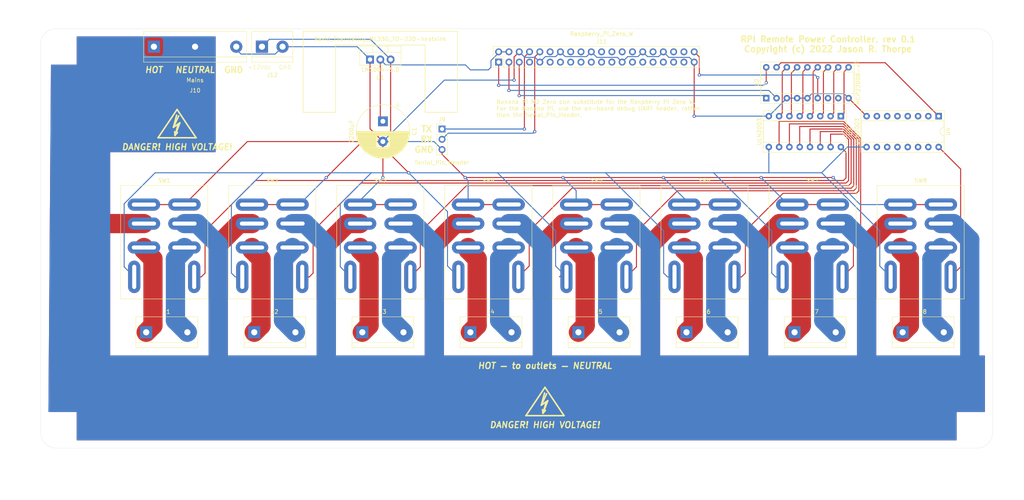
<source format=kicad_pcb>
(kicad_pcb (version 20171130) (host pcbnew "(5.1.12-1-10_14)")

  (general
    (thickness 1.6)
    (drawings 28)
    (tracks 393)
    (zones 0)
    (modules 36)
    (nets 82)
  )

  (page A)
  (title_block
    (title "RPI Remote Power Controller")
    (rev 0.1)
    (company "Copyright (c) 2022 Jason R. Thorpe. See LICENSE.txt.")
  )

  (layers
    (0 F.Cu signal)
    (31 B.Cu signal)
    (32 B.Adhes user)
    (33 F.Adhes user)
    (34 B.Paste user)
    (35 F.Paste user)
    (36 B.SilkS user)
    (37 F.SilkS user)
    (38 B.Mask user)
    (39 F.Mask user)
    (40 Dwgs.User user)
    (41 Cmts.User user)
    (42 Eco1.User user)
    (43 Eco2.User user)
    (44 Edge.Cuts user)
    (45 Margin user)
    (46 B.CrtYd user)
    (47 F.CrtYd user)
    (48 B.Fab user)
    (49 F.Fab user)
  )

  (setup
    (last_trace_width 0.25)
    (trace_clearance 0.2)
    (zone_clearance 0.508)
    (zone_45_only no)
    (trace_min 0.2)
    (via_size 0.8)
    (via_drill 0.4)
    (via_min_size 0.4)
    (via_min_drill 0.3)
    (uvia_size 0.3)
    (uvia_drill 0.1)
    (uvias_allowed no)
    (uvia_min_size 0.2)
    (uvia_min_drill 0.1)
    (edge_width 0.05)
    (segment_width 0.2)
    (pcb_text_width 0.3)
    (pcb_text_size 1.5 1.5)
    (mod_edge_width 0.12)
    (mod_text_size 1 1)
    (mod_text_width 0.15)
    (pad_size 1.524 1.524)
    (pad_drill 0.762)
    (pad_to_mask_clearance 0)
    (aux_axis_origin 0 0)
    (visible_elements FFFFFF7F)
    (pcbplotparams
      (layerselection 0x010f0_ffffffff)
      (usegerberextensions false)
      (usegerberattributes true)
      (usegerberadvancedattributes true)
      (creategerberjobfile true)
      (excludeedgelayer true)
      (linewidth 0.100000)
      (plotframeref false)
      (viasonmask false)
      (mode 1)
      (useauxorigin false)
      (hpglpennumber 1)
      (hpglpenspeed 20)
      (hpglpendiameter 15.000000)
      (psnegative false)
      (psa4output false)
      (plotreference true)
      (plotvalue true)
      (plotinvisibletext false)
      (padsonsilk false)
      (subtractmaskfromsilk false)
      (outputformat 1)
      (mirror false)
      (drillshape 0)
      (scaleselection 1)
      (outputdirectory "Gerbers/"))
  )

  (net 0 "")
  (net 1 O1_Neutral)
  (net 2 O1_Hot)
  (net 3 O2_Hot)
  (net 4 O2_Neutral)
  (net 5 O3_Hot)
  (net 6 O3_Neutral)
  (net 7 O4_Neutral)
  (net 8 O4_Hot)
  (net 9 O5_Hot)
  (net 10 O5_Neutral)
  (net 11 O6_Neutral)
  (net 12 O6_Hot)
  (net 13 O7_Hot)
  (net 14 O7_Neutral)
  (net 15 O8_Neutral)
  (net 16 O8_Hot)
  (net 17 "Net-(J11-Pad8)")
  (net 18 "Net-(J11-Pad10)")
  (net 19 GND)
  (net 20 Mains_Hot)
  (net 21 Mains_Neutral)
  (net 22 "Net-(J11-Pad1)")
  (net 23 +5V)
  (net 24 "Net-(J11-Pad3)")
  (net 25 "Net-(J11-Pad5)")
  (net 26 "Net-(J11-Pad7)")
  (net 27 "Net-(J11-Pad11)")
  (net 28 "Net-(J11-Pad12)")
  (net 29 "Net-(J11-Pad13)")
  (net 30 "Net-(J11-Pad15)")
  (net 31 "Net-(J11-Pad16)")
  (net 32 "Net-(J11-Pad17)")
  (net 33 "Net-(J11-Pad18)")
  (net 34 "Net-(J11-Pad19)")
  (net 35 "Net-(J11-Pad21)")
  (net 36 "Net-(J11-Pad22)")
  (net 37 "Net-(J11-Pad23)")
  (net 38 "Net-(J11-Pad24)")
  (net 39 "Net-(J11-Pad26)")
  (net 40 "Net-(J11-Pad27)")
  (net 41 "Net-(J11-Pad28)")
  (net 42 "Net-(J11-Pad29)")
  (net 43 "Net-(J11-Pad31)")
  (net 44 "Net-(J11-Pad32)")
  (net 45 "Net-(J11-Pad33)")
  (net 46 "Net-(J11-Pad35)")
  (net 47 "Net-(J11-Pad36)")
  (net 48 "Net-(J11-Pad37)")
  (net 49 "Net-(J11-Pad38)")
  (net 50 "Net-(J11-Pad40)")
  (net 51 +12V)
  (net 52 "Net-(SW1-Pad8)")
  (net 53 "Net-(SW2-Pad8)")
  (net 54 "Net-(SW3-Pad8)")
  (net 55 "Net-(SW4-Pad8)")
  (net 56 "Net-(SW5-Pad8)")
  (net 57 "Net-(SW6-Pad8)")
  (net 58 "Net-(SW7-Pad8)")
  (net 59 "Net-(SW8-Pad8)")
  (net 60 "Net-(U2-Pad10)")
  (net 61 "Net-(U2-Pad11)")
  (net 62 "Net-(U2-Pad12)")
  (net 63 "Net-(U2-Pad13)")
  (net 64 "Net-(U2-Pad14)")
  (net 65 "Net-(U2-Pad15)")
  (net 66 "Net-(U2-Pad7)")
  (net 67 "Net-(U2-Pad16)")
  (net 68 "Net-(U2-Pad8)")
  (net 69 "Net-(U2-Pad17)")
  (net 70 "Net-(U4-Pad2)")
  (net 71 "Net-(U4-Pad10)")
  (net 72 "Net-(U4-Pad3)")
  (net 73 "Net-(U4-Pad11)")
  (net 74 "Net-(U4-Pad4)")
  (net 75 "Net-(U4-Pad12)")
  (net 76 "Net-(U4-Pad5)")
  (net 77 "Net-(U4-Pad13)")
  (net 78 "Net-(U4-Pad6)")
  (net 79 "Net-(U4-Pad14)")
  (net 80 "Net-(U4-Pad7)")
  (net 81 "Net-(U4-Pad15)")

  (net_class Default "This is the default net class."
    (clearance 0.2)
    (trace_width 0.25)
    (via_dia 0.8)
    (via_drill 0.4)
    (uvia_dia 0.3)
    (uvia_drill 0.1)
    (add_net +12V)
    (add_net +5V)
    (add_net GND)
    (add_net "Net-(J11-Pad1)")
    (add_net "Net-(J11-Pad10)")
    (add_net "Net-(J11-Pad11)")
    (add_net "Net-(J11-Pad12)")
    (add_net "Net-(J11-Pad13)")
    (add_net "Net-(J11-Pad15)")
    (add_net "Net-(J11-Pad16)")
    (add_net "Net-(J11-Pad17)")
    (add_net "Net-(J11-Pad18)")
    (add_net "Net-(J11-Pad19)")
    (add_net "Net-(J11-Pad21)")
    (add_net "Net-(J11-Pad22)")
    (add_net "Net-(J11-Pad23)")
    (add_net "Net-(J11-Pad24)")
    (add_net "Net-(J11-Pad26)")
    (add_net "Net-(J11-Pad27)")
    (add_net "Net-(J11-Pad28)")
    (add_net "Net-(J11-Pad29)")
    (add_net "Net-(J11-Pad3)")
    (add_net "Net-(J11-Pad31)")
    (add_net "Net-(J11-Pad32)")
    (add_net "Net-(J11-Pad33)")
    (add_net "Net-(J11-Pad35)")
    (add_net "Net-(J11-Pad36)")
    (add_net "Net-(J11-Pad37)")
    (add_net "Net-(J11-Pad38)")
    (add_net "Net-(J11-Pad40)")
    (add_net "Net-(J11-Pad5)")
    (add_net "Net-(J11-Pad7)")
    (add_net "Net-(J11-Pad8)")
    (add_net "Net-(SW1-Pad8)")
    (add_net "Net-(SW2-Pad8)")
    (add_net "Net-(SW3-Pad8)")
    (add_net "Net-(SW4-Pad8)")
    (add_net "Net-(SW5-Pad8)")
    (add_net "Net-(SW6-Pad8)")
    (add_net "Net-(SW7-Pad8)")
    (add_net "Net-(SW8-Pad8)")
    (add_net "Net-(U2-Pad10)")
    (add_net "Net-(U2-Pad11)")
    (add_net "Net-(U2-Pad12)")
    (add_net "Net-(U2-Pad13)")
    (add_net "Net-(U2-Pad14)")
    (add_net "Net-(U2-Pad15)")
    (add_net "Net-(U2-Pad16)")
    (add_net "Net-(U2-Pad17)")
    (add_net "Net-(U2-Pad7)")
    (add_net "Net-(U2-Pad8)")
    (add_net "Net-(U4-Pad10)")
    (add_net "Net-(U4-Pad11)")
    (add_net "Net-(U4-Pad12)")
    (add_net "Net-(U4-Pad13)")
    (add_net "Net-(U4-Pad14)")
    (add_net "Net-(U4-Pad15)")
    (add_net "Net-(U4-Pad2)")
    (add_net "Net-(U4-Pad3)")
    (add_net "Net-(U4-Pad4)")
    (add_net "Net-(U4-Pad5)")
    (add_net "Net-(U4-Pad6)")
    (add_net "Net-(U4-Pad7)")
  )

  (net_class Mains ""
    (clearance 0.75)
    (trace_width 4.75)
    (via_dia 0.8)
    (via_drill 0.4)
    (uvia_dia 0.3)
    (uvia_drill 0.1)
    (add_net Mains_Hot)
    (add_net Mains_Neutral)
    (add_net O1_Hot)
    (add_net O1_Neutral)
    (add_net O2_Hot)
    (add_net O2_Neutral)
    (add_net O3_Hot)
    (add_net O3_Neutral)
    (add_net O4_Hot)
    (add_net O4_Neutral)
    (add_net O5_Hot)
    (add_net O5_Neutral)
    (add_net O6_Hot)
    (add_net O6_Neutral)
    (add_net O7_Hot)
    (add_net O7_Neutral)
    (add_net O8_Hot)
    (add_net O8_Neutral)
  )

  (module jrt-Graphics:Symbol_HighVoltage_Type2_FSilk_VerySmall (layer F.Cu) (tedit 0) (tstamp 61D87CC4)
    (at 147.955 139.065)
    (descr "Symbol, High Voltage, Type 2, FSilk, Very Small,")
    (tags "Symbol, High Voltage, Type 2, FSilk, Very Small,")
    (attr virtual)
    (fp_text reference REF** (at -0.127 -5.715) (layer F.SilkS) hide
      (effects (font (size 1 1) (thickness 0.15)))
    )
    (fp_text value Symbol_HighVoltage_Type2_FSilk_VerySmall (at -0.381 4.572) (layer F.Fab) hide
      (effects (font (size 1 1) (thickness 0.15)))
    )
    (fp_line (start -0.49784 2.19964) (end 0.70104 -0.89916) (layer F.SilkS) (width 0.381))
    (fp_line (start 0.70104 -0.89916) (end 0.1016 -0.50038) (layer F.SilkS) (width 0.381))
    (fp_line (start -0.89916 0.20066) (end 0.40132 -2.60096) (layer F.SilkS) (width 0.381))
    (fp_line (start -0.49784 2.19964) (end 0.1016 1.50114) (layer F.SilkS) (width 0.381))
    (fp_line (start -0.09906 -2.79908) (end -0.89916 0.20066) (layer F.SilkS) (width 0.381))
    (fp_line (start -0.89916 0.20066) (end 0.29972 -0.59944) (layer F.SilkS) (width 0.381))
    (fp_line (start 0.29972 -0.59944) (end -0.49784 2.19964) (layer F.SilkS) (width 0.381))
    (fp_line (start -0.49784 2.19964) (end -0.59944 1.30048) (layer F.SilkS) (width 0.381))
    (fp_line (start 0 -4.191) (end 4.699 2.794) (layer F.SilkS) (width 0.381))
    (fp_line (start 4.699 2.794) (end -4.699 2.794) (layer F.SilkS) (width 0.381))
    (fp_line (start -4.699 2.794) (end 0 -4.191) (layer F.SilkS) (width 0.381))
  )

  (module jrt-Relays:Rayex-LB2-lug (layer F.Cu) (tedit 61D7513C) (tstamp 61D79DDD)
    (at 107.315 99.06)
    (path /61E01B03)
    (fp_text reference SW3 (at 0 -15.24) (layer F.SilkS)
      (effects (font (size 1 1) (thickness 0.15)))
    )
    (fp_text value Rayex_LB2_DPDT (at 0 15.24) (layer F.Fab)
      (effects (font (size 1 1) (thickness 0.15)))
    )
    (fp_line (start 10.75 -14) (end -10.75 -14) (layer F.SilkS) (width 0.12))
    (fp_line (start 10.75 14) (end -10.75 14) (layer F.SilkS) (width 0.12))
    (fp_line (start -10.75 -14) (end -10.75 14) (layer F.SilkS) (width 0.12))
    (fp_line (start 10.75 -14) (end 10.75 14) (layer F.SilkS) (width 0.12))
    (fp_line (start 5 -13.97) (end 5 14.03) (layer Dwgs.User) (width 0.12))
    (fp_line (start -5 -13.97) (end -5 14.03) (layer Dwgs.User) (width 0.12))
    (fp_line (start 10.75 -9.3) (end -10.75 -9.3) (layer Dwgs.User) (width 0.12))
    (fp_line (start 10.75 -4.6) (end -10.75 -4.6) (layer Dwgs.User) (width 0.12))
    (fp_line (start 10.75 1.3) (end -10.75 1.3) (layer Dwgs.User) (width 0.12))
    (fp_line (start 10.75 8.55) (end -10.75 8.55) (layer Dwgs.User) (width 0.12))
    (fp_line (start 7.4 -13.97) (end 7.4 14.03) (layer Dwgs.User) (width 0.12))
    (fp_line (start -7.4 -14) (end -7.4 14) (layer Dwgs.User) (width 0.12))
    (pad 1 thru_hole oval (at -5 -9.29) (size 8 3) (drill oval 6 1) (layers *.Cu *.Mask)
      (net 19 GND))
    (pad 2 thru_hole oval (at 5 -9.31) (size 8 3) (drill oval 6 1) (layers *.Cu *.Mask)
      (net 19 GND))
    (pad 3 thru_hole oval (at -5 -4.6) (size 8 3) (drill oval 6 1) (layers *.Cu *.Mask)
      (net 20 Mains_Hot))
    (pad 4 thru_hole oval (at 5 -4.6) (size 8 3) (drill oval 6 1) (layers *.Cu *.Mask)
      (net 21 Mains_Neutral))
    (pad 5 thru_hole oval (at -5 1.3) (size 8 3) (drill oval 6 1) (layers *.Cu *.Mask)
      (net 5 O3_Hot))
    (pad 6 thru_hole oval (at 5 1.3) (size 8 3) (drill oval 6 1) (layers *.Cu *.Mask)
      (net 6 O3_Neutral))
    (pad 7 thru_hole oval (at -7.4 8.55 90) (size 8 3) (drill oval 6 1) (layers *.Cu *.Mask)
      (net 51 +12V))
    (pad 8 thru_hole oval (at 7.4 8.55 90) (size 8 3) (drill oval 6 1) (layers *.Cu *.Mask)
      (net 54 "Net-(SW3-Pad8)"))
  )

  (module jrt-Graphics:Symbol_HighVoltage_Type2_FSilk_VerySmall (layer F.Cu) (tedit 0) (tstamp 61D85A5F)
    (at 57.15 70.485)
    (descr "Symbol, High Voltage, Type 2, FSilk, Very Small,")
    (tags "Symbol, High Voltage, Type 2, FSilk, Very Small,")
    (attr virtual)
    (fp_text reference REF** (at -0.127 -5.715) (layer F.SilkS) hide
      (effects (font (size 1 1) (thickness 0.15)))
    )
    (fp_text value Symbol_HighVoltage_Type2_FSilk_VerySmall (at -0.381 4.572) (layer F.Fab) hide
      (effects (font (size 1 1) (thickness 0.15)))
    )
    (fp_line (start -4.699 2.794) (end 0 -4.191) (layer F.SilkS) (width 0.381))
    (fp_line (start 4.699 2.794) (end -4.699 2.794) (layer F.SilkS) (width 0.381))
    (fp_line (start 0 -4.191) (end 4.699 2.794) (layer F.SilkS) (width 0.381))
    (fp_line (start -0.49784 2.19964) (end -0.59944 1.30048) (layer F.SilkS) (width 0.381))
    (fp_line (start 0.29972 -0.59944) (end -0.49784 2.19964) (layer F.SilkS) (width 0.381))
    (fp_line (start -0.89916 0.20066) (end 0.29972 -0.59944) (layer F.SilkS) (width 0.381))
    (fp_line (start -0.09906 -2.79908) (end -0.89916 0.20066) (layer F.SilkS) (width 0.381))
    (fp_line (start -0.49784 2.19964) (end 0.1016 1.50114) (layer F.SilkS) (width 0.381))
    (fp_line (start -0.89916 0.20066) (end 0.40132 -2.60096) (layer F.SilkS) (width 0.381))
    (fp_line (start 0.70104 -0.89916) (end 0.1016 -0.50038) (layer F.SilkS) (width 0.381))
    (fp_line (start -0.49784 2.19964) (end 0.70104 -0.89916) (layer F.SilkS) (width 0.381))
  )

  (module Connector_PinHeader_2.54mm:PinHeader_2x20_P2.54mm_Vertical (layer F.Cu) (tedit 59FED5CC) (tstamp 61D8117A)
    (at 136.525 54.61 90)
    (descr "Through hole straight pin header, 2x20, 2.54mm pitch, double rows")
    (tags "Through hole pin header THT 2x20 2.54mm double row")
    (path /61D8D919)
    (fp_text reference J11 (at 5.08 25.4 180) (layer F.SilkS)
      (effects (font (size 1 1) (thickness 0.15)))
    )
    (fp_text value Raspberry_Pi_Zero_W (at 6.985 25.4 180) (layer F.SilkS)
      (effects (font (size 1 1) (thickness 0.15)))
    )
    (fp_line (start 0 -1.27) (end 3.81 -1.27) (layer F.Fab) (width 0.1))
    (fp_line (start 3.81 -1.27) (end 3.81 49.53) (layer F.Fab) (width 0.1))
    (fp_line (start 3.81 49.53) (end -1.27 49.53) (layer F.Fab) (width 0.1))
    (fp_line (start -1.27 49.53) (end -1.27 0) (layer F.Fab) (width 0.1))
    (fp_line (start -1.27 0) (end 0 -1.27) (layer F.Fab) (width 0.1))
    (fp_line (start -1.33 49.59) (end 3.87 49.59) (layer F.SilkS) (width 0.12))
    (fp_line (start -1.33 1.27) (end -1.33 49.59) (layer F.SilkS) (width 0.12))
    (fp_line (start 3.87 -1.33) (end 3.87 49.59) (layer F.SilkS) (width 0.12))
    (fp_line (start -1.33 1.27) (end 1.27 1.27) (layer F.SilkS) (width 0.12))
    (fp_line (start 1.27 1.27) (end 1.27 -1.33) (layer F.SilkS) (width 0.12))
    (fp_line (start 1.27 -1.33) (end 3.87 -1.33) (layer F.SilkS) (width 0.12))
    (fp_line (start -1.33 0) (end -1.33 -1.33) (layer F.SilkS) (width 0.12))
    (fp_line (start -1.33 -1.33) (end 0 -1.33) (layer F.SilkS) (width 0.12))
    (fp_line (start -1.8 -1.8) (end -1.8 50.05) (layer F.CrtYd) (width 0.05))
    (fp_line (start -1.8 50.05) (end 4.35 50.05) (layer F.CrtYd) (width 0.05))
    (fp_line (start 4.35 50.05) (end 4.35 -1.8) (layer F.CrtYd) (width 0.05))
    (fp_line (start 4.35 -1.8) (end -1.8 -1.8) (layer F.CrtYd) (width 0.05))
    (fp_text user %R (at 1.27 24.13) (layer F.Fab)
      (effects (font (size 1 1) (thickness 0.15)))
    )
    (pad 1 thru_hole rect (at 0 0 90) (size 1.7 1.7) (drill 1) (layers *.Cu *.Mask)
      (net 22 "Net-(J11-Pad1)"))
    (pad 2 thru_hole oval (at 2.54 0 90) (size 1.7 1.7) (drill 1) (layers *.Cu *.Mask)
      (net 23 +5V))
    (pad 3 thru_hole oval (at 0 2.54 90) (size 1.7 1.7) (drill 1) (layers *.Cu *.Mask)
      (net 24 "Net-(J11-Pad3)"))
    (pad 4 thru_hole oval (at 2.54 2.54 90) (size 1.7 1.7) (drill 1) (layers *.Cu *.Mask)
      (net 23 +5V))
    (pad 5 thru_hole oval (at 0 5.08 90) (size 1.7 1.7) (drill 1) (layers *.Cu *.Mask)
      (net 25 "Net-(J11-Pad5)"))
    (pad 6 thru_hole oval (at 2.54 5.08 90) (size 1.7 1.7) (drill 1) (layers *.Cu *.Mask)
      (net 19 GND))
    (pad 7 thru_hole oval (at 0 7.62 90) (size 1.7 1.7) (drill 1) (layers *.Cu *.Mask)
      (net 26 "Net-(J11-Pad7)"))
    (pad 8 thru_hole oval (at 2.54 7.62 90) (size 1.7 1.7) (drill 1) (layers *.Cu *.Mask)
      (net 17 "Net-(J11-Pad8)"))
    (pad 9 thru_hole oval (at 0 10.16 90) (size 1.7 1.7) (drill 1) (layers *.Cu *.Mask)
      (net 19 GND))
    (pad 10 thru_hole oval (at 2.54 10.16 90) (size 1.7 1.7) (drill 1) (layers *.Cu *.Mask)
      (net 18 "Net-(J11-Pad10)"))
    (pad 11 thru_hole oval (at 0 12.7 90) (size 1.7 1.7) (drill 1) (layers *.Cu *.Mask)
      (net 27 "Net-(J11-Pad11)"))
    (pad 12 thru_hole oval (at 2.54 12.7 90) (size 1.7 1.7) (drill 1) (layers *.Cu *.Mask)
      (net 28 "Net-(J11-Pad12)"))
    (pad 13 thru_hole oval (at 0 15.24 90) (size 1.7 1.7) (drill 1) (layers *.Cu *.Mask)
      (net 29 "Net-(J11-Pad13)"))
    (pad 14 thru_hole oval (at 2.54 15.24 90) (size 1.7 1.7) (drill 1) (layers *.Cu *.Mask)
      (net 19 GND))
    (pad 15 thru_hole oval (at 0 17.78 90) (size 1.7 1.7) (drill 1) (layers *.Cu *.Mask)
      (net 30 "Net-(J11-Pad15)"))
    (pad 16 thru_hole oval (at 2.54 17.78 90) (size 1.7 1.7) (drill 1) (layers *.Cu *.Mask)
      (net 31 "Net-(J11-Pad16)"))
    (pad 17 thru_hole oval (at 0 20.32 90) (size 1.7 1.7) (drill 1) (layers *.Cu *.Mask)
      (net 32 "Net-(J11-Pad17)"))
    (pad 18 thru_hole oval (at 2.54 20.32 90) (size 1.7 1.7) (drill 1) (layers *.Cu *.Mask)
      (net 33 "Net-(J11-Pad18)"))
    (pad 19 thru_hole oval (at 0 22.86 90) (size 1.7 1.7) (drill 1) (layers *.Cu *.Mask)
      (net 34 "Net-(J11-Pad19)"))
    (pad 20 thru_hole oval (at 2.54 22.86 90) (size 1.7 1.7) (drill 1) (layers *.Cu *.Mask)
      (net 19 GND))
    (pad 21 thru_hole oval (at 0 25.4 90) (size 1.7 1.7) (drill 1) (layers *.Cu *.Mask)
      (net 35 "Net-(J11-Pad21)"))
    (pad 22 thru_hole oval (at 2.54 25.4 90) (size 1.7 1.7) (drill 1) (layers *.Cu *.Mask)
      (net 36 "Net-(J11-Pad22)"))
    (pad 23 thru_hole oval (at 0 27.94 90) (size 1.7 1.7) (drill 1) (layers *.Cu *.Mask)
      (net 37 "Net-(J11-Pad23)"))
    (pad 24 thru_hole oval (at 2.54 27.94 90) (size 1.7 1.7) (drill 1) (layers *.Cu *.Mask)
      (net 38 "Net-(J11-Pad24)"))
    (pad 25 thru_hole oval (at 0 30.48 90) (size 1.7 1.7) (drill 1) (layers *.Cu *.Mask)
      (net 19 GND))
    (pad 26 thru_hole oval (at 2.54 30.48 90) (size 1.7 1.7) (drill 1) (layers *.Cu *.Mask)
      (net 39 "Net-(J11-Pad26)"))
    (pad 27 thru_hole oval (at 0 33.02 90) (size 1.7 1.7) (drill 1) (layers *.Cu *.Mask)
      (net 40 "Net-(J11-Pad27)"))
    (pad 28 thru_hole oval (at 2.54 33.02 90) (size 1.7 1.7) (drill 1) (layers *.Cu *.Mask)
      (net 41 "Net-(J11-Pad28)"))
    (pad 29 thru_hole oval (at 0 35.56 90) (size 1.7 1.7) (drill 1) (layers *.Cu *.Mask)
      (net 42 "Net-(J11-Pad29)"))
    (pad 30 thru_hole oval (at 2.54 35.56 90) (size 1.7 1.7) (drill 1) (layers *.Cu *.Mask)
      (net 19 GND))
    (pad 31 thru_hole oval (at 0 38.1 90) (size 1.7 1.7) (drill 1) (layers *.Cu *.Mask)
      (net 43 "Net-(J11-Pad31)"))
    (pad 32 thru_hole oval (at 2.54 38.1 90) (size 1.7 1.7) (drill 1) (layers *.Cu *.Mask)
      (net 44 "Net-(J11-Pad32)"))
    (pad 33 thru_hole oval (at 0 40.64 90) (size 1.7 1.7) (drill 1) (layers *.Cu *.Mask)
      (net 45 "Net-(J11-Pad33)"))
    (pad 34 thru_hole oval (at 2.54 40.64 90) (size 1.7 1.7) (drill 1) (layers *.Cu *.Mask)
      (net 19 GND))
    (pad 35 thru_hole oval (at 0 43.18 90) (size 1.7 1.7) (drill 1) (layers *.Cu *.Mask)
      (net 46 "Net-(J11-Pad35)"))
    (pad 36 thru_hole oval (at 2.54 43.18 90) (size 1.7 1.7) (drill 1) (layers *.Cu *.Mask)
      (net 47 "Net-(J11-Pad36)"))
    (pad 37 thru_hole oval (at 0 45.72 90) (size 1.7 1.7) (drill 1) (layers *.Cu *.Mask)
      (net 48 "Net-(J11-Pad37)"))
    (pad 38 thru_hole oval (at 2.54 45.72 90) (size 1.7 1.7) (drill 1) (layers *.Cu *.Mask)
      (net 49 "Net-(J11-Pad38)"))
    (pad 39 thru_hole oval (at 0 48.26 90) (size 1.7 1.7) (drill 1) (layers *.Cu *.Mask)
      (net 19 GND))
    (pad 40 thru_hole oval (at 2.54 48.26 90) (size 1.7 1.7) (drill 1) (layers *.Cu *.Mask)
      (net 50 "Net-(J11-Pad40)"))
    (model ${KISYS3DMOD}/Connector_PinHeader_2.54mm.3dshapes/PinHeader_2x20_P2.54mm_Vertical.wrl
      (at (xyz 0 0 0))
      (scale (xyz 1 1 1))
      (rotate (xyz 0 0 0))
    )
  )

  (module Capacitor_THT:CP_Radial_D13.0mm_P5.00mm (layer F.Cu) (tedit 5AE50EF1) (tstamp 61D86483)
    (at 107.95 69.215 270)
    (descr "CP, Radial series, Radial, pin pitch=5.00mm, , diameter=13mm, Electrolytic Capacitor")
    (tags "CP Radial series Radial pin pitch 5.00mm  diameter 13mm Electrolytic Capacitor")
    (path /61DC106F)
    (fp_text reference C1 (at 2.5 -7.75 90) (layer F.SilkS)
      (effects (font (size 1 1) (thickness 0.15)))
    )
    (fp_text value 2200µF (at 2.5 7.75 90) (layer F.SilkS)
      (effects (font (size 1 1) (thickness 0.15)))
    )
    (fp_line (start -3.934569 -4.365) (end -3.934569 -3.065) (layer F.SilkS) (width 0.12))
    (fp_line (start -4.584569 -3.715) (end -3.284569 -3.715) (layer F.SilkS) (width 0.12))
    (fp_line (start 9.101 -0.475) (end 9.101 0.475) (layer F.SilkS) (width 0.12))
    (fp_line (start 9.061 -0.85) (end 9.061 0.85) (layer F.SilkS) (width 0.12))
    (fp_line (start 9.021 -1.107) (end 9.021 1.107) (layer F.SilkS) (width 0.12))
    (fp_line (start 8.981 -1.315) (end 8.981 1.315) (layer F.SilkS) (width 0.12))
    (fp_line (start 8.941 -1.494) (end 8.941 1.494) (layer F.SilkS) (width 0.12))
    (fp_line (start 8.901 -1.653) (end 8.901 1.653) (layer F.SilkS) (width 0.12))
    (fp_line (start 8.861 -1.798) (end 8.861 1.798) (layer F.SilkS) (width 0.12))
    (fp_line (start 8.821 -1.931) (end 8.821 1.931) (layer F.SilkS) (width 0.12))
    (fp_line (start 8.781 -2.055) (end 8.781 2.055) (layer F.SilkS) (width 0.12))
    (fp_line (start 8.741 -2.171) (end 8.741 2.171) (layer F.SilkS) (width 0.12))
    (fp_line (start 8.701 -2.281) (end 8.701 2.281) (layer F.SilkS) (width 0.12))
    (fp_line (start 8.661 -2.385) (end 8.661 2.385) (layer F.SilkS) (width 0.12))
    (fp_line (start 8.621 -2.484) (end 8.621 2.484) (layer F.SilkS) (width 0.12))
    (fp_line (start 8.581 -2.579) (end 8.581 2.579) (layer F.SilkS) (width 0.12))
    (fp_line (start 8.541 -2.67) (end 8.541 2.67) (layer F.SilkS) (width 0.12))
    (fp_line (start 8.501 -2.758) (end 8.501 2.758) (layer F.SilkS) (width 0.12))
    (fp_line (start 8.461 -2.842) (end 8.461 2.842) (layer F.SilkS) (width 0.12))
    (fp_line (start 8.421 -2.923) (end 8.421 2.923) (layer F.SilkS) (width 0.12))
    (fp_line (start 8.381 -3.002) (end 8.381 3.002) (layer F.SilkS) (width 0.12))
    (fp_line (start 8.341 -3.078) (end 8.341 3.078) (layer F.SilkS) (width 0.12))
    (fp_line (start 8.301 -3.152) (end 8.301 3.152) (layer F.SilkS) (width 0.12))
    (fp_line (start 8.261 -3.223) (end 8.261 3.223) (layer F.SilkS) (width 0.12))
    (fp_line (start 8.221 -3.293) (end 8.221 3.293) (layer F.SilkS) (width 0.12))
    (fp_line (start 8.181 -3.361) (end 8.181 3.361) (layer F.SilkS) (width 0.12))
    (fp_line (start 8.141 -3.427) (end 8.141 3.427) (layer F.SilkS) (width 0.12))
    (fp_line (start 8.101 -3.491) (end 8.101 3.491) (layer F.SilkS) (width 0.12))
    (fp_line (start 8.061 -3.554) (end 8.061 3.554) (layer F.SilkS) (width 0.12))
    (fp_line (start 8.021 -3.615) (end 8.021 3.615) (layer F.SilkS) (width 0.12))
    (fp_line (start 7.981 -3.675) (end 7.981 3.675) (layer F.SilkS) (width 0.12))
    (fp_line (start 7.941 -3.733) (end 7.941 3.733) (layer F.SilkS) (width 0.12))
    (fp_line (start 7.901 -3.79) (end 7.901 3.79) (layer F.SilkS) (width 0.12))
    (fp_line (start 7.861 -3.846) (end 7.861 3.846) (layer F.SilkS) (width 0.12))
    (fp_line (start 7.821 -3.9) (end 7.821 3.9) (layer F.SilkS) (width 0.12))
    (fp_line (start 7.781 -3.954) (end 7.781 3.954) (layer F.SilkS) (width 0.12))
    (fp_line (start 7.741 -4.006) (end 7.741 4.006) (layer F.SilkS) (width 0.12))
    (fp_line (start 7.701 -4.057) (end 7.701 4.057) (layer F.SilkS) (width 0.12))
    (fp_line (start 7.661 -4.108) (end 7.661 4.108) (layer F.SilkS) (width 0.12))
    (fp_line (start 7.621 -4.157) (end 7.621 4.157) (layer F.SilkS) (width 0.12))
    (fp_line (start 7.581 -4.205) (end 7.581 4.205) (layer F.SilkS) (width 0.12))
    (fp_line (start 7.541 -4.253) (end 7.541 4.253) (layer F.SilkS) (width 0.12))
    (fp_line (start 7.501 -4.299) (end 7.501 4.299) (layer F.SilkS) (width 0.12))
    (fp_line (start 7.461 -4.345) (end 7.461 4.345) (layer F.SilkS) (width 0.12))
    (fp_line (start 7.421 -4.39) (end 7.421 4.39) (layer F.SilkS) (width 0.12))
    (fp_line (start 7.381 -4.434) (end 7.381 4.434) (layer F.SilkS) (width 0.12))
    (fp_line (start 7.341 -4.477) (end 7.341 4.477) (layer F.SilkS) (width 0.12))
    (fp_line (start 7.301 -4.519) (end 7.301 4.519) (layer F.SilkS) (width 0.12))
    (fp_line (start 7.261 -4.561) (end 7.261 4.561) (layer F.SilkS) (width 0.12))
    (fp_line (start 7.221 -4.602) (end 7.221 4.602) (layer F.SilkS) (width 0.12))
    (fp_line (start 7.181 -4.643) (end 7.181 4.643) (layer F.SilkS) (width 0.12))
    (fp_line (start 7.141 -4.682) (end 7.141 4.682) (layer F.SilkS) (width 0.12))
    (fp_line (start 7.101 -4.721) (end 7.101 4.721) (layer F.SilkS) (width 0.12))
    (fp_line (start 7.061 -4.76) (end 7.061 4.76) (layer F.SilkS) (width 0.12))
    (fp_line (start 7.021 -4.797) (end 7.021 4.797) (layer F.SilkS) (width 0.12))
    (fp_line (start 6.981 -4.834) (end 6.981 4.834) (layer F.SilkS) (width 0.12))
    (fp_line (start 6.941 -4.871) (end 6.941 4.871) (layer F.SilkS) (width 0.12))
    (fp_line (start 6.901 -4.907) (end 6.901 4.907) (layer F.SilkS) (width 0.12))
    (fp_line (start 6.861 -4.942) (end 6.861 4.942) (layer F.SilkS) (width 0.12))
    (fp_line (start 6.821 -4.977) (end 6.821 4.977) (layer F.SilkS) (width 0.12))
    (fp_line (start 6.781 -5.011) (end 6.781 5.011) (layer F.SilkS) (width 0.12))
    (fp_line (start 6.741 -5.044) (end 6.741 5.044) (layer F.SilkS) (width 0.12))
    (fp_line (start 6.701 -5.078) (end 6.701 5.078) (layer F.SilkS) (width 0.12))
    (fp_line (start 6.661 -5.11) (end 6.661 5.11) (layer F.SilkS) (width 0.12))
    (fp_line (start 6.621 -5.142) (end 6.621 5.142) (layer F.SilkS) (width 0.12))
    (fp_line (start 6.581 -5.174) (end 6.581 5.174) (layer F.SilkS) (width 0.12))
    (fp_line (start 6.541 -5.205) (end 6.541 5.205) (layer F.SilkS) (width 0.12))
    (fp_line (start 6.501 -5.235) (end 6.501 5.235) (layer F.SilkS) (width 0.12))
    (fp_line (start 6.461 -5.265) (end 6.461 5.265) (layer F.SilkS) (width 0.12))
    (fp_line (start 6.421 1.44) (end 6.421 5.295) (layer F.SilkS) (width 0.12))
    (fp_line (start 6.421 -5.295) (end 6.421 -1.44) (layer F.SilkS) (width 0.12))
    (fp_line (start 6.381 1.44) (end 6.381 5.324) (layer F.SilkS) (width 0.12))
    (fp_line (start 6.381 -5.324) (end 6.381 -1.44) (layer F.SilkS) (width 0.12))
    (fp_line (start 6.341 1.44) (end 6.341 5.353) (layer F.SilkS) (width 0.12))
    (fp_line (start 6.341 -5.353) (end 6.341 -1.44) (layer F.SilkS) (width 0.12))
    (fp_line (start 6.301 1.44) (end 6.301 5.381) (layer F.SilkS) (width 0.12))
    (fp_line (start 6.301 -5.381) (end 6.301 -1.44) (layer F.SilkS) (width 0.12))
    (fp_line (start 6.261 1.44) (end 6.261 5.409) (layer F.SilkS) (width 0.12))
    (fp_line (start 6.261 -5.409) (end 6.261 -1.44) (layer F.SilkS) (width 0.12))
    (fp_line (start 6.221 1.44) (end 6.221 5.436) (layer F.SilkS) (width 0.12))
    (fp_line (start 6.221 -5.436) (end 6.221 -1.44) (layer F.SilkS) (width 0.12))
    (fp_line (start 6.181 1.44) (end 6.181 5.463) (layer F.SilkS) (width 0.12))
    (fp_line (start 6.181 -5.463) (end 6.181 -1.44) (layer F.SilkS) (width 0.12))
    (fp_line (start 6.141 1.44) (end 6.141 5.49) (layer F.SilkS) (width 0.12))
    (fp_line (start 6.141 -5.49) (end 6.141 -1.44) (layer F.SilkS) (width 0.12))
    (fp_line (start 6.101 1.44) (end 6.101 5.516) (layer F.SilkS) (width 0.12))
    (fp_line (start 6.101 -5.516) (end 6.101 -1.44) (layer F.SilkS) (width 0.12))
    (fp_line (start 6.061 1.44) (end 6.061 5.542) (layer F.SilkS) (width 0.12))
    (fp_line (start 6.061 -5.542) (end 6.061 -1.44) (layer F.SilkS) (width 0.12))
    (fp_line (start 6.021 1.44) (end 6.021 5.567) (layer F.SilkS) (width 0.12))
    (fp_line (start 6.021 -5.567) (end 6.021 -1.44) (layer F.SilkS) (width 0.12))
    (fp_line (start 5.981 1.44) (end 5.981 5.592) (layer F.SilkS) (width 0.12))
    (fp_line (start 5.981 -5.592) (end 5.981 -1.44) (layer F.SilkS) (width 0.12))
    (fp_line (start 5.941 1.44) (end 5.941 5.617) (layer F.SilkS) (width 0.12))
    (fp_line (start 5.941 -5.617) (end 5.941 -1.44) (layer F.SilkS) (width 0.12))
    (fp_line (start 5.901 1.44) (end 5.901 5.641) (layer F.SilkS) (width 0.12))
    (fp_line (start 5.901 -5.641) (end 5.901 -1.44) (layer F.SilkS) (width 0.12))
    (fp_line (start 5.861 1.44) (end 5.861 5.664) (layer F.SilkS) (width 0.12))
    (fp_line (start 5.861 -5.664) (end 5.861 -1.44) (layer F.SilkS) (width 0.12))
    (fp_line (start 5.821 1.44) (end 5.821 5.688) (layer F.SilkS) (width 0.12))
    (fp_line (start 5.821 -5.688) (end 5.821 -1.44) (layer F.SilkS) (width 0.12))
    (fp_line (start 5.781 1.44) (end 5.781 5.711) (layer F.SilkS) (width 0.12))
    (fp_line (start 5.781 -5.711) (end 5.781 -1.44) (layer F.SilkS) (width 0.12))
    (fp_line (start 5.741 1.44) (end 5.741 5.733) (layer F.SilkS) (width 0.12))
    (fp_line (start 5.741 -5.733) (end 5.741 -1.44) (layer F.SilkS) (width 0.12))
    (fp_line (start 5.701 1.44) (end 5.701 5.756) (layer F.SilkS) (width 0.12))
    (fp_line (start 5.701 -5.756) (end 5.701 -1.44) (layer F.SilkS) (width 0.12))
    (fp_line (start 5.661 1.44) (end 5.661 5.778) (layer F.SilkS) (width 0.12))
    (fp_line (start 5.661 -5.778) (end 5.661 -1.44) (layer F.SilkS) (width 0.12))
    (fp_line (start 5.621 1.44) (end 5.621 5.799) (layer F.SilkS) (width 0.12))
    (fp_line (start 5.621 -5.799) (end 5.621 -1.44) (layer F.SilkS) (width 0.12))
    (fp_line (start 5.581 1.44) (end 5.581 5.82) (layer F.SilkS) (width 0.12))
    (fp_line (start 5.581 -5.82) (end 5.581 -1.44) (layer F.SilkS) (width 0.12))
    (fp_line (start 5.541 1.44) (end 5.541 5.841) (layer F.SilkS) (width 0.12))
    (fp_line (start 5.541 -5.841) (end 5.541 -1.44) (layer F.SilkS) (width 0.12))
    (fp_line (start 5.501 1.44) (end 5.501 5.862) (layer F.SilkS) (width 0.12))
    (fp_line (start 5.501 -5.862) (end 5.501 -1.44) (layer F.SilkS) (width 0.12))
    (fp_line (start 5.461 1.44) (end 5.461 5.882) (layer F.SilkS) (width 0.12))
    (fp_line (start 5.461 -5.882) (end 5.461 -1.44) (layer F.SilkS) (width 0.12))
    (fp_line (start 5.421 1.44) (end 5.421 5.902) (layer F.SilkS) (width 0.12))
    (fp_line (start 5.421 -5.902) (end 5.421 -1.44) (layer F.SilkS) (width 0.12))
    (fp_line (start 5.381 1.44) (end 5.381 5.921) (layer F.SilkS) (width 0.12))
    (fp_line (start 5.381 -5.921) (end 5.381 -1.44) (layer F.SilkS) (width 0.12))
    (fp_line (start 5.341 1.44) (end 5.341 5.94) (layer F.SilkS) (width 0.12))
    (fp_line (start 5.341 -5.94) (end 5.341 -1.44) (layer F.SilkS) (width 0.12))
    (fp_line (start 5.301 1.44) (end 5.301 5.959) (layer F.SilkS) (width 0.12))
    (fp_line (start 5.301 -5.959) (end 5.301 -1.44) (layer F.SilkS) (width 0.12))
    (fp_line (start 5.261 1.44) (end 5.261 5.978) (layer F.SilkS) (width 0.12))
    (fp_line (start 5.261 -5.978) (end 5.261 -1.44) (layer F.SilkS) (width 0.12))
    (fp_line (start 5.221 1.44) (end 5.221 5.996) (layer F.SilkS) (width 0.12))
    (fp_line (start 5.221 -5.996) (end 5.221 -1.44) (layer F.SilkS) (width 0.12))
    (fp_line (start 5.181 1.44) (end 5.181 6.014) (layer F.SilkS) (width 0.12))
    (fp_line (start 5.181 -6.014) (end 5.181 -1.44) (layer F.SilkS) (width 0.12))
    (fp_line (start 5.141 1.44) (end 5.141 6.031) (layer F.SilkS) (width 0.12))
    (fp_line (start 5.141 -6.031) (end 5.141 -1.44) (layer F.SilkS) (width 0.12))
    (fp_line (start 5.101 1.44) (end 5.101 6.049) (layer F.SilkS) (width 0.12))
    (fp_line (start 5.101 -6.049) (end 5.101 -1.44) (layer F.SilkS) (width 0.12))
    (fp_line (start 5.061 1.44) (end 5.061 6.065) (layer F.SilkS) (width 0.12))
    (fp_line (start 5.061 -6.065) (end 5.061 -1.44) (layer F.SilkS) (width 0.12))
    (fp_line (start 5.021 1.44) (end 5.021 6.082) (layer F.SilkS) (width 0.12))
    (fp_line (start 5.021 -6.082) (end 5.021 -1.44) (layer F.SilkS) (width 0.12))
    (fp_line (start 4.981 1.44) (end 4.981 6.098) (layer F.SilkS) (width 0.12))
    (fp_line (start 4.981 -6.098) (end 4.981 -1.44) (layer F.SilkS) (width 0.12))
    (fp_line (start 4.941 1.44) (end 4.941 6.114) (layer F.SilkS) (width 0.12))
    (fp_line (start 4.941 -6.114) (end 4.941 -1.44) (layer F.SilkS) (width 0.12))
    (fp_line (start 4.901 1.44) (end 4.901 6.13) (layer F.SilkS) (width 0.12))
    (fp_line (start 4.901 -6.13) (end 4.901 -1.44) (layer F.SilkS) (width 0.12))
    (fp_line (start 4.861 1.44) (end 4.861 6.146) (layer F.SilkS) (width 0.12))
    (fp_line (start 4.861 -6.146) (end 4.861 -1.44) (layer F.SilkS) (width 0.12))
    (fp_line (start 4.821 1.44) (end 4.821 6.161) (layer F.SilkS) (width 0.12))
    (fp_line (start 4.821 -6.161) (end 4.821 -1.44) (layer F.SilkS) (width 0.12))
    (fp_line (start 4.781 1.44) (end 4.781 6.175) (layer F.SilkS) (width 0.12))
    (fp_line (start 4.781 -6.175) (end 4.781 -1.44) (layer F.SilkS) (width 0.12))
    (fp_line (start 4.741 1.44) (end 4.741 6.19) (layer F.SilkS) (width 0.12))
    (fp_line (start 4.741 -6.19) (end 4.741 -1.44) (layer F.SilkS) (width 0.12))
    (fp_line (start 4.701 1.44) (end 4.701 6.204) (layer F.SilkS) (width 0.12))
    (fp_line (start 4.701 -6.204) (end 4.701 -1.44) (layer F.SilkS) (width 0.12))
    (fp_line (start 4.661 1.44) (end 4.661 6.218) (layer F.SilkS) (width 0.12))
    (fp_line (start 4.661 -6.218) (end 4.661 -1.44) (layer F.SilkS) (width 0.12))
    (fp_line (start 4.621 1.44) (end 4.621 6.232) (layer F.SilkS) (width 0.12))
    (fp_line (start 4.621 -6.232) (end 4.621 -1.44) (layer F.SilkS) (width 0.12))
    (fp_line (start 4.581 1.44) (end 4.581 6.245) (layer F.SilkS) (width 0.12))
    (fp_line (start 4.581 -6.245) (end 4.581 -1.44) (layer F.SilkS) (width 0.12))
    (fp_line (start 4.541 1.44) (end 4.541 6.258) (layer F.SilkS) (width 0.12))
    (fp_line (start 4.541 -6.258) (end 4.541 -1.44) (layer F.SilkS) (width 0.12))
    (fp_line (start 4.501 1.44) (end 4.501 6.271) (layer F.SilkS) (width 0.12))
    (fp_line (start 4.501 -6.271) (end 4.501 -1.44) (layer F.SilkS) (width 0.12))
    (fp_line (start 4.461 1.44) (end 4.461 6.284) (layer F.SilkS) (width 0.12))
    (fp_line (start 4.461 -6.284) (end 4.461 -1.44) (layer F.SilkS) (width 0.12))
    (fp_line (start 4.421 1.44) (end 4.421 6.296) (layer F.SilkS) (width 0.12))
    (fp_line (start 4.421 -6.296) (end 4.421 -1.44) (layer F.SilkS) (width 0.12))
    (fp_line (start 4.381 1.44) (end 4.381 6.308) (layer F.SilkS) (width 0.12))
    (fp_line (start 4.381 -6.308) (end 4.381 -1.44) (layer F.SilkS) (width 0.12))
    (fp_line (start 4.341 1.44) (end 4.341 6.32) (layer F.SilkS) (width 0.12))
    (fp_line (start 4.341 -6.32) (end 4.341 -1.44) (layer F.SilkS) (width 0.12))
    (fp_line (start 4.301 1.44) (end 4.301 6.331) (layer F.SilkS) (width 0.12))
    (fp_line (start 4.301 -6.331) (end 4.301 -1.44) (layer F.SilkS) (width 0.12))
    (fp_line (start 4.261 1.44) (end 4.261 6.342) (layer F.SilkS) (width 0.12))
    (fp_line (start 4.261 -6.342) (end 4.261 -1.44) (layer F.SilkS) (width 0.12))
    (fp_line (start 4.221 1.44) (end 4.221 6.353) (layer F.SilkS) (width 0.12))
    (fp_line (start 4.221 -6.353) (end 4.221 -1.44) (layer F.SilkS) (width 0.12))
    (fp_line (start 4.181 1.44) (end 4.181 6.364) (layer F.SilkS) (width 0.12))
    (fp_line (start 4.181 -6.364) (end 4.181 -1.44) (layer F.SilkS) (width 0.12))
    (fp_line (start 4.141 1.44) (end 4.141 6.374) (layer F.SilkS) (width 0.12))
    (fp_line (start 4.141 -6.374) (end 4.141 -1.44) (layer F.SilkS) (width 0.12))
    (fp_line (start 4.101 1.44) (end 4.101 6.384) (layer F.SilkS) (width 0.12))
    (fp_line (start 4.101 -6.384) (end 4.101 -1.44) (layer F.SilkS) (width 0.12))
    (fp_line (start 4.061 1.44) (end 4.061 6.394) (layer F.SilkS) (width 0.12))
    (fp_line (start 4.061 -6.394) (end 4.061 -1.44) (layer F.SilkS) (width 0.12))
    (fp_line (start 4.021 1.44) (end 4.021 6.404) (layer F.SilkS) (width 0.12))
    (fp_line (start 4.021 -6.404) (end 4.021 -1.44) (layer F.SilkS) (width 0.12))
    (fp_line (start 3.981 1.44) (end 3.981 6.413) (layer F.SilkS) (width 0.12))
    (fp_line (start 3.981 -6.413) (end 3.981 -1.44) (layer F.SilkS) (width 0.12))
    (fp_line (start 3.941 1.44) (end 3.941 6.422) (layer F.SilkS) (width 0.12))
    (fp_line (start 3.941 -6.422) (end 3.941 -1.44) (layer F.SilkS) (width 0.12))
    (fp_line (start 3.901 1.44) (end 3.901 6.431) (layer F.SilkS) (width 0.12))
    (fp_line (start 3.901 -6.431) (end 3.901 -1.44) (layer F.SilkS) (width 0.12))
    (fp_line (start 3.861 1.44) (end 3.861 6.439) (layer F.SilkS) (width 0.12))
    (fp_line (start 3.861 -6.439) (end 3.861 -1.44) (layer F.SilkS) (width 0.12))
    (fp_line (start 3.821 1.44) (end 3.821 6.448) (layer F.SilkS) (width 0.12))
    (fp_line (start 3.821 -6.448) (end 3.821 -1.44) (layer F.SilkS) (width 0.12))
    (fp_line (start 3.781 1.44) (end 3.781 6.456) (layer F.SilkS) (width 0.12))
    (fp_line (start 3.781 -6.456) (end 3.781 -1.44) (layer F.SilkS) (width 0.12))
    (fp_line (start 3.741 1.44) (end 3.741 6.463) (layer F.SilkS) (width 0.12))
    (fp_line (start 3.741 -6.463) (end 3.741 -1.44) (layer F.SilkS) (width 0.12))
    (fp_line (start 3.701 1.44) (end 3.701 6.471) (layer F.SilkS) (width 0.12))
    (fp_line (start 3.701 -6.471) (end 3.701 -1.44) (layer F.SilkS) (width 0.12))
    (fp_line (start 3.661 1.44) (end 3.661 6.478) (layer F.SilkS) (width 0.12))
    (fp_line (start 3.661 -6.478) (end 3.661 -1.44) (layer F.SilkS) (width 0.12))
    (fp_line (start 3.621 1.44) (end 3.621 6.485) (layer F.SilkS) (width 0.12))
    (fp_line (start 3.621 -6.485) (end 3.621 -1.44) (layer F.SilkS) (width 0.12))
    (fp_line (start 3.581 1.44) (end 3.581 6.492) (layer F.SilkS) (width 0.12))
    (fp_line (start 3.581 -6.492) (end 3.581 -1.44) (layer F.SilkS) (width 0.12))
    (fp_line (start 3.541 -6.498) (end 3.541 6.498) (layer F.SilkS) (width 0.12))
    (fp_line (start 3.501 -6.505) (end 3.501 6.505) (layer F.SilkS) (width 0.12))
    (fp_line (start 3.461 -6.511) (end 3.461 6.511) (layer F.SilkS) (width 0.12))
    (fp_line (start 3.421 -6.516) (end 3.421 6.516) (layer F.SilkS) (width 0.12))
    (fp_line (start 3.381 -6.522) (end 3.381 6.522) (layer F.SilkS) (width 0.12))
    (fp_line (start 3.341 -6.527) (end 3.341 6.527) (layer F.SilkS) (width 0.12))
    (fp_line (start 3.301 -6.532) (end 3.301 6.532) (layer F.SilkS) (width 0.12))
    (fp_line (start 3.261 -6.537) (end 3.261 6.537) (layer F.SilkS) (width 0.12))
    (fp_line (start 3.221 -6.541) (end 3.221 6.541) (layer F.SilkS) (width 0.12))
    (fp_line (start 3.18 -6.545) (end 3.18 6.545) (layer F.SilkS) (width 0.12))
    (fp_line (start 3.14 -6.549) (end 3.14 6.549) (layer F.SilkS) (width 0.12))
    (fp_line (start 3.1 -6.553) (end 3.1 6.553) (layer F.SilkS) (width 0.12))
    (fp_line (start 3.06 -6.557) (end 3.06 6.557) (layer F.SilkS) (width 0.12))
    (fp_line (start 3.02 -6.56) (end 3.02 6.56) (layer F.SilkS) (width 0.12))
    (fp_line (start 2.98 -6.563) (end 2.98 6.563) (layer F.SilkS) (width 0.12))
    (fp_line (start 2.94 -6.566) (end 2.94 6.566) (layer F.SilkS) (width 0.12))
    (fp_line (start 2.9 -6.568) (end 2.9 6.568) (layer F.SilkS) (width 0.12))
    (fp_line (start 2.86 -6.571) (end 2.86 6.571) (layer F.SilkS) (width 0.12))
    (fp_line (start 2.82 -6.573) (end 2.82 6.573) (layer F.SilkS) (width 0.12))
    (fp_line (start 2.78 -6.575) (end 2.78 6.575) (layer F.SilkS) (width 0.12))
    (fp_line (start 2.74 -6.576) (end 2.74 6.576) (layer F.SilkS) (width 0.12))
    (fp_line (start 2.7 -6.577) (end 2.7 6.577) (layer F.SilkS) (width 0.12))
    (fp_line (start 2.66 -6.579) (end 2.66 6.579) (layer F.SilkS) (width 0.12))
    (fp_line (start 2.62 -6.579) (end 2.62 6.579) (layer F.SilkS) (width 0.12))
    (fp_line (start 2.58 -6.58) (end 2.58 6.58) (layer F.SilkS) (width 0.12))
    (fp_line (start 2.54 -6.58) (end 2.54 6.58) (layer F.SilkS) (width 0.12))
    (fp_line (start 2.5 -6.58) (end 2.5 6.58) (layer F.SilkS) (width 0.12))
    (fp_line (start -2.432015 -3.4975) (end -2.432015 -2.1975) (layer F.Fab) (width 0.1))
    (fp_line (start -3.082015 -2.8475) (end -1.782015 -2.8475) (layer F.Fab) (width 0.1))
    (fp_circle (center 2.5 0) (end 9.25 0) (layer F.CrtYd) (width 0.05))
    (fp_circle (center 2.5 0) (end 9.12 0) (layer F.SilkS) (width 0.12))
    (fp_circle (center 2.5 0) (end 9 0) (layer F.Fab) (width 0.1))
    (fp_text user %R (at 2.5 0 90) (layer F.Fab)
      (effects (font (size 1 1) (thickness 0.15)))
    )
    (pad 2 thru_hole circle (at 5 0 270) (size 2.4 2.4) (drill 1.2) (layers *.Cu *.Mask)
      (net 19 GND))
    (pad 1 thru_hole rect (at 0 0 270) (size 2.4 2.4) (drill 1.2) (layers *.Cu *.Mask)
      (net 23 +5V))
    (model ${KISYS3DMOD}/Capacitor_THT.3dshapes/CP_Radial_D13.0mm_P5.00mm.wrl
      (at (xyz 0 0 0))
      (scale (xyz 1 1 1))
      (rotate (xyz 0 0 0))
    )
  )

  (module MountingHole:MountingHole_3.2mm_M3_DIN965 (layer F.Cu) (tedit 56D1B4CB) (tstamp 61D7B726)
    (at 254.635 50.165)
    (descr "Mounting Hole 3.2mm, no annular, M3, DIN965")
    (tags "mounting hole 3.2mm no annular m3 din965")
    (attr virtual)
    (fp_text reference REF** (at 0 -3.8) (layer F.SilkS) hide
      (effects (font (size 1 1) (thickness 0.15)))
    )
    (fp_text value MountingHole_3.2mm_M3_DIN965 (at 0 3.8) (layer F.Fab) hide
      (effects (font (size 1 1) (thickness 0.15)))
    )
    (fp_circle (center 0 0) (end 2.8 0) (layer Cmts.User) (width 0.15))
    (fp_circle (center 0 0) (end 3.05 0) (layer F.CrtYd) (width 0.05))
    (fp_text user %R (at 0.3 0) (layer F.Fab)
      (effects (font (size 1 1) (thickness 0.15)))
    )
    (pad 1 np_thru_hole circle (at 0 0) (size 3.2 3.2) (drill 3.2) (layers *.Cu *.Mask))
  )

  (module MountingHole:MountingHole_3.2mm_M3_DIN965 (layer F.Cu) (tedit 56D1B4CB) (tstamp 61D86A7A)
    (at 27.305 146.05)
    (descr "Mounting Hole 3.2mm, no annular, M3, DIN965")
    (tags "mounting hole 3.2mm no annular m3 din965")
    (attr virtual)
    (fp_text reference REF** (at 0 -3.8) (layer F.SilkS) hide
      (effects (font (size 1 1) (thickness 0.15)))
    )
    (fp_text value MountingHole_3.2mm_M3_DIN965 (at 0 3.8) (layer F.Fab) hide
      (effects (font (size 1 1) (thickness 0.15)))
    )
    (fp_circle (center 0 0) (end 3.05 0) (layer F.CrtYd) (width 0.05))
    (fp_circle (center 0 0) (end 2.8 0) (layer Cmts.User) (width 0.15))
    (fp_text user %R (at 0.3 0) (layer F.Fab)
      (effects (font (size 1 1) (thickness 0.15)))
    )
    (pad 1 np_thru_hole circle (at 0 0) (size 3.2 3.2) (drill 3.2) (layers *.Cu *.Mask))
  )

  (module MountingHole:MountingHole_3.2mm_M3_DIN965 (layer F.Cu) (tedit 56D1B4CB) (tstamp 61D7B6A3)
    (at 254.635 146.05)
    (descr "Mounting Hole 3.2mm, no annular, M3, DIN965")
    (tags "mounting hole 3.2mm no annular m3 din965")
    (attr virtual)
    (fp_text reference REF** (at 0 -3.8) (layer F.SilkS) hide
      (effects (font (size 1 1) (thickness 0.15)))
    )
    (fp_text value MountingHole_3.2mm_M3_DIN965 (at 0 3.8) (layer F.Fab) hide
      (effects (font (size 1 1) (thickness 0.15)))
    )
    (fp_circle (center 0 0) (end 3.05 0) (layer F.CrtYd) (width 0.05))
    (fp_circle (center 0 0) (end 2.8 0) (layer Cmts.User) (width 0.15))
    (fp_text user %R (at 0.3 0) (layer F.Fab)
      (effects (font (size 1 1) (thickness 0.15)))
    )
    (pad 1 np_thru_hole circle (at 0 0) (size 3.2 3.2) (drill 3.2) (layers *.Cu *.Mask))
  )

  (module MountingHole:MountingHole_3.2mm_M3_DIN965 (layer F.Cu) (tedit 56D1B4CB) (tstamp 61D7B6A1)
    (at 27.305 50.165)
    (descr "Mounting Hole 3.2mm, no annular, M3, DIN965")
    (tags "mounting hole 3.2mm no annular m3 din965")
    (attr virtual)
    (fp_text reference REF** (at 0 -3.8) (layer F.SilkS) hide
      (effects (font (size 1 1) (thickness 0.15)))
    )
    (fp_text value MountingHole_3.2mm_M3_DIN965 (at 0 3.8) (layer F.Fab) hide
      (effects (font (size 1 1) (thickness 0.15)))
    )
    (fp_circle (center 0 0) (end 2.8 0) (layer Cmts.User) (width 0.15))
    (fp_circle (center 0 0) (end 3.05 0) (layer F.CrtYd) (width 0.05))
    (fp_text user %R (at 0.3 0) (layer F.Fab)
      (effects (font (size 1 1) (thickness 0.15)))
    )
    (pad 1 np_thru_hole circle (at 0 0) (size 3.2 3.2) (drill 3.2) (layers *.Cu *.Mask))
  )

  (module jrt-Heatsinks:Aavid_Thermalloy_ML33G_TO-220-heatsink (layer F.Cu) (tedit 61CC6899) (tstamp 61D831A2)
    (at 107.315 46.99)
    (tags "TO-220 heatsink")
    (fp_text reference REF** (at 0 1.27) (layer F.SilkS) hide
      (effects (font (size 1 1) (thickness 0.15)))
    )
    (fp_text value Aavid_Thermalloy_ML33G_TO-220-heatsink (at 0 1.905) (layer F.SilkS)
      (effects (font (size 1 1) (thickness 0.15)))
    )
    (fp_line (start -19.05 0) (end 19.05 0) (layer F.SilkS) (width 0.15))
    (fp_line (start 19.05 0) (end 19.05 20) (layer F.SilkS) (width 0.15))
    (fp_line (start 11.05 20) (end 11.05 3.4) (layer F.SilkS) (width 0.15))
    (fp_line (start 19.05 20) (end 11.05 20) (layer F.SilkS) (width 0.15))
    (fp_line (start -19.05 0) (end -19.05 20) (layer F.SilkS) (width 0.15))
    (fp_line (start -11.05 20) (end -19.05 20) (layer F.SilkS) (width 0.15))
    (fp_line (start -11.05 20) (end -11.05 3.4) (layer F.SilkS) (width 0.15))
    (fp_line (start -11.05 3.4) (end 11.05 3.4) (layer F.SilkS) (width 0.15))
    (fp_line (start 0 3.4) (end 0 20) (layer F.Fab) (width 0.15))
  )

  (module MountingHole:MountingHole_2.7mm_M2.5_DIN965 (layer F.Cu) (tedit 56D1B4CB) (tstamp 61D82BC7)
    (at 189.865 76.2)
    (descr "Mounting Hole 2.7mm, no annular, M2.5, DIN965")
    (tags "mounting hole 2.7mm no annular m2.5 din965")
    (attr virtual)
    (fp_text reference REF** (at 0 -3.35) (layer F.SilkS) hide
      (effects (font (size 1 1) (thickness 0.15)))
    )
    (fp_text value MountingHole_2.7mm_M2.5_DIN965 (at 0 3.35) (layer F.Fab) hide
      (effects (font (size 1 1) (thickness 0.15)))
    )
    (fp_circle (center 0 0) (end 2.6 0) (layer F.CrtYd) (width 0.05))
    (fp_circle (center 0 0) (end 2.35 0) (layer Cmts.User) (width 0.15))
    (fp_text user %R (at 0.3 0) (layer F.Fab)
      (effects (font (size 1 1) (thickness 0.15)))
    )
    (pad 1 np_thru_hole circle (at 0 0) (size 2.7 2.7) (drill 2.7) (layers *.Cu *.Mask))
  )

  (module MountingHole:MountingHole_2.7mm_M2.5_DIN965 (layer F.Cu) (tedit 56D1B4CB) (tstamp 61D82BB0)
    (at 131.445 76.2)
    (descr "Mounting Hole 2.7mm, no annular, M2.5, DIN965")
    (tags "mounting hole 2.7mm no annular m2.5 din965")
    (attr virtual)
    (fp_text reference REF** (at 0 -3.35) (layer F.SilkS) hide
      (effects (font (size 1 1) (thickness 0.15)))
    )
    (fp_text value MountingHole_2.7mm_M2.5_DIN965 (at 0 3.35) (layer F.Fab) hide
      (effects (font (size 1 1) (thickness 0.15)))
    )
    (fp_circle (center 0 0) (end 2.35 0) (layer Cmts.User) (width 0.15))
    (fp_circle (center 0 0) (end 2.6 0) (layer F.CrtYd) (width 0.05))
    (fp_text user %R (at 0.3 0) (layer F.Fab)
      (effects (font (size 1 1) (thickness 0.15)))
    )
    (pad 1 np_thru_hole circle (at 0 0) (size 2.7 2.7) (drill 2.7) (layers *.Cu *.Mask))
  )

  (module MountingHole:MountingHole_2.7mm_M2.5_DIN965 (layer F.Cu) (tedit 56D1B4CB) (tstamp 61D82AAC)
    (at 189.865 53.34)
    (descr "Mounting Hole 2.7mm, no annular, M2.5, DIN965")
    (tags "mounting hole 2.7mm no annular m2.5 din965")
    (attr virtual)
    (fp_text reference REF** (at 0 -3.35) (layer F.SilkS) hide
      (effects (font (size 1 1) (thickness 0.15)))
    )
    (fp_text value MountingHole_2.7mm_M2.5_DIN965 (at 0 3.35) (layer F.Fab) hide
      (effects (font (size 1 1) (thickness 0.15)))
    )
    (fp_circle (center 0 0) (end 2.35 0) (layer Cmts.User) (width 0.15))
    (fp_circle (center 0 0) (end 2.6 0) (layer F.CrtYd) (width 0.05))
    (fp_text user %R (at 0.3 0) (layer F.Fab)
      (effects (font (size 1 1) (thickness 0.15)))
    )
    (pad 1 np_thru_hole circle (at 0 0) (size 2.7 2.7) (drill 2.7) (layers *.Cu *.Mask))
  )

  (module MountingHole:MountingHole_2.7mm_M2.5_DIN965 (layer F.Cu) (tedit 56D1B4CB) (tstamp 61D82A6A)
    (at 131.445 53.34)
    (descr "Mounting Hole 2.7mm, no annular, M2.5, DIN965")
    (tags "mounting hole 2.7mm no annular m2.5 din965")
    (attr virtual)
    (fp_text reference REF** (at 0 -3.35) (layer F.SilkS) hide
      (effects (font (size 1 1) (thickness 0.15)))
    )
    (fp_text value MountingHole_2.7mm_M2.5_DIN965 (at 0 3.35) (layer F.Fab) hide
      (effects (font (size 1 1) (thickness 0.15)))
    )
    (fp_circle (center 0 0) (end 2.6 0) (layer F.CrtYd) (width 0.05))
    (fp_circle (center 0 0) (end 2.35 0) (layer Cmts.User) (width 0.15))
    (fp_text user %R (at 0.3 0) (layer F.Fab)
      (effects (font (size 1 1) (thickness 0.15)))
    )
    (pad 1 np_thru_hole circle (at 0 0) (size 2.7 2.7) (drill 2.7) (layers *.Cu *.Mask))
  )

  (module Connector_PinHeader_2.54mm:PinHeader_1x03_P2.54mm_Vertical (layer F.Cu) (tedit 59FED5CC) (tstamp 61D83BA5)
    (at 122.555 71.12)
    (descr "Through hole straight pin header, 1x03, 2.54mm pitch, single row")
    (tags "Through hole pin header THT 1x03 2.54mm single row")
    (path /61DF14C9)
    (fp_text reference J9 (at 0 -2.33) (layer F.SilkS)
      (effects (font (size 1 1) (thickness 0.15)))
    )
    (fp_text value Serial_Pin_Header (at 0 8.255) (layer F.SilkS)
      (effects (font (size 1 1) (thickness 0.15)))
    )
    (fp_line (start -0.635 -1.27) (end 1.27 -1.27) (layer F.Fab) (width 0.1))
    (fp_line (start 1.27 -1.27) (end 1.27 6.35) (layer F.Fab) (width 0.1))
    (fp_line (start 1.27 6.35) (end -1.27 6.35) (layer F.Fab) (width 0.1))
    (fp_line (start -1.27 6.35) (end -1.27 -0.635) (layer F.Fab) (width 0.1))
    (fp_line (start -1.27 -0.635) (end -0.635 -1.27) (layer F.Fab) (width 0.1))
    (fp_line (start -1.33 6.41) (end 1.33 6.41) (layer F.SilkS) (width 0.12))
    (fp_line (start -1.33 1.27) (end -1.33 6.41) (layer F.SilkS) (width 0.12))
    (fp_line (start 1.33 1.27) (end 1.33 6.41) (layer F.SilkS) (width 0.12))
    (fp_line (start -1.33 1.27) (end 1.33 1.27) (layer F.SilkS) (width 0.12))
    (fp_line (start -1.33 0) (end -1.33 -1.33) (layer F.SilkS) (width 0.12))
    (fp_line (start -1.33 -1.33) (end 0 -1.33) (layer F.SilkS) (width 0.12))
    (fp_line (start -1.8 -1.8) (end -1.8 6.85) (layer F.CrtYd) (width 0.05))
    (fp_line (start -1.8 6.85) (end 1.8 6.85) (layer F.CrtYd) (width 0.05))
    (fp_line (start 1.8 6.85) (end 1.8 -1.8) (layer F.CrtYd) (width 0.05))
    (fp_line (start 1.8 -1.8) (end -1.8 -1.8) (layer F.CrtYd) (width 0.05))
    (fp_text user %R (at 0 2.54 90) (layer F.Fab)
      (effects (font (size 1 1) (thickness 0.15)))
    )
    (pad 1 thru_hole rect (at 0 0) (size 1.7 1.7) (drill 1) (layers *.Cu *.Mask)
      (net 17 "Net-(J11-Pad8)"))
    (pad 2 thru_hole oval (at 0 2.54) (size 1.7 1.7) (drill 1) (layers *.Cu *.Mask)
      (net 18 "Net-(J11-Pad10)"))
    (pad 3 thru_hole oval (at 0 5.08) (size 1.7 1.7) (drill 1) (layers *.Cu *.Mask)
      (net 19 GND))
    (model ${KISYS3DMOD}/Connector_PinHeader_2.54mm.3dshapes/PinHeader_1x03_P2.54mm_Vertical.wrl
      (at (xyz 0 0 0))
      (scale (xyz 1 1 1))
      (rotate (xyz 0 0 0))
    )
  )

  (module jrt-Relays:Rayex-LB2-lug (layer F.Cu) (tedit 61D7513C) (tstamp 61D79E67)
    (at 53.975 99.06)
    (path /61DFBECE)
    (fp_text reference SW1 (at 0 -15.24) (layer F.SilkS)
      (effects (font (size 1 1) (thickness 0.15)))
    )
    (fp_text value Rayex_LB2_DPDT (at 0 15.24) (layer F.Fab)
      (effects (font (size 1 1) (thickness 0.15)))
    )
    (fp_line (start 10.75 -14) (end -10.75 -14) (layer F.SilkS) (width 0.12))
    (fp_line (start 10.75 14) (end -10.75 14) (layer F.SilkS) (width 0.12))
    (fp_line (start -10.75 -14) (end -10.75 14) (layer F.SilkS) (width 0.12))
    (fp_line (start 10.75 -14) (end 10.75 14) (layer F.SilkS) (width 0.12))
    (fp_line (start 5 -13.97) (end 5 14.03) (layer Dwgs.User) (width 0.12))
    (fp_line (start -5 -13.97) (end -5 14.03) (layer Dwgs.User) (width 0.12))
    (fp_line (start 10.75 -9.3) (end -10.75 -9.3) (layer Dwgs.User) (width 0.12))
    (fp_line (start 10.75 -4.6) (end -10.75 -4.6) (layer Dwgs.User) (width 0.12))
    (fp_line (start 10.75 1.3) (end -10.75 1.3) (layer Dwgs.User) (width 0.12))
    (fp_line (start 10.75 8.55) (end -10.75 8.55) (layer Dwgs.User) (width 0.12))
    (fp_line (start 7.4 -13.97) (end 7.4 14.03) (layer Dwgs.User) (width 0.12))
    (fp_line (start -7.4 -14) (end -7.4 14) (layer Dwgs.User) (width 0.12))
    (pad 1 thru_hole oval (at -5 -9.29) (size 8 3) (drill oval 6 1) (layers *.Cu *.Mask)
      (net 19 GND))
    (pad 2 thru_hole oval (at 5 -9.31) (size 8 3) (drill oval 6 1) (layers *.Cu *.Mask)
      (net 19 GND))
    (pad 3 thru_hole oval (at -5 -4.6) (size 8 3) (drill oval 6 1) (layers *.Cu *.Mask)
      (net 20 Mains_Hot))
    (pad 4 thru_hole oval (at 5 -4.6) (size 8 3) (drill oval 6 1) (layers *.Cu *.Mask)
      (net 21 Mains_Neutral))
    (pad 5 thru_hole oval (at -5 1.3) (size 8 3) (drill oval 6 1) (layers *.Cu *.Mask)
      (net 2 O1_Hot))
    (pad 6 thru_hole oval (at 5 1.3) (size 8 3) (drill oval 6 1) (layers *.Cu *.Mask)
      (net 1 O1_Neutral))
    (pad 7 thru_hole oval (at -7.4 8.55 90) (size 8 3) (drill oval 6 1) (layers *.Cu *.Mask)
      (net 51 +12V))
    (pad 8 thru_hole oval (at 7.4 8.55 90) (size 8 3) (drill oval 6 1) (layers *.Cu *.Mask)
      (net 52 "Net-(SW1-Pad8)"))
  )

  (module jrt-Relays:Rayex-LB2-lug (layer F.Cu) (tedit 61D7513C) (tstamp 61D79E22)
    (at 80.645 99.06)
    (path /61E00261)
    (fp_text reference SW2 (at 0 -15.24) (layer F.SilkS)
      (effects (font (size 1 1) (thickness 0.15)))
    )
    (fp_text value Rayex_LB2_DPDT (at 0 15.24) (layer F.Fab)
      (effects (font (size 1 1) (thickness 0.15)))
    )
    (fp_line (start -7.4 -14) (end -7.4 14) (layer Dwgs.User) (width 0.12))
    (fp_line (start 7.4 -13.97) (end 7.4 14.03) (layer Dwgs.User) (width 0.12))
    (fp_line (start 10.75 8.55) (end -10.75 8.55) (layer Dwgs.User) (width 0.12))
    (fp_line (start 10.75 1.3) (end -10.75 1.3) (layer Dwgs.User) (width 0.12))
    (fp_line (start 10.75 -4.6) (end -10.75 -4.6) (layer Dwgs.User) (width 0.12))
    (fp_line (start 10.75 -9.3) (end -10.75 -9.3) (layer Dwgs.User) (width 0.12))
    (fp_line (start -5 -13.97) (end -5 14.03) (layer Dwgs.User) (width 0.12))
    (fp_line (start 5 -13.97) (end 5 14.03) (layer Dwgs.User) (width 0.12))
    (fp_line (start 10.75 -14) (end 10.75 14) (layer F.SilkS) (width 0.12))
    (fp_line (start -10.75 -14) (end -10.75 14) (layer F.SilkS) (width 0.12))
    (fp_line (start 10.75 14) (end -10.75 14) (layer F.SilkS) (width 0.12))
    (fp_line (start 10.75 -14) (end -10.75 -14) (layer F.SilkS) (width 0.12))
    (pad 8 thru_hole oval (at 7.4 8.55 90) (size 8 3) (drill oval 6 1) (layers *.Cu *.Mask)
      (net 53 "Net-(SW2-Pad8)"))
    (pad 7 thru_hole oval (at -7.4 8.55 90) (size 8 3) (drill oval 6 1) (layers *.Cu *.Mask)
      (net 51 +12V))
    (pad 6 thru_hole oval (at 5 1.3) (size 8 3) (drill oval 6 1) (layers *.Cu *.Mask)
      (net 4 O2_Neutral))
    (pad 5 thru_hole oval (at -5 1.3) (size 8 3) (drill oval 6 1) (layers *.Cu *.Mask)
      (net 3 O2_Hot))
    (pad 4 thru_hole oval (at 5 -4.6) (size 8 3) (drill oval 6 1) (layers *.Cu *.Mask)
      (net 21 Mains_Neutral))
    (pad 3 thru_hole oval (at -5 -4.6) (size 8 3) (drill oval 6 1) (layers *.Cu *.Mask)
      (net 20 Mains_Hot))
    (pad 2 thru_hole oval (at 5 -9.31) (size 8 3) (drill oval 6 1) (layers *.Cu *.Mask)
      (net 19 GND))
    (pad 1 thru_hole oval (at -5 -9.29) (size 8 3) (drill oval 6 1) (layers *.Cu *.Mask)
      (net 19 GND))
  )

  (module jrt-Relays:Rayex-LB2-lug (layer F.Cu) (tedit 61D7513C) (tstamp 61D79D98)
    (at 133.985 99.06)
    (path /61E028C4)
    (fp_text reference SW4 (at 0 -15.24) (layer F.SilkS)
      (effects (font (size 1 1) (thickness 0.15)))
    )
    (fp_text value Rayex_LB2_DPDT (at 0 15.24) (layer F.Fab)
      (effects (font (size 1 1) (thickness 0.15)))
    )
    (fp_line (start -7.4 -14) (end -7.4 14) (layer Dwgs.User) (width 0.12))
    (fp_line (start 7.4 -13.97) (end 7.4 14.03) (layer Dwgs.User) (width 0.12))
    (fp_line (start 10.75 8.55) (end -10.75 8.55) (layer Dwgs.User) (width 0.12))
    (fp_line (start 10.75 1.3) (end -10.75 1.3) (layer Dwgs.User) (width 0.12))
    (fp_line (start 10.75 -4.6) (end -10.75 -4.6) (layer Dwgs.User) (width 0.12))
    (fp_line (start 10.75 -9.3) (end -10.75 -9.3) (layer Dwgs.User) (width 0.12))
    (fp_line (start -5 -13.97) (end -5 14.03) (layer Dwgs.User) (width 0.12))
    (fp_line (start 5 -13.97) (end 5 14.03) (layer Dwgs.User) (width 0.12))
    (fp_line (start 10.75 -14) (end 10.75 14) (layer F.SilkS) (width 0.12))
    (fp_line (start -10.75 -14) (end -10.75 14) (layer F.SilkS) (width 0.12))
    (fp_line (start 10.75 14) (end -10.75 14) (layer F.SilkS) (width 0.12))
    (fp_line (start 10.75 -14) (end -10.75 -14) (layer F.SilkS) (width 0.12))
    (pad 8 thru_hole oval (at 7.4 8.55 90) (size 8 3) (drill oval 6 1) (layers *.Cu *.Mask)
      (net 55 "Net-(SW4-Pad8)"))
    (pad 7 thru_hole oval (at -7.4 8.55 90) (size 8 3) (drill oval 6 1) (layers *.Cu *.Mask)
      (net 51 +12V))
    (pad 6 thru_hole oval (at 5 1.3) (size 8 3) (drill oval 6 1) (layers *.Cu *.Mask)
      (net 7 O4_Neutral))
    (pad 5 thru_hole oval (at -5 1.3) (size 8 3) (drill oval 6 1) (layers *.Cu *.Mask)
      (net 8 O4_Hot))
    (pad 4 thru_hole oval (at 5 -4.6) (size 8 3) (drill oval 6 1) (layers *.Cu *.Mask)
      (net 21 Mains_Neutral))
    (pad 3 thru_hole oval (at -5 -4.6) (size 8 3) (drill oval 6 1) (layers *.Cu *.Mask)
      (net 20 Mains_Hot))
    (pad 2 thru_hole oval (at 5 -9.31) (size 8 3) (drill oval 6 1) (layers *.Cu *.Mask)
      (net 19 GND))
    (pad 1 thru_hole oval (at -5 -9.29) (size 8 3) (drill oval 6 1) (layers *.Cu *.Mask)
      (net 19 GND))
  )

  (module jrt-Relays:Rayex-LB2-lug (layer F.Cu) (tedit 61D7513C) (tstamp 61D79D53)
    (at 160.655 99.06)
    (path /61E1AEB7)
    (fp_text reference SW5 (at 0 -15.24) (layer F.SilkS)
      (effects (font (size 1 1) (thickness 0.15)))
    )
    (fp_text value Rayex_LB2_DPDT (at 0 15.24) (layer F.Fab)
      (effects (font (size 1 1) (thickness 0.15)))
    )
    (fp_line (start 10.75 -14) (end -10.75 -14) (layer F.SilkS) (width 0.12))
    (fp_line (start 10.75 14) (end -10.75 14) (layer F.SilkS) (width 0.12))
    (fp_line (start -10.75 -14) (end -10.75 14) (layer F.SilkS) (width 0.12))
    (fp_line (start 10.75 -14) (end 10.75 14) (layer F.SilkS) (width 0.12))
    (fp_line (start 5 -13.97) (end 5 14.03) (layer Dwgs.User) (width 0.12))
    (fp_line (start -5 -13.97) (end -5 14.03) (layer Dwgs.User) (width 0.12))
    (fp_line (start 10.75 -9.3) (end -10.75 -9.3) (layer Dwgs.User) (width 0.12))
    (fp_line (start 10.75 -4.6) (end -10.75 -4.6) (layer Dwgs.User) (width 0.12))
    (fp_line (start 10.75 1.3) (end -10.75 1.3) (layer Dwgs.User) (width 0.12))
    (fp_line (start 10.75 8.55) (end -10.75 8.55) (layer Dwgs.User) (width 0.12))
    (fp_line (start 7.4 -13.97) (end 7.4 14.03) (layer Dwgs.User) (width 0.12))
    (fp_line (start -7.4 -14) (end -7.4 14) (layer Dwgs.User) (width 0.12))
    (pad 1 thru_hole oval (at -5 -9.29) (size 8 3) (drill oval 6 1) (layers *.Cu *.Mask)
      (net 19 GND))
    (pad 2 thru_hole oval (at 5 -9.31) (size 8 3) (drill oval 6 1) (layers *.Cu *.Mask)
      (net 19 GND))
    (pad 3 thru_hole oval (at -5 -4.6) (size 8 3) (drill oval 6 1) (layers *.Cu *.Mask)
      (net 20 Mains_Hot))
    (pad 4 thru_hole oval (at 5 -4.6) (size 8 3) (drill oval 6 1) (layers *.Cu *.Mask)
      (net 21 Mains_Neutral))
    (pad 5 thru_hole oval (at -5 1.3) (size 8 3) (drill oval 6 1) (layers *.Cu *.Mask)
      (net 9 O5_Hot))
    (pad 6 thru_hole oval (at 5 1.3) (size 8 3) (drill oval 6 1) (layers *.Cu *.Mask)
      (net 10 O5_Neutral))
    (pad 7 thru_hole oval (at -7.4 8.55 90) (size 8 3) (drill oval 6 1) (layers *.Cu *.Mask)
      (net 51 +12V))
    (pad 8 thru_hole oval (at 7.4 8.55 90) (size 8 3) (drill oval 6 1) (layers *.Cu *.Mask)
      (net 56 "Net-(SW5-Pad8)"))
  )

  (module jrt-Relays:Rayex-LB2-lug (layer F.Cu) (tedit 61D7513C) (tstamp 61D81A12)
    (at 187.325 99.06)
    (path /61E1AEBD)
    (fp_text reference SW6 (at 0 -15.24) (layer F.SilkS)
      (effects (font (size 1 1) (thickness 0.15)))
    )
    (fp_text value Rayex_LB2_DPDT (at 0 15.24) (layer F.Fab)
      (effects (font (size 1 1) (thickness 0.15)))
    )
    (fp_line (start -7.4 -14) (end -7.4 14) (layer Dwgs.User) (width 0.12))
    (fp_line (start 7.4 -13.97) (end 7.4 14.03) (layer Dwgs.User) (width 0.12))
    (fp_line (start 10.75 8.55) (end -10.75 8.55) (layer Dwgs.User) (width 0.12))
    (fp_line (start 10.75 1.3) (end -10.75 1.3) (layer Dwgs.User) (width 0.12))
    (fp_line (start 10.75 -4.6) (end -10.75 -4.6) (layer Dwgs.User) (width 0.12))
    (fp_line (start 10.75 -9.3) (end -10.75 -9.3) (layer Dwgs.User) (width 0.12))
    (fp_line (start -5 -13.97) (end -5 14.03) (layer Dwgs.User) (width 0.12))
    (fp_line (start 5 -13.97) (end 5 14.03) (layer Dwgs.User) (width 0.12))
    (fp_line (start 10.75 -14) (end 10.75 14) (layer F.SilkS) (width 0.12))
    (fp_line (start -10.75 -14) (end -10.75 14) (layer F.SilkS) (width 0.12))
    (fp_line (start 10.75 14) (end -10.75 14) (layer F.SilkS) (width 0.12))
    (fp_line (start 10.75 -14) (end -10.75 -14) (layer F.SilkS) (width 0.12))
    (pad 8 thru_hole oval (at 7.4 8.55 90) (size 8 3) (drill oval 6 1) (layers *.Cu *.Mask)
      (net 57 "Net-(SW6-Pad8)"))
    (pad 7 thru_hole oval (at -7.4 8.55 90) (size 8 3) (drill oval 6 1) (layers *.Cu *.Mask)
      (net 51 +12V))
    (pad 6 thru_hole oval (at 5 1.3) (size 8 3) (drill oval 6 1) (layers *.Cu *.Mask)
      (net 11 O6_Neutral))
    (pad 5 thru_hole oval (at -5 1.3) (size 8 3) (drill oval 6 1) (layers *.Cu *.Mask)
      (net 12 O6_Hot))
    (pad 4 thru_hole oval (at 5 -4.6) (size 8 3) (drill oval 6 1) (layers *.Cu *.Mask)
      (net 21 Mains_Neutral))
    (pad 3 thru_hole oval (at -5 -4.6) (size 8 3) (drill oval 6 1) (layers *.Cu *.Mask)
      (net 20 Mains_Hot))
    (pad 2 thru_hole oval (at 5 -9.31) (size 8 3) (drill oval 6 1) (layers *.Cu *.Mask)
      (net 19 GND))
    (pad 1 thru_hole oval (at -5 -9.29) (size 8 3) (drill oval 6 1) (layers *.Cu *.Mask)
      (net 19 GND))
  )

  (module jrt-Relays:Rayex-LB2-lug (layer F.Cu) (tedit 61D7513C) (tstamp 61D81222)
    (at 213.995 99.06)
    (path /61E1AEC3)
    (fp_text reference SW7 (at 0 -15.24) (layer F.SilkS)
      (effects (font (size 1 1) (thickness 0.15)))
    )
    (fp_text value Rayex_LB2_DPDT (at 0 15.24) (layer F.Fab)
      (effects (font (size 1 1) (thickness 0.15)))
    )
    (fp_line (start 10.75 -14) (end -10.75 -14) (layer F.SilkS) (width 0.12))
    (fp_line (start 10.75 14) (end -10.75 14) (layer F.SilkS) (width 0.12))
    (fp_line (start -10.75 -14) (end -10.75 14) (layer F.SilkS) (width 0.12))
    (fp_line (start 10.75 -14) (end 10.75 14) (layer F.SilkS) (width 0.12))
    (fp_line (start 5 -13.97) (end 5 14.03) (layer Dwgs.User) (width 0.12))
    (fp_line (start -5 -13.97) (end -5 14.03) (layer Dwgs.User) (width 0.12))
    (fp_line (start 10.75 -9.3) (end -10.75 -9.3) (layer Dwgs.User) (width 0.12))
    (fp_line (start 10.75 -4.6) (end -10.75 -4.6) (layer Dwgs.User) (width 0.12))
    (fp_line (start 10.75 1.3) (end -10.75 1.3) (layer Dwgs.User) (width 0.12))
    (fp_line (start 10.75 8.55) (end -10.75 8.55) (layer Dwgs.User) (width 0.12))
    (fp_line (start 7.4 -13.97) (end 7.4 14.03) (layer Dwgs.User) (width 0.12))
    (fp_line (start -7.4 -14) (end -7.4 14) (layer Dwgs.User) (width 0.12))
    (pad 1 thru_hole oval (at -5 -9.29) (size 8 3) (drill oval 6 1) (layers *.Cu *.Mask)
      (net 19 GND))
    (pad 2 thru_hole oval (at 5 -9.31) (size 8 3) (drill oval 6 1) (layers *.Cu *.Mask)
      (net 19 GND))
    (pad 3 thru_hole oval (at -5 -4.6) (size 8 3) (drill oval 6 1) (layers *.Cu *.Mask)
      (net 20 Mains_Hot))
    (pad 4 thru_hole oval (at 5 -4.6) (size 8 3) (drill oval 6 1) (layers *.Cu *.Mask)
      (net 21 Mains_Neutral))
    (pad 5 thru_hole oval (at -5 1.3) (size 8 3) (drill oval 6 1) (layers *.Cu *.Mask)
      (net 13 O7_Hot))
    (pad 6 thru_hole oval (at 5 1.3) (size 8 3) (drill oval 6 1) (layers *.Cu *.Mask)
      (net 14 O7_Neutral))
    (pad 7 thru_hole oval (at -7.4 8.55 90) (size 8 3) (drill oval 6 1) (layers *.Cu *.Mask)
      (net 51 +12V))
    (pad 8 thru_hole oval (at 7.4 8.55 90) (size 8 3) (drill oval 6 1) (layers *.Cu *.Mask)
      (net 58 "Net-(SW7-Pad8)"))
  )

  (module jrt-Relays:Rayex-LB2-lug (layer F.Cu) (tedit 61D7513C) (tstamp 61D8123A)
    (at 240.665 99.06)
    (path /61E1AEC9)
    (fp_text reference SW8 (at 0 -15.24) (layer F.SilkS)
      (effects (font (size 1 1) (thickness 0.15)))
    )
    (fp_text value Rayex_LB2_DPDT (at 0 15.24) (layer F.Fab)
      (effects (font (size 1 1) (thickness 0.15)))
    )
    (fp_line (start -7.4 -14) (end -7.4 14) (layer Dwgs.User) (width 0.12))
    (fp_line (start 7.4 -13.97) (end 7.4 14.03) (layer Dwgs.User) (width 0.12))
    (fp_line (start 10.75 8.55) (end -10.75 8.55) (layer Dwgs.User) (width 0.12))
    (fp_line (start 10.75 1.3) (end -10.75 1.3) (layer Dwgs.User) (width 0.12))
    (fp_line (start 10.75 -4.6) (end -10.75 -4.6) (layer Dwgs.User) (width 0.12))
    (fp_line (start 10.75 -9.3) (end -10.75 -9.3) (layer Dwgs.User) (width 0.12))
    (fp_line (start -5 -13.97) (end -5 14.03) (layer Dwgs.User) (width 0.12))
    (fp_line (start 5 -13.97) (end 5 14.03) (layer Dwgs.User) (width 0.12))
    (fp_line (start 10.75 -14) (end 10.75 14) (layer F.SilkS) (width 0.12))
    (fp_line (start -10.75 -14) (end -10.75 14) (layer F.SilkS) (width 0.12))
    (fp_line (start 10.75 14) (end -10.75 14) (layer F.SilkS) (width 0.12))
    (fp_line (start 10.75 -14) (end -10.75 -14) (layer F.SilkS) (width 0.12))
    (pad 8 thru_hole oval (at 7.4 8.55 90) (size 8 3) (drill oval 6 1) (layers *.Cu *.Mask)
      (net 59 "Net-(SW8-Pad8)"))
    (pad 7 thru_hole oval (at -7.4 8.55 90) (size 8 3) (drill oval 6 1) (layers *.Cu *.Mask)
      (net 51 +12V))
    (pad 6 thru_hole oval (at 5 1.3) (size 8 3) (drill oval 6 1) (layers *.Cu *.Mask)
      (net 15 O8_Neutral))
    (pad 5 thru_hole oval (at -5 1.3) (size 8 3) (drill oval 6 1) (layers *.Cu *.Mask)
      (net 16 O8_Hot))
    (pad 4 thru_hole oval (at 5 -4.6) (size 8 3) (drill oval 6 1) (layers *.Cu *.Mask)
      (net 21 Mains_Neutral))
    (pad 3 thru_hole oval (at -5 -4.6) (size 8 3) (drill oval 6 1) (layers *.Cu *.Mask)
      (net 20 Mains_Hot))
    (pad 2 thru_hole oval (at 5 -9.31) (size 8 3) (drill oval 6 1) (layers *.Cu *.Mask)
      (net 19 GND))
    (pad 1 thru_hole oval (at -5 -9.29) (size 8 3) (drill oval 6 1) (layers *.Cu *.Mask)
      (net 19 GND))
  )

  (module Package_TO_SOT_THT:TO-220-3_Vertical (layer F.Cu) (tedit 5AC8BA0D) (tstamp 61D81254)
    (at 104.775 53.975)
    (descr "TO-220-3, Vertical, RM 2.54mm, see https://www.vishay.com/docs/66542/to-220-1.pdf")
    (tags "TO-220-3 Vertical RM 2.54mm")
    (path /61D8848E)
    (fp_text reference U1 (at 2.54 4.445) (layer F.SilkS)
      (effects (font (size 1 1) (thickness 0.15)))
    )
    (fp_text value LM1084-5.0 (at 2.54 2.5) (layer F.SilkS)
      (effects (font (size 1 1) (thickness 0.15)))
    )
    (fp_line (start -2.46 -3.15) (end -2.46 1.25) (layer F.Fab) (width 0.1))
    (fp_line (start -2.46 1.25) (end 7.54 1.25) (layer F.Fab) (width 0.1))
    (fp_line (start 7.54 1.25) (end 7.54 -3.15) (layer F.Fab) (width 0.1))
    (fp_line (start 7.54 -3.15) (end -2.46 -3.15) (layer F.Fab) (width 0.1))
    (fp_line (start -2.46 -1.88) (end 7.54 -1.88) (layer F.Fab) (width 0.1))
    (fp_line (start 0.69 -3.15) (end 0.69 -1.88) (layer F.Fab) (width 0.1))
    (fp_line (start 4.39 -3.15) (end 4.39 -1.88) (layer F.Fab) (width 0.1))
    (fp_line (start -2.58 -3.27) (end 7.66 -3.27) (layer F.SilkS) (width 0.12))
    (fp_line (start -2.58 1.371) (end 7.66 1.371) (layer F.SilkS) (width 0.12))
    (fp_line (start -2.58 -3.27) (end -2.58 1.371) (layer F.SilkS) (width 0.12))
    (fp_line (start 7.66 -3.27) (end 7.66 1.371) (layer F.SilkS) (width 0.12))
    (fp_line (start -2.58 -1.76) (end 7.66 -1.76) (layer F.SilkS) (width 0.12))
    (fp_line (start 0.69 -3.27) (end 0.69 -1.76) (layer F.SilkS) (width 0.12))
    (fp_line (start 4.391 -3.27) (end 4.391 -1.76) (layer F.SilkS) (width 0.12))
    (fp_line (start -2.71 -3.4) (end -2.71 1.51) (layer F.CrtYd) (width 0.05))
    (fp_line (start -2.71 1.51) (end 7.79 1.51) (layer F.CrtYd) (width 0.05))
    (fp_line (start 7.79 1.51) (end 7.79 -3.4) (layer F.CrtYd) (width 0.05))
    (fp_line (start 7.79 -3.4) (end -2.71 -3.4) (layer F.CrtYd) (width 0.05))
    (fp_text user %R (at 2.54 4.445) (layer F.Fab)
      (effects (font (size 1 1) (thickness 0.15)))
    )
    (pad 1 thru_hole rect (at 0 0) (size 1.905 2) (drill 1.1) (layers *.Cu *.Mask)
      (net 19 GND))
    (pad 2 thru_hole oval (at 2.54 0) (size 1.905 2) (drill 1.1) (layers *.Cu *.Mask)
      (net 23 +5V))
    (pad 3 thru_hole oval (at 5.08 0) (size 1.905 2) (drill 1.1) (layers *.Cu *.Mask)
      (net 51 +12V))
    (model ${KISYS3DMOD}/Package_TO_SOT_THT.3dshapes/TO-220-3_Vertical.wrl
      (at (xyz 0 0 0))
      (scale (xyz 1 1 1))
      (rotate (xyz 0 0 0))
    )
  )

  (module Package_DIP:DIP-18_W7.62mm_Socket (layer F.Cu) (tedit 5A02E8C5) (tstamp 61D83023)
    (at 202.565 63.5 90)
    (descr "18-lead though-hole mounted DIP package, row spacing 7.62 mm (300 mils), Socket")
    (tags "THT DIP DIL PDIP 2.54mm 7.62mm 300mil Socket")
    (path /61D79BFC)
    (fp_text reference U2 (at 3.81 -2.33 90) (layer F.SilkS)
      (effects (font (size 1 1) (thickness 0.15)))
    )
    (fp_text value MCP23008-xP (at 3.81 22.65 90) (layer F.SilkS)
      (effects (font (size 1 1) (thickness 0.15)))
    )
    (fp_line (start 1.635 -1.27) (end 6.985 -1.27) (layer F.Fab) (width 0.1))
    (fp_line (start 6.985 -1.27) (end 6.985 21.59) (layer F.Fab) (width 0.1))
    (fp_line (start 6.985 21.59) (end 0.635 21.59) (layer F.Fab) (width 0.1))
    (fp_line (start 0.635 21.59) (end 0.635 -0.27) (layer F.Fab) (width 0.1))
    (fp_line (start 0.635 -0.27) (end 1.635 -1.27) (layer F.Fab) (width 0.1))
    (fp_line (start -1.27 -1.33) (end -1.27 21.65) (layer F.Fab) (width 0.1))
    (fp_line (start -1.27 21.65) (end 8.89 21.65) (layer F.Fab) (width 0.1))
    (fp_line (start 8.89 21.65) (end 8.89 -1.33) (layer F.Fab) (width 0.1))
    (fp_line (start 8.89 -1.33) (end -1.27 -1.33) (layer F.Fab) (width 0.1))
    (fp_line (start 2.81 -1.33) (end 1.16 -1.33) (layer F.SilkS) (width 0.12))
    (fp_line (start 1.16 -1.33) (end 1.16 21.65) (layer F.SilkS) (width 0.12))
    (fp_line (start 1.16 21.65) (end 6.46 21.65) (layer F.SilkS) (width 0.12))
    (fp_line (start 6.46 21.65) (end 6.46 -1.33) (layer F.SilkS) (width 0.12))
    (fp_line (start 6.46 -1.33) (end 4.81 -1.33) (layer F.SilkS) (width 0.12))
    (fp_line (start -1.33 -1.39) (end -1.33 21.71) (layer F.SilkS) (width 0.12))
    (fp_line (start -1.33 21.71) (end 8.95 21.71) (layer F.SilkS) (width 0.12))
    (fp_line (start 8.95 21.71) (end 8.95 -1.39) (layer F.SilkS) (width 0.12))
    (fp_line (start 8.95 -1.39) (end -1.33 -1.39) (layer F.SilkS) (width 0.12))
    (fp_line (start -1.55 -1.6) (end -1.55 21.9) (layer F.CrtYd) (width 0.05))
    (fp_line (start -1.55 21.9) (end 9.15 21.9) (layer F.CrtYd) (width 0.05))
    (fp_line (start 9.15 21.9) (end 9.15 -1.6) (layer F.CrtYd) (width 0.05))
    (fp_line (start 9.15 -1.6) (end -1.55 -1.6) (layer F.CrtYd) (width 0.05))
    (fp_arc (start 3.81 -1.33) (end 2.81 -1.33) (angle -180) (layer F.SilkS) (width 0.12))
    (fp_text user %R (at 3.81 10.16 90) (layer F.Fab)
      (effects (font (size 1 1) (thickness 0.15)))
    )
    (pad 1 thru_hole rect (at 0 0 90) (size 1.6 1.6) (drill 0.8) (layers *.Cu *.Mask)
      (net 25 "Net-(J11-Pad5)"))
    (pad 10 thru_hole oval (at 7.62 20.32 90) (size 1.6 1.6) (drill 0.8) (layers *.Cu *.Mask)
      (net 60 "Net-(U2-Pad10)"))
    (pad 2 thru_hole oval (at 0 2.54 90) (size 1.6 1.6) (drill 0.8) (layers *.Cu *.Mask)
      (net 24 "Net-(J11-Pad3)"))
    (pad 11 thru_hole oval (at 7.62 17.78 90) (size 1.6 1.6) (drill 0.8) (layers *.Cu *.Mask)
      (net 61 "Net-(U2-Pad11)"))
    (pad 3 thru_hole oval (at 0 5.08 90) (size 1.6 1.6) (drill 0.8) (layers *.Cu *.Mask)
      (net 19 GND))
    (pad 12 thru_hole oval (at 7.62 15.24 90) (size 1.6 1.6) (drill 0.8) (layers *.Cu *.Mask)
      (net 62 "Net-(U2-Pad12)"))
    (pad 4 thru_hole oval (at 0 7.62 90) (size 1.6 1.6) (drill 0.8) (layers *.Cu *.Mask)
      (net 19 GND))
    (pad 13 thru_hole oval (at 7.62 12.7 90) (size 1.6 1.6) (drill 0.8) (layers *.Cu *.Mask)
      (net 63 "Net-(U2-Pad13)"))
    (pad 5 thru_hole oval (at 0 10.16 90) (size 1.6 1.6) (drill 0.8) (layers *.Cu *.Mask)
      (net 19 GND))
    (pad 14 thru_hole oval (at 7.62 10.16 90) (size 1.6 1.6) (drill 0.8) (layers *.Cu *.Mask)
      (net 64 "Net-(U2-Pad14)"))
    (pad 6 thru_hole oval (at 0 12.7 90) (size 1.6 1.6) (drill 0.8) (layers *.Cu *.Mask)
      (net 50 "Net-(J11-Pad40)"))
    (pad 15 thru_hole oval (at 7.62 7.62 90) (size 1.6 1.6) (drill 0.8) (layers *.Cu *.Mask)
      (net 65 "Net-(U2-Pad15)"))
    (pad 7 thru_hole oval (at 0 15.24 90) (size 1.6 1.6) (drill 0.8) (layers *.Cu *.Mask)
      (net 66 "Net-(U2-Pad7)"))
    (pad 16 thru_hole oval (at 7.62 5.08 90) (size 1.6 1.6) (drill 0.8) (layers *.Cu *.Mask)
      (net 67 "Net-(U2-Pad16)"))
    (pad 8 thru_hole oval (at 0 17.78 90) (size 1.6 1.6) (drill 0.8) (layers *.Cu *.Mask)
      (net 68 "Net-(U2-Pad8)"))
    (pad 17 thru_hole oval (at 7.62 2.54 90) (size 1.6 1.6) (drill 0.8) (layers *.Cu *.Mask)
      (net 69 "Net-(U2-Pad17)"))
    (pad 9 thru_hole oval (at 0 20.32 90) (size 1.6 1.6) (drill 0.8) (layers *.Cu *.Mask)
      (net 19 GND))
    (pad 18 thru_hole oval (at 7.62 0 90) (size 1.6 1.6) (drill 0.8) (layers *.Cu *.Mask)
      (net 22 "Net-(J11-Pad1)"))
    (model ${KISYS3DMOD}/Package_DIP.3dshapes/DIP-18_W7.62mm_Socket.wrl
      (at (xyz 0 0 0))
      (scale (xyz 1 1 1))
      (rotate (xyz 0 0 0))
    )
  )

  (module Package_DIP:DIP-16_W7.62mm_Socket (layer F.Cu) (tedit 5A02E8C5) (tstamp 61D82EEC)
    (at 220.98 67.945 270)
    (descr "16-lead though-hole mounted DIP package, row spacing 7.62 mm (300 mils), Socket")
    (tags "THT DIP DIL PDIP 2.54mm 7.62mm 300mil Socket")
    (path /61D76245)
    (fp_text reference U3 (at 3.81 -2.33 90) (layer F.SilkS)
      (effects (font (size 1 1) (thickness 0.15)))
    )
    (fp_text value ULN2003 (at 3.81 20.11 90) (layer F.SilkS)
      (effects (font (size 1 1) (thickness 0.15)))
    )
    (fp_line (start 9.15 -1.6) (end -1.55 -1.6) (layer F.CrtYd) (width 0.05))
    (fp_line (start 9.15 19.4) (end 9.15 -1.6) (layer F.CrtYd) (width 0.05))
    (fp_line (start -1.55 19.4) (end 9.15 19.4) (layer F.CrtYd) (width 0.05))
    (fp_line (start -1.55 -1.6) (end -1.55 19.4) (layer F.CrtYd) (width 0.05))
    (fp_line (start 8.95 -1.39) (end -1.33 -1.39) (layer F.SilkS) (width 0.12))
    (fp_line (start 8.95 19.17) (end 8.95 -1.39) (layer F.SilkS) (width 0.12))
    (fp_line (start -1.33 19.17) (end 8.95 19.17) (layer F.SilkS) (width 0.12))
    (fp_line (start -1.33 -1.39) (end -1.33 19.17) (layer F.SilkS) (width 0.12))
    (fp_line (start 6.46 -1.33) (end 4.81 -1.33) (layer F.SilkS) (width 0.12))
    (fp_line (start 6.46 19.11) (end 6.46 -1.33) (layer F.SilkS) (width 0.12))
    (fp_line (start 1.16 19.11) (end 6.46 19.11) (layer F.SilkS) (width 0.12))
    (fp_line (start 1.16 -1.33) (end 1.16 19.11) (layer F.SilkS) (width 0.12))
    (fp_line (start 2.81 -1.33) (end 1.16 -1.33) (layer F.SilkS) (width 0.12))
    (fp_line (start 8.89 -1.33) (end -1.27 -1.33) (layer F.Fab) (width 0.1))
    (fp_line (start 8.89 19.11) (end 8.89 -1.33) (layer F.Fab) (width 0.1))
    (fp_line (start -1.27 19.11) (end 8.89 19.11) (layer F.Fab) (width 0.1))
    (fp_line (start -1.27 -1.33) (end -1.27 19.11) (layer F.Fab) (width 0.1))
    (fp_line (start 0.635 -0.27) (end 1.635 -1.27) (layer F.Fab) (width 0.1))
    (fp_line (start 0.635 19.05) (end 0.635 -0.27) (layer F.Fab) (width 0.1))
    (fp_line (start 6.985 19.05) (end 0.635 19.05) (layer F.Fab) (width 0.1))
    (fp_line (start 6.985 -1.27) (end 6.985 19.05) (layer F.Fab) (width 0.1))
    (fp_line (start 1.635 -1.27) (end 6.985 -1.27) (layer F.Fab) (width 0.1))
    (fp_text user %R (at 3.81 8.89 90) (layer F.Fab)
      (effects (font (size 1 1) (thickness 0.15)))
    )
    (fp_arc (start 3.81 -1.33) (end 2.81 -1.33) (angle -180) (layer F.SilkS) (width 0.12))
    (pad 16 thru_hole oval (at 7.62 0 270) (size 1.6 1.6) (drill 0.8) (layers *.Cu *.Mask)
      (net 52 "Net-(SW1-Pad8)"))
    (pad 8 thru_hole oval (at 0 17.78 270) (size 1.6 1.6) (drill 0.8) (layers *.Cu *.Mask)
      (net 19 GND))
    (pad 15 thru_hole oval (at 7.62 2.54 270) (size 1.6 1.6) (drill 0.8) (layers *.Cu *.Mask)
      (net 53 "Net-(SW2-Pad8)"))
    (pad 7 thru_hole oval (at 0 15.24 270) (size 1.6 1.6) (drill 0.8) (layers *.Cu *.Mask)
      (net 67 "Net-(U2-Pad16)"))
    (pad 14 thru_hole oval (at 7.62 5.08 270) (size 1.6 1.6) (drill 0.8) (layers *.Cu *.Mask)
      (net 54 "Net-(SW3-Pad8)"))
    (pad 6 thru_hole oval (at 0 12.7 270) (size 1.6 1.6) (drill 0.8) (layers *.Cu *.Mask)
      (net 65 "Net-(U2-Pad15)"))
    (pad 13 thru_hole oval (at 7.62 7.62 270) (size 1.6 1.6) (drill 0.8) (layers *.Cu *.Mask)
      (net 55 "Net-(SW4-Pad8)"))
    (pad 5 thru_hole oval (at 0 10.16 270) (size 1.6 1.6) (drill 0.8) (layers *.Cu *.Mask)
      (net 64 "Net-(U2-Pad14)"))
    (pad 12 thru_hole oval (at 7.62 10.16 270) (size 1.6 1.6) (drill 0.8) (layers *.Cu *.Mask)
      (net 56 "Net-(SW5-Pad8)"))
    (pad 4 thru_hole oval (at 0 7.62 270) (size 1.6 1.6) (drill 0.8) (layers *.Cu *.Mask)
      (net 63 "Net-(U2-Pad13)"))
    (pad 11 thru_hole oval (at 7.62 12.7 270) (size 1.6 1.6) (drill 0.8) (layers *.Cu *.Mask)
      (net 57 "Net-(SW6-Pad8)"))
    (pad 3 thru_hole oval (at 0 5.08 270) (size 1.6 1.6) (drill 0.8) (layers *.Cu *.Mask)
      (net 62 "Net-(U2-Pad12)"))
    (pad 10 thru_hole oval (at 7.62 15.24 270) (size 1.6 1.6) (drill 0.8) (layers *.Cu *.Mask)
      (net 58 "Net-(SW7-Pad8)"))
    (pad 2 thru_hole oval (at 0 2.54 270) (size 1.6 1.6) (drill 0.8) (layers *.Cu *.Mask)
      (net 61 "Net-(U2-Pad11)"))
    (pad 9 thru_hole oval (at 7.62 17.78 270) (size 1.6 1.6) (drill 0.8) (layers *.Cu *.Mask)
      (net 51 +12V))
    (pad 1 thru_hole rect (at 0 0 270) (size 1.6 1.6) (drill 0.8) (layers *.Cu *.Mask)
      (net 60 "Net-(U2-Pad10)"))
    (model ${KISYS3DMOD}/Package_DIP.3dshapes/DIP-16_W7.62mm_Socket.wrl
      (at (xyz 0 0 0))
      (scale (xyz 1 1 1))
      (rotate (xyz 0 0 0))
    )
  )

  (module Package_DIP:DIP-16_W7.62mm_Socket (layer F.Cu) (tedit 5A02E8C5) (tstamp 61D812DA)
    (at 245.11 67.945 270)
    (descr "16-lead though-hole mounted DIP package, row spacing 7.62 mm (300 mils), Socket")
    (tags "THT DIP DIL PDIP 2.54mm 7.62mm 300mil Socket")
    (path /61D78993)
    (fp_text reference U4 (at 3.81 -2.33 90) (layer F.SilkS)
      (effects (font (size 1 1) (thickness 0.15)))
    )
    (fp_text value ULN2003 (at 3.81 20.11 90) (layer F.SilkS)
      (effects (font (size 1 1) (thickness 0.15)))
    )
    (fp_line (start 1.635 -1.27) (end 6.985 -1.27) (layer F.Fab) (width 0.1))
    (fp_line (start 6.985 -1.27) (end 6.985 19.05) (layer F.Fab) (width 0.1))
    (fp_line (start 6.985 19.05) (end 0.635 19.05) (layer F.Fab) (width 0.1))
    (fp_line (start 0.635 19.05) (end 0.635 -0.27) (layer F.Fab) (width 0.1))
    (fp_line (start 0.635 -0.27) (end 1.635 -1.27) (layer F.Fab) (width 0.1))
    (fp_line (start -1.27 -1.33) (end -1.27 19.11) (layer F.Fab) (width 0.1))
    (fp_line (start -1.27 19.11) (end 8.89 19.11) (layer F.Fab) (width 0.1))
    (fp_line (start 8.89 19.11) (end 8.89 -1.33) (layer F.Fab) (width 0.1))
    (fp_line (start 8.89 -1.33) (end -1.27 -1.33) (layer F.Fab) (width 0.1))
    (fp_line (start 2.81 -1.33) (end 1.16 -1.33) (layer F.SilkS) (width 0.12))
    (fp_line (start 1.16 -1.33) (end 1.16 19.11) (layer F.SilkS) (width 0.12))
    (fp_line (start 1.16 19.11) (end 6.46 19.11) (layer F.SilkS) (width 0.12))
    (fp_line (start 6.46 19.11) (end 6.46 -1.33) (layer F.SilkS) (width 0.12))
    (fp_line (start 6.46 -1.33) (end 4.81 -1.33) (layer F.SilkS) (width 0.12))
    (fp_line (start -1.33 -1.39) (end -1.33 19.17) (layer F.SilkS) (width 0.12))
    (fp_line (start -1.33 19.17) (end 8.95 19.17) (layer F.SilkS) (width 0.12))
    (fp_line (start 8.95 19.17) (end 8.95 -1.39) (layer F.SilkS) (width 0.12))
    (fp_line (start 8.95 -1.39) (end -1.33 -1.39) (layer F.SilkS) (width 0.12))
    (fp_line (start -1.55 -1.6) (end -1.55 19.4) (layer F.CrtYd) (width 0.05))
    (fp_line (start -1.55 19.4) (end 9.15 19.4) (layer F.CrtYd) (width 0.05))
    (fp_line (start 9.15 19.4) (end 9.15 -1.6) (layer F.CrtYd) (width 0.05))
    (fp_line (start 9.15 -1.6) (end -1.55 -1.6) (layer F.CrtYd) (width 0.05))
    (fp_arc (start 3.81 -1.33) (end 2.81 -1.33) (angle -180) (layer F.SilkS) (width 0.12))
    (fp_text user %R (at 3.81 8.89 90) (layer F.Fab)
      (effects (font (size 1 1) (thickness 0.15)))
    )
    (pad 1 thru_hole rect (at 0 0 270) (size 1.6 1.6) (drill 0.8) (layers *.Cu *.Mask)
      (net 69 "Net-(U2-Pad17)"))
    (pad 9 thru_hole oval (at 7.62 17.78 270) (size 1.6 1.6) (drill 0.8) (layers *.Cu *.Mask)
      (net 51 +12V))
    (pad 2 thru_hole oval (at 0 2.54 270) (size 1.6 1.6) (drill 0.8) (layers *.Cu *.Mask)
      (net 70 "Net-(U4-Pad2)"))
    (pad 10 thru_hole oval (at 7.62 15.24 270) (size 1.6 1.6) (drill 0.8) (layers *.Cu *.Mask)
      (net 71 "Net-(U4-Pad10)"))
    (pad 3 thru_hole oval (at 0 5.08 270) (size 1.6 1.6) (drill 0.8) (layers *.Cu *.Mask)
      (net 72 "Net-(U4-Pad3)"))
    (pad 11 thru_hole oval (at 7.62 12.7 270) (size 1.6 1.6) (drill 0.8) (layers *.Cu *.Mask)
      (net 73 "Net-(U4-Pad11)"))
    (pad 4 thru_hole oval (at 0 7.62 270) (size 1.6 1.6) (drill 0.8) (layers *.Cu *.Mask)
      (net 74 "Net-(U4-Pad4)"))
    (pad 12 thru_hole oval (at 7.62 10.16 270) (size 1.6 1.6) (drill 0.8) (layers *.Cu *.Mask)
      (net 75 "Net-(U4-Pad12)"))
    (pad 5 thru_hole oval (at 0 10.16 270) (size 1.6 1.6) (drill 0.8) (layers *.Cu *.Mask)
      (net 76 "Net-(U4-Pad5)"))
    (pad 13 thru_hole oval (at 7.62 7.62 270) (size 1.6 1.6) (drill 0.8) (layers *.Cu *.Mask)
      (net 77 "Net-(U4-Pad13)"))
    (pad 6 thru_hole oval (at 0 12.7 270) (size 1.6 1.6) (drill 0.8) (layers *.Cu *.Mask)
      (net 78 "Net-(U4-Pad6)"))
    (pad 14 thru_hole oval (at 7.62 5.08 270) (size 1.6 1.6) (drill 0.8) (layers *.Cu *.Mask)
      (net 79 "Net-(U4-Pad14)"))
    (pad 7 thru_hole oval (at 0 15.24 270) (size 1.6 1.6) (drill 0.8) (layers *.Cu *.Mask)
      (net 80 "Net-(U4-Pad7)"))
    (pad 15 thru_hole oval (at 7.62 2.54 270) (size 1.6 1.6) (drill 0.8) (layers *.Cu *.Mask)
      (net 81 "Net-(U4-Pad15)"))
    (pad 8 thru_hole oval (at 0 17.78 270) (size 1.6 1.6) (drill 0.8) (layers *.Cu *.Mask)
      (net 19 GND))
    (pad 16 thru_hole oval (at 7.62 0 270) (size 1.6 1.6) (drill 0.8) (layers *.Cu *.Mask)
      (net 59 "Net-(SW8-Pad8)"))
    (model ${KISYS3DMOD}/Package_DIP.3dshapes/DIP-16_W7.62mm_Socket.wrl
      (at (xyz 0 0 0))
      (scale (xyz 1 1 1))
      (rotate (xyz 0 0 0))
    )
  )

  (module TerminalBlock:TerminalBlock_bornier-2_P5.08mm (layer F.Cu) (tedit 59FF03AB) (tstamp 61D82E1B)
    (at 78.105 50.8)
    (descr "simple 2-pin terminal block, pitch 5.08mm, revamped version of bornier2")
    (tags "terminal block bornier2")
    (path /61DF9BC2)
    (fp_text reference J12 (at 2.54 6.985) (layer F.SilkS)
      (effects (font (size 1 1) (thickness 0.15)))
    )
    (fp_text value Screw_Terminal_01x02 (at 2.54 5.08) (layer F.Fab) hide
      (effects (font (size 1 1) (thickness 0.15)))
    )
    (fp_line (start -2.41 2.55) (end 7.49 2.55) (layer F.Fab) (width 0.1))
    (fp_line (start -2.46 -3.75) (end -2.46 3.75) (layer F.Fab) (width 0.1))
    (fp_line (start -2.46 3.75) (end 7.54 3.75) (layer F.Fab) (width 0.1))
    (fp_line (start 7.54 3.75) (end 7.54 -3.75) (layer F.Fab) (width 0.1))
    (fp_line (start 7.54 -3.75) (end -2.46 -3.75) (layer F.Fab) (width 0.1))
    (fp_line (start 7.62 2.54) (end -2.54 2.54) (layer F.SilkS) (width 0.12))
    (fp_line (start 7.62 3.81) (end 7.62 -3.81) (layer F.SilkS) (width 0.12))
    (fp_line (start 7.62 -3.81) (end -2.54 -3.81) (layer F.SilkS) (width 0.12))
    (fp_line (start -2.54 -3.81) (end -2.54 3.81) (layer F.SilkS) (width 0.12))
    (fp_line (start -2.54 3.81) (end 7.62 3.81) (layer F.SilkS) (width 0.12))
    (fp_line (start -2.71 -4) (end 7.79 -4) (layer F.CrtYd) (width 0.05))
    (fp_line (start -2.71 -4) (end -2.71 4) (layer F.CrtYd) (width 0.05))
    (fp_line (start 7.79 4) (end 7.79 -4) (layer F.CrtYd) (width 0.05))
    (fp_line (start 7.79 4) (end -2.71 4) (layer F.CrtYd) (width 0.05))
    (fp_text user %R (at 2.54 0) (layer F.Fab)
      (effects (font (size 1 1) (thickness 0.15)))
    )
    (pad 1 thru_hole rect (at 0 0) (size 3 3) (drill 1.52) (layers *.Cu *.Mask)
      (net 51 +12V))
    (pad 2 thru_hole circle (at 5.08 0) (size 3 3) (drill 1.52) (layers *.Cu *.Mask)
      (net 19 GND))
    (model ${KISYS3DMOD}/TerminalBlock.3dshapes/TerminalBlock_bornier-2_P5.08mm.wrl
      (offset (xyz 2.539999961853027 0 0))
      (scale (xyz 1 1 1))
      (rotate (xyz 0 0 0))
    )
  )

  (module jrt-TerminalBlocks:TE_AMP-3_P10.16mm (layer F.Cu) (tedit 61CC95DF) (tstamp 61D86B2E)
    (at 51.435 50.8)
    (descr "simple 3-pin terminal block, pitch 10.16mm, 600V")
    (tags "terminal block bornier3")
    (path /61DEA079)
    (fp_text reference J10 (at 10.16 10.795) (layer F.SilkS)
      (effects (font (size 1 1) (thickness 0.15)))
    )
    (fp_text value Screw_Terminal_01x03 (at 10.16 5.08) (layer F.Fab) hide
      (effects (font (size 1 1) (thickness 0.15)))
    )
    (fp_line (start 23.04 4) (end -2.72 4) (layer F.CrtYd) (width 0.05))
    (fp_line (start 23.04 4) (end 23.04 -4) (layer F.CrtYd) (width 0.05))
    (fp_line (start -2.72 -4) (end -2.72 4) (layer F.CrtYd) (width 0.05))
    (fp_line (start -2.72 -4) (end 23.04 -4) (layer F.CrtYd) (width 0.05))
    (fp_line (start -2.54 3.81) (end 22.86 3.81) (layer F.SilkS) (width 0.12))
    (fp_line (start -2.54 -3.81) (end 22.86 -3.81) (layer F.SilkS) (width 0.12))
    (fp_line (start -2.54 2.54) (end 22.86 2.54) (layer F.SilkS) (width 0.12))
    (fp_line (start 22.86 3.81) (end 22.86 -3.81) (layer F.SilkS) (width 0.12))
    (fp_line (start -2.54 3.81) (end -2.54 -3.81) (layer F.SilkS) (width 0.12))
    (fp_line (start -2.47 3.75) (end -2.47 -3.75) (layer F.Fab) (width 0.1))
    (fp_line (start 22.84 3.75) (end -2.47 3.75) (layer F.Fab) (width 0.1))
    (fp_line (start 22.79 -3.75) (end 22.79 3.75) (layer F.Fab) (width 0.1))
    (fp_line (start -2.47 -3.75) (end 22.84 -3.75) (layer F.Fab) (width 0.1))
    (fp_line (start -2.47 2.55) (end 22.79 2.55) (layer F.Fab) (width 0.1))
    (fp_text user %R (at 5.08 0) (layer F.Fab)
      (effects (font (size 1 1) (thickness 0.15)))
    )
    (pad 1 thru_hole rect (at 0 0) (size 3 3) (drill 1.52) (layers *.Cu *.Mask)
      (net 20 Mains_Hot))
    (pad 2 thru_hole circle (at 10.16 0) (size 3 3) (drill 1.52) (layers *.Cu *.Mask)
      (net 21 Mains_Neutral))
    (pad 3 thru_hole circle (at 20.32 0) (size 3 3) (drill 1.52) (layers *.Cu *.Mask)
      (net 19 GND))
    (model ${KISYS3DMOD}/Terminal_Blocks.3dshapes/TerminalBlock_bornier-3_P5.08mm.wrl
      (offset (xyz 5.079999923706055 0 0))
      (scale (xyz 1 1 1))
      (rotate (xyz 0 0 0))
    )
  )

  (module jrt-TerminalBlocks:TE_AMP-2_P10.16mm (layer F.Cu) (tedit 5A8A0342) (tstamp 61D87025)
    (at 49.53 121.285)
    (descr "simple 2-pin terminal block, pitch 5.08mm, revamped version of bornier2")
    (tags "terminal block bornier2")
    (path /61EA7719)
    (fp_text reference J1 (at 5.08 -5.08) (layer F.SilkS)
      (effects (font (size 1 1) (thickness 0.15)))
    )
    (fp_text value Screw_Terminal_01x02 (at 5.08 5.08) (layer F.Fab)
      (effects (font (size 1 1) (thickness 0.15)))
    )
    (fp_line (start 12.87 4) (end -2.71 4) (layer F.CrtYd) (width 0.05))
    (fp_line (start 12.87 4) (end 12.87 -4) (layer F.CrtYd) (width 0.05))
    (fp_line (start -2.71 -4) (end -2.71 4) (layer F.CrtYd) (width 0.05))
    (fp_line (start -2.71 -4) (end 12.87 -4) (layer F.CrtYd) (width 0.05))
    (fp_line (start -2.54 3.81) (end 12.7 3.81) (layer F.SilkS) (width 0.12))
    (fp_line (start -2.54 -3.81) (end -2.54 3.81) (layer F.SilkS) (width 0.12))
    (fp_line (start 12.7 -3.81) (end -2.54 -3.81) (layer F.SilkS) (width 0.12))
    (fp_line (start 12.7 3.81) (end 12.7 -3.81) (layer F.SilkS) (width 0.12))
    (fp_line (start 12.7 2.54) (end -2.54 2.54) (layer F.SilkS) (width 0.12))
    (fp_line (start 12.62 -3.75) (end -2.46 -3.75) (layer F.Fab) (width 0.1))
    (fp_line (start 12.62 3.75) (end 12.62 -3.75) (layer F.Fab) (width 0.1))
    (fp_line (start -2.46 3.75) (end 12.62 3.75) (layer F.Fab) (width 0.1))
    (fp_line (start -2.46 -3.75) (end -2.46 3.75) (layer F.Fab) (width 0.1))
    (fp_line (start -2.41 2.55) (end 12.57 2.55) (layer F.Fab) (width 0.1))
    (fp_text user %R (at 5.08 0) (layer F.Fab)
      (effects (font (size 1 1) (thickness 0.15)))
    )
    (pad 2 thru_hole circle (at 10.16 0) (size 3 3) (drill 1.52) (layers *.Cu *.Mask)
      (net 1 O1_Neutral))
    (pad 1 thru_hole rect (at 0 0) (size 3 3) (drill 1.52) (layers *.Cu *.Mask)
      (net 2 O1_Hot))
    (model ${KISYS3DMOD}/Terminal_Blocks.3dshapes/TerminalBlock_bornier-2_P5.08mm.wrl
      (offset (xyz 2.539999961853027 0 0))
      (scale (xyz 1 1 1))
      (rotate (xyz 0 0 0))
    )
  )

  (module jrt-TerminalBlocks:TE_AMP-2_P10.16mm (layer F.Cu) (tedit 5A8A0342) (tstamp 61D87039)
    (at 76.2 121.285)
    (descr "simple 2-pin terminal block, pitch 5.08mm, revamped version of bornier2")
    (tags "terminal block bornier2")
    (path /61EB49CA)
    (fp_text reference J2 (at 5.08 -5.08) (layer F.SilkS)
      (effects (font (size 1 1) (thickness 0.15)))
    )
    (fp_text value Screw_Terminal_01x02 (at 5.08 5.08) (layer F.Fab)
      (effects (font (size 1 1) (thickness 0.15)))
    )
    (fp_line (start -2.41 2.55) (end 12.57 2.55) (layer F.Fab) (width 0.1))
    (fp_line (start -2.46 -3.75) (end -2.46 3.75) (layer F.Fab) (width 0.1))
    (fp_line (start -2.46 3.75) (end 12.62 3.75) (layer F.Fab) (width 0.1))
    (fp_line (start 12.62 3.75) (end 12.62 -3.75) (layer F.Fab) (width 0.1))
    (fp_line (start 12.62 -3.75) (end -2.46 -3.75) (layer F.Fab) (width 0.1))
    (fp_line (start 12.7 2.54) (end -2.54 2.54) (layer F.SilkS) (width 0.12))
    (fp_line (start 12.7 3.81) (end 12.7 -3.81) (layer F.SilkS) (width 0.12))
    (fp_line (start 12.7 -3.81) (end -2.54 -3.81) (layer F.SilkS) (width 0.12))
    (fp_line (start -2.54 -3.81) (end -2.54 3.81) (layer F.SilkS) (width 0.12))
    (fp_line (start -2.54 3.81) (end 12.7 3.81) (layer F.SilkS) (width 0.12))
    (fp_line (start -2.71 -4) (end 12.87 -4) (layer F.CrtYd) (width 0.05))
    (fp_line (start -2.71 -4) (end -2.71 4) (layer F.CrtYd) (width 0.05))
    (fp_line (start 12.87 4) (end 12.87 -4) (layer F.CrtYd) (width 0.05))
    (fp_line (start 12.87 4) (end -2.71 4) (layer F.CrtYd) (width 0.05))
    (fp_text user %R (at 5.08 0) (layer F.Fab)
      (effects (font (size 1 1) (thickness 0.15)))
    )
    (pad 1 thru_hole rect (at 0 0) (size 3 3) (drill 1.52) (layers *.Cu *.Mask)
      (net 3 O2_Hot))
    (pad 2 thru_hole circle (at 10.16 0) (size 3 3) (drill 1.52) (layers *.Cu *.Mask)
      (net 4 O2_Neutral))
    (model ${KISYS3DMOD}/Terminal_Blocks.3dshapes/TerminalBlock_bornier-2_P5.08mm.wrl
      (offset (xyz 2.539999961853027 0 0))
      (scale (xyz 1 1 1))
      (rotate (xyz 0 0 0))
    )
  )

  (module jrt-TerminalBlocks:TE_AMP-2_P10.16mm (layer F.Cu) (tedit 5A8A0342) (tstamp 61D8704D)
    (at 102.87 121.285)
    (descr "simple 2-pin terminal block, pitch 5.08mm, revamped version of bornier2")
    (tags "terminal block bornier2")
    (path /61EBECBA)
    (fp_text reference J3 (at 5.08 -5.08) (layer F.SilkS)
      (effects (font (size 1 1) (thickness 0.15)))
    )
    (fp_text value Screw_Terminal_01x02 (at 5.08 5.08) (layer F.Fab)
      (effects (font (size 1 1) (thickness 0.15)))
    )
    (fp_line (start -2.41 2.55) (end 12.57 2.55) (layer F.Fab) (width 0.1))
    (fp_line (start -2.46 -3.75) (end -2.46 3.75) (layer F.Fab) (width 0.1))
    (fp_line (start -2.46 3.75) (end 12.62 3.75) (layer F.Fab) (width 0.1))
    (fp_line (start 12.62 3.75) (end 12.62 -3.75) (layer F.Fab) (width 0.1))
    (fp_line (start 12.62 -3.75) (end -2.46 -3.75) (layer F.Fab) (width 0.1))
    (fp_line (start 12.7 2.54) (end -2.54 2.54) (layer F.SilkS) (width 0.12))
    (fp_line (start 12.7 3.81) (end 12.7 -3.81) (layer F.SilkS) (width 0.12))
    (fp_line (start 12.7 -3.81) (end -2.54 -3.81) (layer F.SilkS) (width 0.12))
    (fp_line (start -2.54 -3.81) (end -2.54 3.81) (layer F.SilkS) (width 0.12))
    (fp_line (start -2.54 3.81) (end 12.7 3.81) (layer F.SilkS) (width 0.12))
    (fp_line (start -2.71 -4) (end 12.87 -4) (layer F.CrtYd) (width 0.05))
    (fp_line (start -2.71 -4) (end -2.71 4) (layer F.CrtYd) (width 0.05))
    (fp_line (start 12.87 4) (end 12.87 -4) (layer F.CrtYd) (width 0.05))
    (fp_line (start 12.87 4) (end -2.71 4) (layer F.CrtYd) (width 0.05))
    (fp_text user %R (at 5.08 0) (layer F.Fab)
      (effects (font (size 1 1) (thickness 0.15)))
    )
    (pad 1 thru_hole rect (at 0 0) (size 3 3) (drill 1.52) (layers *.Cu *.Mask)
      (net 5 O3_Hot))
    (pad 2 thru_hole circle (at 10.16 0) (size 3 3) (drill 1.52) (layers *.Cu *.Mask)
      (net 6 O3_Neutral))
    (model ${KISYS3DMOD}/Terminal_Blocks.3dshapes/TerminalBlock_bornier-2_P5.08mm.wrl
      (offset (xyz 2.539999961853027 0 0))
      (scale (xyz 1 1 1))
      (rotate (xyz 0 0 0))
    )
  )

  (module jrt-TerminalBlocks:TE_AMP-2_P10.16mm (layer F.Cu) (tedit 5A8A0342) (tstamp 61D87061)
    (at 129.54 121.285)
    (descr "simple 2-pin terminal block, pitch 5.08mm, revamped version of bornier2")
    (tags "terminal block bornier2")
    (path /61EC9788)
    (fp_text reference J4 (at 5.08 -5.08) (layer F.SilkS)
      (effects (font (size 1 1) (thickness 0.15)))
    )
    (fp_text value Screw_Terminal_01x02 (at 5.08 5.08) (layer F.Fab)
      (effects (font (size 1 1) (thickness 0.15)))
    )
    (fp_line (start 12.87 4) (end -2.71 4) (layer F.CrtYd) (width 0.05))
    (fp_line (start 12.87 4) (end 12.87 -4) (layer F.CrtYd) (width 0.05))
    (fp_line (start -2.71 -4) (end -2.71 4) (layer F.CrtYd) (width 0.05))
    (fp_line (start -2.71 -4) (end 12.87 -4) (layer F.CrtYd) (width 0.05))
    (fp_line (start -2.54 3.81) (end 12.7 3.81) (layer F.SilkS) (width 0.12))
    (fp_line (start -2.54 -3.81) (end -2.54 3.81) (layer F.SilkS) (width 0.12))
    (fp_line (start 12.7 -3.81) (end -2.54 -3.81) (layer F.SilkS) (width 0.12))
    (fp_line (start 12.7 3.81) (end 12.7 -3.81) (layer F.SilkS) (width 0.12))
    (fp_line (start 12.7 2.54) (end -2.54 2.54) (layer F.SilkS) (width 0.12))
    (fp_line (start 12.62 -3.75) (end -2.46 -3.75) (layer F.Fab) (width 0.1))
    (fp_line (start 12.62 3.75) (end 12.62 -3.75) (layer F.Fab) (width 0.1))
    (fp_line (start -2.46 3.75) (end 12.62 3.75) (layer F.Fab) (width 0.1))
    (fp_line (start -2.46 -3.75) (end -2.46 3.75) (layer F.Fab) (width 0.1))
    (fp_line (start -2.41 2.55) (end 12.57 2.55) (layer F.Fab) (width 0.1))
    (fp_text user %R (at 5.08 0) (layer F.Fab)
      (effects (font (size 1 1) (thickness 0.15)))
    )
    (pad 2 thru_hole circle (at 10.16 0) (size 3 3) (drill 1.52) (layers *.Cu *.Mask)
      (net 7 O4_Neutral))
    (pad 1 thru_hole rect (at 0 0) (size 3 3) (drill 1.52) (layers *.Cu *.Mask)
      (net 8 O4_Hot))
    (model ${KISYS3DMOD}/Terminal_Blocks.3dshapes/TerminalBlock_bornier-2_P5.08mm.wrl
      (offset (xyz 2.539999961853027 0 0))
      (scale (xyz 1 1 1))
      (rotate (xyz 0 0 0))
    )
  )

  (module jrt-TerminalBlocks:TE_AMP-2_P10.16mm (layer F.Cu) (tedit 5A8A0342) (tstamp 61D87075)
    (at 156.21 121.285)
    (descr "simple 2-pin terminal block, pitch 5.08mm, revamped version of bornier2")
    (tags "terminal block bornier2")
    (path /61ED4FDB)
    (fp_text reference J5 (at 5.08 -5.08) (layer F.SilkS)
      (effects (font (size 1 1) (thickness 0.15)))
    )
    (fp_text value Screw_Terminal_01x02 (at 5.08 5.08) (layer F.Fab)
      (effects (font (size 1 1) (thickness 0.15)))
    )
    (fp_line (start -2.41 2.55) (end 12.57 2.55) (layer F.Fab) (width 0.1))
    (fp_line (start -2.46 -3.75) (end -2.46 3.75) (layer F.Fab) (width 0.1))
    (fp_line (start -2.46 3.75) (end 12.62 3.75) (layer F.Fab) (width 0.1))
    (fp_line (start 12.62 3.75) (end 12.62 -3.75) (layer F.Fab) (width 0.1))
    (fp_line (start 12.62 -3.75) (end -2.46 -3.75) (layer F.Fab) (width 0.1))
    (fp_line (start 12.7 2.54) (end -2.54 2.54) (layer F.SilkS) (width 0.12))
    (fp_line (start 12.7 3.81) (end 12.7 -3.81) (layer F.SilkS) (width 0.12))
    (fp_line (start 12.7 -3.81) (end -2.54 -3.81) (layer F.SilkS) (width 0.12))
    (fp_line (start -2.54 -3.81) (end -2.54 3.81) (layer F.SilkS) (width 0.12))
    (fp_line (start -2.54 3.81) (end 12.7 3.81) (layer F.SilkS) (width 0.12))
    (fp_line (start -2.71 -4) (end 12.87 -4) (layer F.CrtYd) (width 0.05))
    (fp_line (start -2.71 -4) (end -2.71 4) (layer F.CrtYd) (width 0.05))
    (fp_line (start 12.87 4) (end 12.87 -4) (layer F.CrtYd) (width 0.05))
    (fp_line (start 12.87 4) (end -2.71 4) (layer F.CrtYd) (width 0.05))
    (fp_text user %R (at 5.08 0) (layer F.Fab)
      (effects (font (size 1 1) (thickness 0.15)))
    )
    (pad 1 thru_hole rect (at 0 0) (size 3 3) (drill 1.52) (layers *.Cu *.Mask)
      (net 9 O5_Hot))
    (pad 2 thru_hole circle (at 10.16 0) (size 3 3) (drill 1.52) (layers *.Cu *.Mask)
      (net 10 O5_Neutral))
    (model ${KISYS3DMOD}/Terminal_Blocks.3dshapes/TerminalBlock_bornier-2_P5.08mm.wrl
      (offset (xyz 2.539999961853027 0 0))
      (scale (xyz 1 1 1))
      (rotate (xyz 0 0 0))
    )
  )

  (module jrt-TerminalBlocks:TE_AMP-2_P10.16mm (layer F.Cu) (tedit 5A8A0342) (tstamp 61D87089)
    (at 182.88 121.285)
    (descr "simple 2-pin terminal block, pitch 5.08mm, revamped version of bornier2")
    (tags "terminal block bornier2")
    (path /61EE14EB)
    (fp_text reference J6 (at 5.08 -5.08) (layer F.SilkS)
      (effects (font (size 1 1) (thickness 0.15)))
    )
    (fp_text value Screw_Terminal_01x02 (at 5.08 5.08) (layer F.Fab)
      (effects (font (size 1 1) (thickness 0.15)))
    )
    (fp_line (start 12.87 4) (end -2.71 4) (layer F.CrtYd) (width 0.05))
    (fp_line (start 12.87 4) (end 12.87 -4) (layer F.CrtYd) (width 0.05))
    (fp_line (start -2.71 -4) (end -2.71 4) (layer F.CrtYd) (width 0.05))
    (fp_line (start -2.71 -4) (end 12.87 -4) (layer F.CrtYd) (width 0.05))
    (fp_line (start -2.54 3.81) (end 12.7 3.81) (layer F.SilkS) (width 0.12))
    (fp_line (start -2.54 -3.81) (end -2.54 3.81) (layer F.SilkS) (width 0.12))
    (fp_line (start 12.7 -3.81) (end -2.54 -3.81) (layer F.SilkS) (width 0.12))
    (fp_line (start 12.7 3.81) (end 12.7 -3.81) (layer F.SilkS) (width 0.12))
    (fp_line (start 12.7 2.54) (end -2.54 2.54) (layer F.SilkS) (width 0.12))
    (fp_line (start 12.62 -3.75) (end -2.46 -3.75) (layer F.Fab) (width 0.1))
    (fp_line (start 12.62 3.75) (end 12.62 -3.75) (layer F.Fab) (width 0.1))
    (fp_line (start -2.46 3.75) (end 12.62 3.75) (layer F.Fab) (width 0.1))
    (fp_line (start -2.46 -3.75) (end -2.46 3.75) (layer F.Fab) (width 0.1))
    (fp_line (start -2.41 2.55) (end 12.57 2.55) (layer F.Fab) (width 0.1))
    (fp_text user %R (at 5.08 0) (layer F.Fab)
      (effects (font (size 1 1) (thickness 0.15)))
    )
    (pad 2 thru_hole circle (at 10.16 0) (size 3 3) (drill 1.52) (layers *.Cu *.Mask)
      (net 11 O6_Neutral))
    (pad 1 thru_hole rect (at 0 0) (size 3 3) (drill 1.52) (layers *.Cu *.Mask)
      (net 12 O6_Hot))
    (model ${KISYS3DMOD}/Terminal_Blocks.3dshapes/TerminalBlock_bornier-2_P5.08mm.wrl
      (offset (xyz 2.539999961853027 0 0))
      (scale (xyz 1 1 1))
      (rotate (xyz 0 0 0))
    )
  )

  (module jrt-TerminalBlocks:TE_AMP-2_P10.16mm (layer F.Cu) (tedit 5A8A0342) (tstamp 61D8709D)
    (at 209.55 121.285)
    (descr "simple 2-pin terminal block, pitch 5.08mm, revamped version of bornier2")
    (tags "terminal block bornier2")
    (path /61EEE7F4)
    (fp_text reference J7 (at 5.08 -5.08) (layer F.SilkS)
      (effects (font (size 1 1) (thickness 0.15)))
    )
    (fp_text value Screw_Terminal_01x02 (at 5.08 5.08) (layer F.Fab)
      (effects (font (size 1 1) (thickness 0.15)))
    )
    (fp_line (start -2.41 2.55) (end 12.57 2.55) (layer F.Fab) (width 0.1))
    (fp_line (start -2.46 -3.75) (end -2.46 3.75) (layer F.Fab) (width 0.1))
    (fp_line (start -2.46 3.75) (end 12.62 3.75) (layer F.Fab) (width 0.1))
    (fp_line (start 12.62 3.75) (end 12.62 -3.75) (layer F.Fab) (width 0.1))
    (fp_line (start 12.62 -3.75) (end -2.46 -3.75) (layer F.Fab) (width 0.1))
    (fp_line (start 12.7 2.54) (end -2.54 2.54) (layer F.SilkS) (width 0.12))
    (fp_line (start 12.7 3.81) (end 12.7 -3.81) (layer F.SilkS) (width 0.12))
    (fp_line (start 12.7 -3.81) (end -2.54 -3.81) (layer F.SilkS) (width 0.12))
    (fp_line (start -2.54 -3.81) (end -2.54 3.81) (layer F.SilkS) (width 0.12))
    (fp_line (start -2.54 3.81) (end 12.7 3.81) (layer F.SilkS) (width 0.12))
    (fp_line (start -2.71 -4) (end 12.87 -4) (layer F.CrtYd) (width 0.05))
    (fp_line (start -2.71 -4) (end -2.71 4) (layer F.CrtYd) (width 0.05))
    (fp_line (start 12.87 4) (end 12.87 -4) (layer F.CrtYd) (width 0.05))
    (fp_line (start 12.87 4) (end -2.71 4) (layer F.CrtYd) (width 0.05))
    (fp_text user %R (at 5.08 0) (layer F.Fab)
      (effects (font (size 1 1) (thickness 0.15)))
    )
    (pad 1 thru_hole rect (at 0 0) (size 3 3) (drill 1.52) (layers *.Cu *.Mask)
      (net 13 O7_Hot))
    (pad 2 thru_hole circle (at 10.16 0) (size 3 3) (drill 1.52) (layers *.Cu *.Mask)
      (net 14 O7_Neutral))
    (model ${KISYS3DMOD}/Terminal_Blocks.3dshapes/TerminalBlock_bornier-2_P5.08mm.wrl
      (offset (xyz 2.539999961853027 0 0))
      (scale (xyz 1 1 1))
      (rotate (xyz 0 0 0))
    )
  )

  (module jrt-TerminalBlocks:TE_AMP-2_P10.16mm (layer F.Cu) (tedit 5A8A0342) (tstamp 61D870B1)
    (at 236.22 121.285)
    (descr "simple 2-pin terminal block, pitch 5.08mm, revamped version of bornier2")
    (tags "terminal block bornier2")
    (path /61EFC655)
    (fp_text reference J8 (at 5.08 -5.08) (layer F.SilkS)
      (effects (font (size 1 1) (thickness 0.15)))
    )
    (fp_text value Screw_Terminal_01x02 (at 5.08 5.08) (layer F.Fab)
      (effects (font (size 1 1) (thickness 0.15)))
    )
    (fp_line (start 12.87 4) (end -2.71 4) (layer F.CrtYd) (width 0.05))
    (fp_line (start 12.87 4) (end 12.87 -4) (layer F.CrtYd) (width 0.05))
    (fp_line (start -2.71 -4) (end -2.71 4) (layer F.CrtYd) (width 0.05))
    (fp_line (start -2.71 -4) (end 12.87 -4) (layer F.CrtYd) (width 0.05))
    (fp_line (start -2.54 3.81) (end 12.7 3.81) (layer F.SilkS) (width 0.12))
    (fp_line (start -2.54 -3.81) (end -2.54 3.81) (layer F.SilkS) (width 0.12))
    (fp_line (start 12.7 -3.81) (end -2.54 -3.81) (layer F.SilkS) (width 0.12))
    (fp_line (start 12.7 3.81) (end 12.7 -3.81) (layer F.SilkS) (width 0.12))
    (fp_line (start 12.7 2.54) (end -2.54 2.54) (layer F.SilkS) (width 0.12))
    (fp_line (start 12.62 -3.75) (end -2.46 -3.75) (layer F.Fab) (width 0.1))
    (fp_line (start 12.62 3.75) (end 12.62 -3.75) (layer F.Fab) (width 0.1))
    (fp_line (start -2.46 3.75) (end 12.62 3.75) (layer F.Fab) (width 0.1))
    (fp_line (start -2.46 -3.75) (end -2.46 3.75) (layer F.Fab) (width 0.1))
    (fp_line (start -2.41 2.55) (end 12.57 2.55) (layer F.Fab) (width 0.1))
    (fp_text user %R (at 5.08 0) (layer F.Fab)
      (effects (font (size 1 1) (thickness 0.15)))
    )
    (pad 2 thru_hole circle (at 10.16 0) (size 3 3) (drill 1.52) (layers *.Cu *.Mask)
      (net 15 O8_Neutral))
    (pad 1 thru_hole rect (at 0 0) (size 3 3) (drill 1.52) (layers *.Cu *.Mask)
      (net 16 O8_Hot))
    (model ${KISYS3DMOD}/Terminal_Blocks.3dshapes/TerminalBlock_bornier-2_P5.08mm.wrl
      (offset (xyz 2.539999961853027 0 0))
      (scale (xyz 1 1 1))
      (rotate (xyz 0 0 0))
    )
  )

  (gr_text NEUTRAL (at 61.595 56.515) (layer F.SilkS) (tstamp 61D9F68D)
    (effects (font (size 1.5 1.5) (thickness 0.3) italic))
  )
  (gr_text HOT (at 51.435 56.515) (layer F.SilkS)
    (effects (font (size 1.5 1.5) (thickness 0.3) italic))
  )
  (gr_text "Banana Pi M2 Zero can substitute for the Raspberry Pi Zero W.\nFor the Banana Pi, use the on-board debug UART header, rather\nthan the Serial_Pin_Header." (at 135.89 66.04) (layer F.SilkS)
    (effects (font (size 1 1) (thickness 0.15)) (justify left))
  )
  (gr_text "NOTE: 2oz copper is required to meet current requirements!" (at 142.875 161.29) (layer Dwgs.User)
    (effects (font (size 1.5 1.5) (thickness 0.3) italic))
  )
  (dimension 227.33 (width 0.15) (layer Dwgs.User)
    (gr_text "227.330 mm" (at 140.97 39.975) (layer Dwgs.User)
      (effects (font (size 1 1) (thickness 0.15)))
    )
    (feature1 (pts (xy 254.635 50.165) (xy 254.635 40.688579)))
    (feature2 (pts (xy 27.305 50.165) (xy 27.305 40.688579)))
    (crossbar (pts (xy 27.305 41.275) (xy 254.635 41.275)))
    (arrow1a (pts (xy 254.635 41.275) (xy 253.508496 41.861421)))
    (arrow1b (pts (xy 254.635 41.275) (xy 253.508496 40.688579)))
    (arrow2a (pts (xy 27.305 41.275) (xy 28.431504 41.861421)))
    (arrow2b (pts (xy 27.305 41.275) (xy 28.431504 40.688579)))
  )
  (dimension 95.885 (width 0.15) (layer Dwgs.User)
    (gr_text "95.885 mm" (at 17.115 98.1075 270) (layer Dwgs.User)
      (effects (font (size 1 1) (thickness 0.15)))
    )
    (feature1 (pts (xy 27.305 146.05) (xy 17.828579 146.05)))
    (feature2 (pts (xy 27.305 50.165) (xy 17.828579 50.165)))
    (crossbar (pts (xy 18.415 50.165) (xy 18.415 146.05)))
    (arrow1a (pts (xy 18.415 146.05) (xy 17.828579 144.923496)))
    (arrow1b (pts (xy 18.415 146.05) (xy 19.001421 144.923496)))
    (arrow2a (pts (xy 18.415 50.165) (xy 17.828579 51.291504)))
    (arrow2b (pts (xy 18.415 50.165) (xy 19.001421 51.291504)))
  )
  (dimension 103.505 (width 0.15) (layer Dwgs.User)
    (gr_text "103.505 mm" (at 264.825 98.1075 270) (layer Dwgs.User)
      (effects (font (size 1 1) (thickness 0.15)))
    )
    (feature1 (pts (xy 258.445 149.86) (xy 264.111421 149.86)))
    (feature2 (pts (xy 258.445 46.355) (xy 264.111421 46.355)))
    (crossbar (pts (xy 263.525 46.355) (xy 263.525 149.86)))
    (arrow1a (pts (xy 263.525 149.86) (xy 262.938579 148.733496)))
    (arrow1b (pts (xy 263.525 149.86) (xy 264.111421 148.733496)))
    (arrow2a (pts (xy 263.525 46.355) (xy 262.938579 47.481504)))
    (arrow2b (pts (xy 263.525 46.355) (xy 264.111421 47.481504)))
  )
  (dimension 234.95 (width 0.15) (layer Dwgs.User)
    (gr_text "234.950 mm" (at 140.97 156.24) (layer Dwgs.User)
      (effects (font (size 1 1) (thickness 0.15)))
    )
    (feature1 (pts (xy 258.445 149.86) (xy 258.445 155.526421)))
    (feature2 (pts (xy 23.495 149.86) (xy 23.495 155.526421)))
    (crossbar (pts (xy 23.495 154.94) (xy 258.445 154.94)))
    (arrow1a (pts (xy 258.445 154.94) (xy 257.318496 155.526421)))
    (arrow1b (pts (xy 258.445 154.94) (xy 257.318496 154.353579)))
    (arrow2a (pts (xy 23.495 154.94) (xy 24.621504 155.526421)))
    (arrow2b (pts (xy 23.495 154.94) (xy 24.621504 154.353579)))
  )
  (gr_text "DANGER! HIGH VOLTAGE!" (at 147.955 144.145) (layer F.SilkS) (tstamp 61D87CC3)
    (effects (font (size 1.5 1.5) (thickness 0.3) italic))
  )
  (dimension 5.08 (width 0.15) (layer Dwgs.User)
    (gr_text "5.080 mm" (at 82.55 106.709999) (layer Dwgs.User)
      (effects (font (size 1 1) (thickness 0.15)))
    )
    (feature1 (pts (xy 80.01 104.14) (xy 80.01 105.99642)))
    (feature2 (pts (xy 85.09 104.14) (xy 85.09 105.99642)))
    (crossbar (pts (xy 85.09 105.409999) (xy 80.01 105.409999)))
    (arrow1a (pts (xy 80.01 105.409999) (xy 81.136504 104.823578)))
    (arrow1b (pts (xy 80.01 105.409999) (xy 81.136504 105.99642)))
    (arrow2a (pts (xy 85.09 105.409999) (xy 83.963496 104.823578)))
    (arrow2b (pts (xy 85.09 105.409999) (xy 83.963496 105.99642)))
  )
  (gr_text GND (at 83.82 55.88) (layer F.SilkS) (tstamp 61D86691)
    (effects (font (size 1 1) (thickness 0.1)))
  )
  (gr_text "RPI Remote Power Controller, rev 0.1\nCopyright (c) 2022 Jason R. Thorpe" (at 217.805 50.165) (layer F.SilkS)
    (effects (font (size 1.5 1.5) (thickness 0.3)))
  )
  (gr_text "DANGER! HIGH VOLTAGE!" (at 57.15 75.565) (layer F.SilkS)
    (effects (font (size 1.5 1.5) (thickness 0.3) italic))
  )
  (gr_text "HOT — to outlets — NEUTRAL" (at 147.955 129.54) (layer F.SilkS)
    (effects (font (size 1.5 1.5) (thickness 0.3) italic))
  )
  (gr_text GND (at 118.11 76.2) (layer F.SilkS) (tstamp 61D84298)
    (effects (font (size 1.5 1.5) (thickness 0.3)))
  )
  (gr_text RX (at 118.745 73.66) (layer F.SilkS) (tstamp 61D84295)
    (effects (font (size 1.5 1.5) (thickness 0.3)))
  )
  (gr_text TX (at 118.745 71.12) (layer F.SilkS)
    (effects (font (size 1.5 1.5) (thickness 0.3)))
  )
  (gr_text +12Vdc (at 77.47 55.88) (layer F.SilkS)
    (effects (font (size 1 1) (thickness 0.1)))
  )
  (gr_text GND (at 71.12 56.515) (layer F.SilkS)
    (effects (font (size 1.5 1.5) (thickness 0.3)))
  )
  (gr_text Mains (at 61.595 59.055) (layer F.SilkS)
    (effects (font (size 1 1) (thickness 0.15)))
  )
  (gr_arc (start 254.635 50.165) (end 258.445 50.165) (angle -90) (layer Edge.Cuts) (width 0.05))
  (gr_arc (start 254.635 146.05) (end 254.635 149.86) (angle -90) (layer Edge.Cuts) (width 0.05))
  (gr_arc (start 27.305 146.05) (end 23.495 146.05) (angle -90) (layer Edge.Cuts) (width 0.05))
  (gr_arc (start 27.305 50.165) (end 27.305 46.355) (angle -90) (layer Edge.Cuts) (width 0.05))
  (gr_line (start 23.495 146.05) (end 23.495 50.165) (layer Edge.Cuts) (width 0.05) (tstamp 61D7B6B1))
  (gr_line (start 254.635 149.86) (end 27.305 149.86) (layer Edge.Cuts) (width 0.05))
  (gr_line (start 258.445 50.165) (end 258.445 146.05) (layer Edge.Cuts) (width 0.05))
  (gr_line (start 27.305 46.355) (end 254.635 46.355) (layer Edge.Cuts) (width 0.05))

  (segment (start 56.74999 118.34499) (end 59.69 121.285) (width 4.75) (layer B.Cu) (net 1))
  (segment (start 58.975 100.969249) (end 56.74999 103.194259) (width 4.75) (layer B.Cu) (net 1))
  (segment (start 56.74999 103.194259) (end 56.74999 118.34499) (width 4.75) (layer B.Cu) (net 1))
  (segment (start 58.975 100.36) (end 58.975 100.969249) (width 4.75) (layer B.Cu) (net 1))
  (segment (start 51.20001 119.61499) (end 49.53 121.285) (width 4.75) (layer F.Cu) (net 2))
  (segment (start 51.20001 103.194259) (end 51.20001 119.61499) (width 4.75) (layer F.Cu) (net 2))
  (segment (start 48.975 100.969249) (end 51.20001 103.194259) (width 4.75) (layer F.Cu) (net 2))
  (segment (start 48.975 100.36) (end 48.975 100.969249) (width 4.75) (layer F.Cu) (net 2))
  (segment (start 77.87001 119.61499) (end 76.2 121.285) (width 4.75) (layer F.Cu) (net 3))
  (segment (start 77.87001 103.194259) (end 77.87001 119.61499) (width 4.75) (layer F.Cu) (net 3))
  (segment (start 75.645 100.969249) (end 77.87001 103.194259) (width 4.75) (layer F.Cu) (net 3))
  (segment (start 75.645 100.36) (end 75.645 100.969249) (width 4.75) (layer F.Cu) (net 3))
  (segment (start 83.41999 118.34499) (end 86.36 121.285) (width 4.75) (layer B.Cu) (net 4))
  (segment (start 85.645 100.969249) (end 83.41999 103.194259) (width 4.75) (layer B.Cu) (net 4))
  (segment (start 83.41999 103.194259) (end 83.41999 118.34499) (width 4.75) (layer B.Cu) (net 4))
  (segment (start 85.645 100.36) (end 85.645 100.969249) (width 4.75) (layer B.Cu) (net 4))
  (segment (start 104.54001 119.61499) (end 102.87 121.285) (width 4.75) (layer F.Cu) (net 5))
  (segment (start 104.54001 103.194259) (end 104.54001 119.61499) (width 4.75) (layer F.Cu) (net 5))
  (segment (start 102.315 100.969249) (end 104.54001 103.194259) (width 4.75) (layer F.Cu) (net 5))
  (segment (start 102.315 100.36) (end 102.315 100.969249) (width 4.75) (layer F.Cu) (net 5))
  (segment (start 110.08999 118.34499) (end 113.03 121.285) (width 4.75) (layer B.Cu) (net 6))
  (segment (start 110.08999 103.194259) (end 110.08999 118.34499) (width 4.75) (layer B.Cu) (net 6))
  (segment (start 112.315 100.969249) (end 110.08999 103.194259) (width 4.75) (layer B.Cu) (net 6))
  (segment (start 112.315 100.36) (end 112.315 100.969249) (width 4.75) (layer B.Cu) (net 6))
  (segment (start 138.985 100.969249) (end 136.75999 103.194259) (width 4.75) (layer B.Cu) (net 7))
  (segment (start 136.75999 118.34499) (end 139.7 121.285) (width 4.75) (layer B.Cu) (net 7))
  (segment (start 136.75999 103.194259) (end 136.75999 118.34499) (width 4.75) (layer B.Cu) (net 7))
  (segment (start 138.985 100.36) (end 138.985 100.969249) (width 4.75) (layer B.Cu) (net 7))
  (segment (start 131.21001 119.61499) (end 129.54 121.285) (width 4.75) (layer F.Cu) (net 8))
  (segment (start 131.21001 103.194259) (end 131.21001 119.61499) (width 4.75) (layer F.Cu) (net 8))
  (segment (start 128.985 100.969249) (end 131.21001 103.194259) (width 4.75) (layer F.Cu) (net 8))
  (segment (start 128.985 100.36) (end 128.985 100.969249) (width 4.75) (layer F.Cu) (net 8))
  (segment (start 157.88001 119.61499) (end 156.21 121.285) (width 4.75) (layer F.Cu) (net 9))
  (segment (start 155.655 100.969249) (end 157.88001 103.194259) (width 4.75) (layer F.Cu) (net 9))
  (segment (start 157.88001 103.194259) (end 157.88001 119.61499) (width 4.75) (layer F.Cu) (net 9))
  (segment (start 155.655 100.36) (end 155.655 100.969249) (width 4.75) (layer F.Cu) (net 9))
  (segment (start 163.42999 118.34499) (end 166.37 121.285) (width 4.75) (layer B.Cu) (net 10))
  (segment (start 163.42999 103.194259) (end 163.42999 118.34499) (width 4.75) (layer B.Cu) (net 10))
  (segment (start 165.655 100.969249) (end 163.42999 103.194259) (width 4.75) (layer B.Cu) (net 10))
  (segment (start 165.655 100.36) (end 165.655 100.969249) (width 4.75) (layer B.Cu) (net 10))
  (segment (start 190.09999 118.34499) (end 193.04 121.285) (width 4.75) (layer B.Cu) (net 11))
  (segment (start 190.09999 103.194259) (end 190.09999 118.34499) (width 4.75) (layer B.Cu) (net 11))
  (segment (start 192.325 100.969249) (end 190.09999 103.194259) (width 4.75) (layer B.Cu) (net 11))
  (segment (start 192.325 100.36) (end 192.325 100.969249) (width 4.75) (layer B.Cu) (net 11))
  (segment (start 184.55001 119.61499) (end 182.88 121.285) (width 4.75) (layer F.Cu) (net 12))
  (segment (start 184.55001 103.194259) (end 184.55001 119.61499) (width 4.75) (layer F.Cu) (net 12))
  (segment (start 182.325 100.969249) (end 184.55001 103.194259) (width 4.75) (layer F.Cu) (net 12))
  (segment (start 182.325 100.36) (end 182.325 100.969249) (width 4.75) (layer F.Cu) (net 12))
  (segment (start 211.22001 119.61499) (end 209.55 121.285) (width 4.75) (layer F.Cu) (net 13))
  (segment (start 211.22001 103.194259) (end 211.22001 119.61499) (width 4.75) (layer F.Cu) (net 13))
  (segment (start 208.995 100.969249) (end 211.22001 103.194259) (width 4.75) (layer F.Cu) (net 13))
  (segment (start 208.995 100.36) (end 208.995 100.969249) (width 4.75) (layer F.Cu) (net 13))
  (segment (start 218.995 100.969249) (end 216.76999 103.194259) (width 4.75) (layer B.Cu) (net 14))
  (segment (start 216.76999 118.34499) (end 219.71 121.285) (width 4.75) (layer B.Cu) (net 14))
  (segment (start 216.76999 103.194259) (end 216.76999 118.34499) (width 4.75) (layer B.Cu) (net 14))
  (segment (start 218.995 100.36) (end 218.995 100.969249) (width 4.75) (layer B.Cu) (net 14))
  (segment (start 243.43999 118.34499) (end 246.38 121.285) (width 4.75) (layer B.Cu) (net 15))
  (segment (start 243.43999 103.194259) (end 243.43999 118.34499) (width 4.75) (layer B.Cu) (net 15))
  (segment (start 245.665 100.969249) (end 243.43999 103.194259) (width 4.75) (layer B.Cu) (net 15))
  (segment (start 245.665 100.36) (end 245.665 100.969249) (width 4.75) (layer B.Cu) (net 15))
  (segment (start 237.89001 119.61499) (end 236.22 121.285) (width 4.75) (layer F.Cu) (net 16))
  (segment (start 237.89001 103.194259) (end 237.89001 119.61499) (width 4.75) (layer F.Cu) (net 16))
  (segment (start 235.665 100.969249) (end 237.89001 103.194259) (width 4.75) (layer F.Cu) (net 16))
  (segment (start 235.665 100.36) (end 235.665 100.969249) (width 4.75) (layer F.Cu) (net 16))
  (via (at 142.875 71.12) (size 0.8) (drill 0.4) (layers F.Cu B.Cu) (net 17))
  (segment (start 142.875 53.34) (end 142.875 71.12) (width 0.25) (layer F.Cu) (net 17))
  (segment (start 144.145 52.07) (end 142.875 53.34) (width 0.25) (layer F.Cu) (net 17))
  (segment (start 142.875 71.12) (end 122.555 71.12) (width 0.25) (layer B.Cu) (net 17))
  (via (at 145.415 71.755) (size 0.8) (drill 0.4) (layers F.Cu B.Cu) (net 18))
  (segment (start 145.415 53.34) (end 145.415 71.755) (width 0.25) (layer F.Cu) (net 18))
  (segment (start 146.685 52.07) (end 145.415 53.34) (width 0.25) (layer F.Cu) (net 18))
  (segment (start 124.060001 72.154999) (end 122.555 73.66) (width 0.25) (layer B.Cu) (net 18))
  (segment (start 145.015001 72.154999) (end 124.060001 72.154999) (width 0.25) (layer B.Cu) (net 18))
  (segment (start 145.415 71.755) (end 145.015001 72.154999) (width 0.25) (layer B.Cu) (net 18))
  (segment (start 76.735 89.77) (end 76.755 89.75) (width 0.25) (layer F.Cu) (net 19))
  (segment (start 100.865 89.77) (end 100.885 89.75) (width 0.25) (layer F.Cu) (net 19))
  (segment (start 124.995 89.77) (end 125.015 89.75) (width 0.25) (layer F.Cu) (net 19))
  (segment (start 215.805 89.75) (end 221.535 89.75) (width 0.25) (layer F.Cu) (net 19))
  (segment (start 215.785 89.77) (end 215.805 89.75) (width 0.25) (layer F.Cu) (net 19))
  (segment (start 114.995 89.75) (end 115.015 89.77) (width 0.25) (layer B.Cu) (net 19))
  (segment (start 139.125 89.75) (end 139.145 89.77) (width 0.25) (layer B.Cu) (net 19))
  (segment (start 163.255 89.75) (end 163.275 89.77) (width 0.25) (layer B.Cu) (net 19))
  (segment (start 211.515 89.75) (end 211.535 89.77) (width 0.25) (layer B.Cu) (net 19))
  (segment (start 235.645 89.75) (end 235.665 89.77) (width 0.25) (layer B.Cu) (net 19))
  (segment (start 227.33 67.945) (end 222.885 63.5) (width 0.25) (layer F.Cu) (net 19))
  (segment (start 212.725 63.5) (end 210.185 63.5) (width 0.25) (layer B.Cu) (net 19))
  (segment (start 210.185 63.5) (end 207.645 63.5) (width 0.25) (layer B.Cu) (net 19))
  (segment (start 221.759999 62.374999) (end 222.885 63.5) (width 0.25) (layer B.Cu) (net 19))
  (segment (start 213.850001 62.374999) (end 221.759999 62.374999) (width 0.25) (layer B.Cu) (net 19))
  (segment (start 212.725 63.5) (end 213.850001 62.374999) (width 0.25) (layer B.Cu) (net 19))
  (segment (start 207.645 63.5) (end 203.2 67.945) (width 0.25) (layer B.Cu) (net 19))
  (via (at 184.785 67.945) (size 0.8) (drill 0.4) (layers F.Cu B.Cu) (net 19))
  (segment (start 203.2 67.945) (end 184.785 67.945) (width 0.25) (layer B.Cu) (net 19))
  (segment (start 184.785 67.945) (end 184.785 54.61) (width 0.25) (layer F.Cu) (net 19))
  (segment (start 178.529999 53.434999) (end 177.165 52.07) (width 0.25) (layer B.Cu) (net 19))
  (segment (start 183.609999 53.434999) (end 178.529999 53.434999) (width 0.25) (layer B.Cu) (net 19))
  (segment (start 184.785 54.61) (end 183.609999 53.434999) (width 0.25) (layer B.Cu) (net 19))
  (segment (start 173.260001 53.245001) (end 172.085 52.07) (width 0.25) (layer B.Cu) (net 19))
  (segment (start 175.989999 53.245001) (end 173.260001 53.245001) (width 0.25) (layer B.Cu) (net 19))
  (segment (start 177.165 52.07) (end 175.989999 53.245001) (width 0.25) (layer B.Cu) (net 19))
  (segment (start 168.369999 53.245001) (end 167.005 54.61) (width 0.25) (layer B.Cu) (net 19))
  (segment (start 170.909999 53.245001) (end 168.369999 53.245001) (width 0.25) (layer B.Cu) (net 19))
  (segment (start 172.085 52.07) (end 170.909999 53.245001) (width 0.25) (layer B.Cu) (net 19))
  (segment (start 160.749999 53.434999) (end 159.385 52.07) (width 0.25) (layer B.Cu) (net 19))
  (segment (start 165.829999 53.434999) (end 160.749999 53.434999) (width 0.25) (layer B.Cu) (net 19))
  (segment (start 167.005 54.61) (end 165.829999 53.434999) (width 0.25) (layer B.Cu) (net 19))
  (segment (start 152.940001 53.245001) (end 151.765 52.07) (width 0.25) (layer B.Cu) (net 19))
  (segment (start 158.209999 53.245001) (end 152.940001 53.245001) (width 0.25) (layer B.Cu) (net 19))
  (segment (start 159.385 52.07) (end 158.209999 53.245001) (width 0.25) (layer B.Cu) (net 19))
  (segment (start 148.049999 53.245001) (end 146.685 54.61) (width 0.25) (layer B.Cu) (net 19))
  (segment (start 150.589999 53.245001) (end 148.049999 53.245001) (width 0.25) (layer B.Cu) (net 19))
  (segment (start 151.765 52.07) (end 150.589999 53.245001) (width 0.25) (layer B.Cu) (net 19))
  (segment (start 145.509999 53.434999) (end 142.969999 53.434999) (width 0.25) (layer B.Cu) (net 19))
  (segment (start 142.969999 53.434999) (end 141.605 52.07) (width 0.25) (layer B.Cu) (net 19))
  (segment (start 146.685 54.61) (end 145.509999 53.434999) (width 0.25) (layer B.Cu) (net 19))
  (via (at 140.335 59.055) (size 0.8) (drill 0.4) (layers F.Cu B.Cu) (net 19))
  (segment (start 140.27999 59.11001) (end 140.335 59.055) (width 0.25) (layer B.Cu) (net 19))
  (segment (start 140.335 53.34) (end 141.605 52.07) (width 0.25) (layer F.Cu) (net 19))
  (segment (start 140.335 59.055) (end 140.335 53.34) (width 0.25) (layer F.Cu) (net 19))
  (segment (start 81.359999 52.625001) (end 83.185 50.8) (width 0.25) (layer B.Cu) (net 19))
  (segment (start 72.945001 52.625001) (end 81.359999 52.625001) (width 0.25) (layer B.Cu) (net 19))
  (segment (start 71.12 50.8) (end 72.945001 52.625001) (width 0.25) (layer B.Cu) (net 19))
  (segment (start 101.6 50.8) (end 104.775 53.975) (width 0.25) (layer B.Cu) (net 19))
  (segment (start 83.185 50.8) (end 101.6 50.8) (width 0.25) (layer B.Cu) (net 19))
  (segment (start 104.775 71.04) (end 107.95 74.215) (width 0.25) (layer F.Cu) (net 19))
  (segment (start 104.775 53.975) (end 104.775 71.04) (width 0.25) (layer F.Cu) (net 19))
  (segment (start 120.57 74.215) (end 122.555 76.2) (width 0.25) (layer B.Cu) (net 19))
  (segment (start 107.95 74.215) (end 120.57 74.215) (width 0.25) (layer B.Cu) (net 19))
  (segment (start 123.11 59.055) (end 107.95 74.215) (width 0.25) (layer B.Cu) (net 19))
  (segment (start 140.335 59.055) (end 123.11 59.055) (width 0.25) (layer B.Cu) (net 19))
  (segment (start 58.955 89.77) (end 58.975 89.75) (width 0.25) (layer F.Cu) (net 19))
  (segment (start 48.975 89.77) (end 58.955 89.77) (width 0.25) (layer F.Cu) (net 19))
  (segment (start 85.625 89.77) (end 85.645 89.75) (width 0.25) (layer F.Cu) (net 19))
  (segment (start 75.645 89.77) (end 85.625 89.77) (width 0.25) (layer F.Cu) (net 19))
  (segment (start 112.295 89.77) (end 112.315 89.75) (width 0.25) (layer F.Cu) (net 19))
  (segment (start 102.315 89.77) (end 112.295 89.77) (width 0.25) (layer F.Cu) (net 19))
  (segment (start 138.965 89.77) (end 138.985 89.75) (width 0.25) (layer F.Cu) (net 19))
  (segment (start 128.985 89.77) (end 138.965 89.77) (width 0.25) (layer F.Cu) (net 19))
  (segment (start 165.635 89.77) (end 165.655 89.75) (width 0.25) (layer F.Cu) (net 19))
  (segment (start 155.655 89.77) (end 165.635 89.77) (width 0.25) (layer F.Cu) (net 19))
  (segment (start 192.305 89.77) (end 192.325 89.75) (width 0.25) (layer F.Cu) (net 19))
  (segment (start 182.325 89.77) (end 192.305 89.77) (width 0.25) (layer F.Cu) (net 19))
  (segment (start 218.975 89.77) (end 218.995 89.75) (width 0.25) (layer F.Cu) (net 19))
  (segment (start 208.995 89.77) (end 218.975 89.77) (width 0.25) (layer F.Cu) (net 19))
  (segment (start 245.645 89.77) (end 245.665 89.75) (width 0.25) (layer F.Cu) (net 19))
  (segment (start 235.665 89.77) (end 245.645 89.77) (width 0.25) (layer F.Cu) (net 19))
  (segment (start 74.51 74.215) (end 107.95 74.215) (width 0.25) (layer F.Cu) (net 19))
  (segment (start 58.975 89.75) (end 74.51 74.215) (width 0.25) (layer F.Cu) (net 19))
  (via (at 93.98 83.095) (size 0.8) (drill 0.4) (layers F.Cu B.Cu) (net 19))
  (segment (start 87.325 89.75) (end 93.98 83.095) (width 0.25) (layer B.Cu) (net 19))
  (segment (start 85.645 89.75) (end 87.325 89.75) (width 0.25) (layer B.Cu) (net 19))
  (segment (start 102.86 74.215) (end 107.95 74.215) (width 0.25) (layer F.Cu) (net 19))
  (segment (start 93.98 83.095) (end 102.86 74.215) (width 0.25) (layer F.Cu) (net 19))
  (via (at 107.95 83.095) (size 0.8) (drill 0.4) (layers F.Cu B.Cu) (net 19))
  (segment (start 102.315 88.73) (end 107.95 83.095) (width 0.25) (layer B.Cu) (net 19))
  (segment (start 102.315 89.77) (end 102.315 88.73) (width 0.25) (layer B.Cu) (net 19))
  (segment (start 107.95 83.095) (end 107.95 74.215) (width 0.25) (layer F.Cu) (net 19))
  (via (at 128.27 83.095) (size 0.8) (drill 0.4) (layers F.Cu B.Cu) (net 19))
  (segment (start 128.985 83.81) (end 128.27 83.095) (width 0.25) (layer B.Cu) (net 19))
  (segment (start 128.985 89.77) (end 128.985 83.81) (width 0.25) (layer B.Cu) (net 19))
  (segment (start 122.555 77.38) (end 122.555 76.2) (width 0.25) (layer F.Cu) (net 19))
  (segment (start 128.27 83.095) (end 122.555 77.38) (width 0.25) (layer F.Cu) (net 19))
  (via (at 152.4 83.095) (size 0.8) (drill 0.4) (layers F.Cu B.Cu) (net 19))
  (segment (start 155.655 86.35) (end 152.4 83.095) (width 0.25) (layer B.Cu) (net 19))
  (segment (start 155.655 89.77) (end 155.655 86.35) (width 0.25) (layer B.Cu) (net 19))
  (segment (start 152.4 83.095) (end 128.27 83.095) (width 0.25) (layer F.Cu) (net 19))
  (via (at 177.165 83.095) (size 0.8) (drill 0.4) (layers F.Cu B.Cu) (net 19))
  (segment (start 182.325 88.255) (end 177.165 83.095) (width 0.25) (layer B.Cu) (net 19))
  (segment (start 182.325 89.77) (end 182.325 88.255) (width 0.25) (layer B.Cu) (net 19))
  (segment (start 177.165 83.095) (end 152.4 83.095) (width 0.25) (layer F.Cu) (net 19))
  (via (at 201.295 83.095) (size 0.8) (drill 0.4) (layers F.Cu B.Cu) (net 19))
  (segment (start 207.97 89.77) (end 201.295 83.095) (width 0.25) (layer B.Cu) (net 19))
  (segment (start 208.995 89.77) (end 207.97 89.77) (width 0.25) (layer B.Cu) (net 19))
  (segment (start 201.295 83.095) (end 177.165 83.095) (width 0.25) (layer F.Cu) (net 19))
  (via (at 219.075 83.095) (size 0.8) (drill 0.4) (layers F.Cu B.Cu) (net 19))
  (segment (start 225.75 89.77) (end 219.075 83.095) (width 0.25) (layer B.Cu) (net 19))
  (segment (start 235.665 89.77) (end 225.75 89.77) (width 0.25) (layer B.Cu) (net 19))
  (segment (start 219.075 83.095) (end 201.295 83.095) (width 0.25) (layer F.Cu) (net 19))
  (segment (start 48.975 94.46) (end 35.715 94.46) (width 4.75) (layer F.Cu) (net 20))
  (segment (start 72.504249 94.46) (end 67.31 99.654249) (width 4.75) (layer F.Cu) (net 20))
  (segment (start 75.645 94.46) (end 72.504249 94.46) (width 4.75) (layer F.Cu) (net 20))
  (segment (start 67.31 99.654249) (end 67.31 130.175) (width 4.75) (layer F.Cu) (net 20))
  (segment (start 99.174249 94.46) (end 93.98 99.654249) (width 4.75) (layer F.Cu) (net 20))
  (segment (start 102.315 94.46) (end 99.174249 94.46) (width 4.75) (layer F.Cu) (net 20))
  (segment (start 93.98 99.654249) (end 93.98 130.175) (width 4.75) (layer F.Cu) (net 20))
  (segment (start 125.844249 94.46) (end 120.65 99.654249) (width 4.75) (layer F.Cu) (net 20))
  (segment (start 128.985 94.46) (end 125.844249 94.46) (width 4.75) (layer F.Cu) (net 20))
  (segment (start 120.65 99.654249) (end 120.65 130.175) (width 4.75) (layer F.Cu) (net 20))
  (segment (start 152.514249 94.46) (end 147.32 99.654249) (width 4.75) (layer F.Cu) (net 20))
  (segment (start 155.655 94.46) (end 152.514249 94.46) (width 4.75) (layer F.Cu) (net 20))
  (segment (start 147.32 99.654249) (end 147.32 130.175) (width 4.75) (layer F.Cu) (net 20))
  (segment (start 179.184249 94.46) (end 173.99 99.654249) (width 4.75) (layer F.Cu) (net 20))
  (segment (start 182.325 94.46) (end 179.184249 94.46) (width 4.75) (layer F.Cu) (net 20))
  (segment (start 173.99 99.654249) (end 173.99 130.175) (width 4.75) (layer F.Cu) (net 20))
  (segment (start 205.854249 94.46) (end 200.66 99.654249) (width 4.75) (layer F.Cu) (net 20))
  (segment (start 208.995 94.46) (end 205.854249 94.46) (width 4.75) (layer F.Cu) (net 20))
  (segment (start 200.66 99.654249) (end 200.66 130.175) (width 4.75) (layer F.Cu) (net 20))
  (segment (start 232.524249 94.46) (end 227.33 99.654249) (width 4.75) (layer F.Cu) (net 20))
  (segment (start 235.665 94.46) (end 232.524249 94.46) (width 4.75) (layer F.Cu) (net 20))
  (segment (start 227.33 99.654249) (end 227.33 130.175) (width 4.75) (layer F.Cu) (net 20))
  (segment (start 62.115751 94.46) (end 67.31 99.654249) (width 4.75) (layer B.Cu) (net 21))
  (segment (start 58.975 94.46) (end 62.115751 94.46) (width 4.75) (layer B.Cu) (net 21))
  (segment (start 67.31 99.654249) (end 67.31 130.81) (width 4.75) (layer B.Cu) (net 21))
  (segment (start 88.785751 94.46) (end 93.98 99.654249) (width 4.75) (layer B.Cu) (net 21))
  (segment (start 85.645 94.46) (end 88.785751 94.46) (width 4.75) (layer B.Cu) (net 21))
  (segment (start 93.98 99.654249) (end 93.98 130.81) (width 4.75) (layer B.Cu) (net 21))
  (segment (start 115.455751 94.46) (end 120.65 99.654249) (width 4.75) (layer B.Cu) (net 21))
  (segment (start 112.315 94.46) (end 115.455751 94.46) (width 4.75) (layer B.Cu) (net 21))
  (segment (start 120.65 99.654249) (end 120.65 130.81) (width 4.75) (layer B.Cu) (net 21))
  (segment (start 142.125751 94.46) (end 147.32 99.654249) (width 4.75) (layer B.Cu) (net 21))
  (segment (start 138.985 94.46) (end 142.125751 94.46) (width 4.75) (layer B.Cu) (net 21))
  (segment (start 147.32 99.654249) (end 147.32 130.81) (width 4.75) (layer B.Cu) (net 21))
  (segment (start 168.795751 94.46) (end 173.99 99.654249) (width 4.75) (layer B.Cu) (net 21))
  (segment (start 165.655 94.46) (end 168.795751 94.46) (width 4.75) (layer B.Cu) (net 21))
  (segment (start 173.99 99.654249) (end 173.99 130.81) (width 4.75) (layer B.Cu) (net 21))
  (segment (start 195.465751 94.46) (end 200.66 99.654249) (width 4.75) (layer B.Cu) (net 21))
  (segment (start 192.325 94.46) (end 195.465751 94.46) (width 4.75) (layer B.Cu) (net 21))
  (segment (start 200.66 99.654249) (end 200.66 130.81) (width 4.75) (layer B.Cu) (net 21))
  (segment (start 222.135751 94.46) (end 227.33 99.654249) (width 4.75) (layer B.Cu) (net 21))
  (segment (start 218.995 94.46) (end 222.135751 94.46) (width 4.75) (layer B.Cu) (net 21))
  (segment (start 227.33 99.654249) (end 227.33 130.81) (width 4.75) (layer B.Cu) (net 21))
  (segment (start 248.805751 94.46) (end 252.79001 98.444259) (width 4.75) (layer B.Cu) (net 21))
  (segment (start 252.79001 98.444259) (end 252.79001 130.74999) (width 4.75) (layer B.Cu) (net 21))
  (segment (start 245.665 94.46) (end 248.805751 94.46) (width 4.75) (layer B.Cu) (net 21))
  (via (at 202.565 59.69) (size 0.8) (drill 0.4) (layers F.Cu B.Cu) (net 22))
  (segment (start 202.565 55.88) (end 202.565 59.69) (width 0.25) (layer F.Cu) (net 22))
  (via (at 136.525 60.325) (size 0.8) (drill 0.4) (layers F.Cu B.Cu) (net 22))
  (segment (start 136.525 54.61) (end 136.525 60.325) (width 0.25) (layer F.Cu) (net 22))
  (segment (start 201.93 60.325) (end 202.565 59.69) (width 0.25) (layer B.Cu) (net 22))
  (segment (start 136.525 60.325) (end 201.93 60.325) (width 0.25) (layer B.Cu) (net 22))
  (segment (start 136.525 52.07) (end 139.065 52.07) (width 0.25) (layer B.Cu) (net 23))
  (segment (start 136.525 52.324998) (end 136.525 52.07) (width 0.25) (layer F.Cu) (net 23))
  (segment (start 107.315 68.58) (end 107.95 69.215) (width 0.25) (layer F.Cu) (net 23))
  (segment (start 107.315 53.975) (end 107.315 68.58) (width 0.25) (layer F.Cu) (net 23))
  (segment (start 108.64001 55.30001) (end 128.32501 55.30001) (width 0.25) (layer B.Cu) (net 23))
  (segment (start 107.315 53.975) (end 108.64001 55.30001) (width 0.25) (layer B.Cu) (net 23))
  (segment (start 128.32501 55.30001) (end 129.54 56.515) (width 0.25) (layer B.Cu) (net 23))
  (segment (start 129.54 56.515) (end 133.985 56.515) (width 0.25) (layer B.Cu) (net 23))
  (segment (start 133.985 56.515) (end 134.62 55.88) (width 0.25) (layer B.Cu) (net 23))
  (segment (start 136.525 52.324998) (end 136.525 52.07) (width 0.25) (layer B.Cu) (net 23))
  (segment (start 134.62 54.229998) (end 136.525 52.324998) (width 0.25) (layer B.Cu) (net 23))
  (segment (start 134.62 55.88) (end 134.62 54.229998) (width 0.25) (layer B.Cu) (net 23))
  (via (at 139.065 61.595) (size 0.8) (drill 0.4) (layers F.Cu B.Cu) (net 24))
  (segment (start 139.065 54.61) (end 139.065 61.595) (width 0.25) (layer F.Cu) (net 24))
  (segment (start 203.2 61.595) (end 205.105 63.5) (width 0.25) (layer B.Cu) (net 24))
  (segment (start 139.065 61.595) (end 203.2 61.595) (width 0.25) (layer B.Cu) (net 24))
  (via (at 141.605 62.865) (size 0.8) (drill 0.4) (layers F.Cu B.Cu) (net 25))
  (segment (start 141.605 54.61) (end 141.605 62.865) (width 0.25) (layer F.Cu) (net 25))
  (segment (start 201.93 62.865) (end 202.565 63.5) (width 0.25) (layer B.Cu) (net 25))
  (segment (start 141.605 62.865) (end 201.93 62.865) (width 0.25) (layer B.Cu) (net 25))
  (via (at 186.055 57.785) (size 0.8) (drill 0.4) (layers F.Cu B.Cu) (net 50))
  (segment (start 186.055 53.34) (end 186.055 57.785) (width 0.25) (layer F.Cu) (net 50))
  (segment (start 184.785 52.07) (end 186.055 53.34) (width 0.25) (layer F.Cu) (net 50))
  (via (at 215.265 58.42) (size 0.8) (drill 0.4) (layers F.Cu B.Cu) (net 50))
  (segment (start 214.63 57.785) (end 215.265 58.42) (width 0.25) (layer B.Cu) (net 50))
  (segment (start 186.055 57.785) (end 214.63 57.785) (width 0.25) (layer B.Cu) (net 50))
  (segment (start 215.265 58.42) (end 215.265 63.5) (width 0.25) (layer F.Cu) (net 50))
  (segment (start 233.495953 107.61) (end 233.265 107.61) (width 0.25) (layer B.Cu) (net 51))
  (segment (start 79.930001 48.974999) (end 78.105 50.8) (width 0.25) (layer B.Cu) (net 51))
  (segment (start 104.854999 48.974999) (end 79.930001 48.974999) (width 0.25) (layer B.Cu) (net 51))
  (segment (start 109.855 53.975) (end 104.854999 48.974999) (width 0.25) (layer B.Cu) (net 51))
  (via (at 114.3 81.915) (size 0.8) (drill 0.4) (layers F.Cu B.Cu) (net 51))
  (segment (start 109.855 77.47) (end 114.3 81.915) (width 0.25) (layer F.Cu) (net 51))
  (segment (start 109.855 53.975) (end 109.855 77.47) (width 0.25) (layer F.Cu) (net 51))
  (segment (start 151.545 107.61) (end 153.74998 105.40502) (width 0.25) (layer F.Cu) (net 51))
  (segment (start 123.90001 91.51501) (end 123.90001 104.92501) (width 0.25) (layer B.Cu) (net 51))
  (segment (start 123.90001 104.92501) (end 126.585 107.61) (width 0.25) (layer B.Cu) (net 51))
  (segment (start 114.3 81.915) (end 123.90001 91.51501) (width 0.25) (layer B.Cu) (net 51))
  (segment (start 105.089047 81.915) (end 114.3 81.915) (width 0.25) (layer B.Cu) (net 51))
  (segment (start 97.43999 89.564057) (end 105.089047 81.915) (width 0.25) (layer B.Cu) (net 51))
  (segment (start 97.43999 105.13499) (end 97.43999 89.564057) (width 0.25) (layer B.Cu) (net 51))
  (segment (start 99.915 107.61) (end 97.43999 105.13499) (width 0.25) (layer B.Cu) (net 51))
  (segment (start 78.419047 81.915) (end 105.089047 81.915) (width 0.25) (layer B.Cu) (net 51))
  (segment (start 70.56001 89.774037) (end 78.419047 81.915) (width 0.25) (layer B.Cu) (net 51))
  (segment (start 71.495 107.61) (end 70.56001 106.67501) (width 0.25) (layer B.Cu) (net 51))
  (segment (start 70.56001 106.67501) (end 70.56001 89.774037) (width 0.25) (layer B.Cu) (net 51))
  (segment (start 73.245 107.61) (end 71.495 107.61) (width 0.25) (layer B.Cu) (net 51))
  (segment (start 44.09999 89.564057) (end 51.749047 81.915) (width 0.25) (layer B.Cu) (net 51))
  (segment (start 44.09999 105.13499) (end 44.09999 89.564057) (width 0.25) (layer B.Cu) (net 51))
  (segment (start 51.749047 81.915) (end 78.419047 81.915) (width 0.25) (layer B.Cu) (net 51))
  (segment (start 46.575 107.61) (end 44.09999 105.13499) (width 0.25) (layer B.Cu) (net 51))
  (segment (start 136.230953 81.915) (end 114.3 81.915) (width 0.25) (layer B.Cu) (net 51))
  (segment (start 150.570009 96.254056) (end 136.230953 81.915) (width 0.25) (layer B.Cu) (net 51))
  (segment (start 150.570009 104.925009) (end 150.570009 96.254056) (width 0.25) (layer B.Cu) (net 51))
  (segment (start 153.255 107.61) (end 150.570009 104.925009) (width 0.25) (layer B.Cu) (net 51))
  (segment (start 162.900953 81.915) (end 136.230953 81.915) (width 0.25) (layer B.Cu) (net 51))
  (segment (start 177.240009 96.254056) (end 162.900953 81.915) (width 0.25) (layer B.Cu) (net 51))
  (segment (start 177.240009 106.675009) (end 177.240009 96.254056) (width 0.25) (layer B.Cu) (net 51))
  (segment (start 178.175 107.61) (end 177.240009 106.675009) (width 0.25) (layer B.Cu) (net 51))
  (segment (start 179.925 107.61) (end 178.175 107.61) (width 0.25) (layer B.Cu) (net 51))
  (segment (start 189.570953 81.915) (end 162.900953 81.915) (width 0.25) (layer B.Cu) (net 51))
  (segment (start 203.910009 96.254056) (end 189.570953 81.915) (width 0.25) (layer B.Cu) (net 51))
  (segment (start 203.910009 106.675009) (end 203.910009 96.254056) (width 0.25) (layer B.Cu) (net 51))
  (segment (start 204.845 107.61) (end 203.910009 106.675009) (width 0.25) (layer B.Cu) (net 51))
  (segment (start 206.595 107.61) (end 204.845 107.61) (width 0.25) (layer B.Cu) (net 51))
  (segment (start 230.58001 96.254057) (end 216.240953 81.915) (width 0.25) (layer B.Cu) (net 51))
  (segment (start 230.58001 104.92501) (end 230.58001 96.254057) (width 0.25) (layer B.Cu) (net 51))
  (segment (start 233.265 107.61) (end 230.58001 104.92501) (width 0.25) (layer B.Cu) (net 51))
  (segment (start 203.2 75.565) (end 203.2 81.915) (width 0.25) (layer B.Cu) (net 51))
  (segment (start 203.2 81.915) (end 189.570953 81.915) (width 0.25) (layer B.Cu) (net 51))
  (segment (start 216.240953 81.915) (end 203.2 81.915) (width 0.25) (layer B.Cu) (net 51))
  (segment (start 222.590953 75.565) (end 216.240953 81.915) (width 0.25) (layer B.Cu) (net 51))
  (segment (start 227.33 75.565) (end 222.590953 75.565) (width 0.25) (layer B.Cu) (net 51))
  (segment (start 221.615 83.82) (end 222.25 83.185) (width 0.25) (layer F.Cu) (net 52))
  (segment (start 222.25 76.835) (end 220.98 75.565) (width 0.25) (layer F.Cu) (net 52))
  (segment (start 222.25 83.185) (end 222.25 76.835) (width 0.25) (layer F.Cu) (net 52))
  (segment (start 76.514047 83.82) (end 221.615 83.82) (width 0.25) (layer F.Cu) (net 52))
  (segment (start 64.05999 106.67501) (end 64.05999 96.274057) (width 0.25) (layer F.Cu) (net 52))
  (segment (start 63.125 107.61) (end 64.05999 106.67501) (width 0.25) (layer F.Cu) (net 52))
  (segment (start 64.05999 96.274057) (end 76.514047 83.82) (width 0.25) (layer F.Cu) (net 52))
  (segment (start 61.375 107.61) (end 63.125 107.61) (width 0.25) (layer F.Cu) (net 52))
  (segment (start 88.715953 107.61) (end 88.485 107.61) (width 0.25) (layer B.Cu) (net 53))
  (segment (start 221.60795 72.39) (end 218.44 72.39) (width 0.25) (layer F.Cu) (net 53))
  (segment (start 222.25 84.455) (end 222.885 83.82) (width 0.25) (layer F.Cu) (net 53))
  (segment (start 90.72999 96.274057) (end 102.549047 84.455) (width 0.25) (layer F.Cu) (net 53))
  (segment (start 222.885 83.82) (end 222.885 73.66705) (width 0.25) (layer F.Cu) (net 53))
  (segment (start 102.549047 84.455) (end 222.25 84.455) (width 0.25) (layer F.Cu) (net 53))
  (segment (start 218.44 72.39) (end 218.44 75.565) (width 0.25) (layer F.Cu) (net 53))
  (segment (start 222.885 73.66705) (end 221.60795 72.39) (width 0.25) (layer F.Cu) (net 53))
  (segment (start 90.72999 106.67501) (end 90.72999 96.274057) (width 0.25) (layer F.Cu) (net 53))
  (segment (start 89.795 107.61) (end 90.72999 106.67501) (width 0.25) (layer F.Cu) (net 53))
  (segment (start 88.045 107.61) (end 89.795 107.61) (width 0.25) (layer F.Cu) (net 53))
  (segment (start 215.9 71.755) (end 215.9 75.565) (width 0.25) (layer F.Cu) (net 54))
  (segment (start 223.52 73.66564) (end 221.60936 71.755) (width 0.25) (layer F.Cu) (net 54))
  (segment (start 223.52 84.455) (end 223.52 73.66564) (width 0.25) (layer F.Cu) (net 54))
  (segment (start 128.584047 85.09) (end 222.885 85.09) (width 0.25) (layer F.Cu) (net 54))
  (segment (start 221.60936 71.755) (end 215.9 71.755) (width 0.25) (layer F.Cu) (net 54))
  (segment (start 117.19001 96.484037) (end 128.584047 85.09) (width 0.25) (layer F.Cu) (net 54))
  (segment (start 114.715 107.61) (end 117.19001 105.13499) (width 0.25) (layer F.Cu) (net 54))
  (segment (start 222.885 85.09) (end 223.52 84.455) (width 0.25) (layer F.Cu) (net 54))
  (segment (start 117.19001 105.13499) (end 117.19001 96.484037) (width 0.25) (layer F.Cu) (net 54))
  (segment (start 213.36 71.12) (end 213.36 75.565) (width 0.25) (layer F.Cu) (net 55))
  (segment (start 224.155 73.66423) (end 221.61077 71.12) (width 0.25) (layer F.Cu) (net 55))
  (segment (start 223.52 85.725) (end 224.155 85.09) (width 0.25) (layer F.Cu) (net 55))
  (segment (start 154.619047 85.725) (end 223.52 85.725) (width 0.25) (layer F.Cu) (net 55))
  (segment (start 221.61077 71.12) (end 213.36 71.12) (width 0.25) (layer F.Cu) (net 55))
  (segment (start 144.069991 96.274056) (end 154.619047 85.725) (width 0.25) (layer F.Cu) (net 55))
  (segment (start 224.155 85.09) (end 224.155 73.66423) (width 0.25) (layer F.Cu) (net 55))
  (segment (start 144.069991 104.925009) (end 144.069991 96.274056) (width 0.25) (layer F.Cu) (net 55))
  (segment (start 141.385 107.61) (end 144.069991 104.925009) (width 0.25) (layer F.Cu) (net 55))
  (segment (start 224.79 85.72359) (end 224.79 73.66282) (width 0.25) (layer F.Cu) (net 56))
  (segment (start 224.79 73.66282) (end 221.61218 70.485) (width 0.25) (layer F.Cu) (net 56))
  (segment (start 224.15359 86.36) (end 224.79 85.72359) (width 0.25) (layer F.Cu) (net 56))
  (segment (start 180.654047 86.36) (end 224.15359 86.36) (width 0.25) (layer F.Cu) (net 56))
  (segment (start 168.055 107.61) (end 170.53001 105.13499) (width 0.25) (layer F.Cu) (net 56))
  (segment (start 170.53001 105.13499) (end 170.53001 96.484037) (width 0.25) (layer F.Cu) (net 56))
  (segment (start 210.82 70.485) (end 210.82 75.565) (width 0.25) (layer F.Cu) (net 56))
  (segment (start 221.61218 70.485) (end 210.82 70.485) (width 0.25) (layer F.Cu) (net 56))
  (segment (start 170.53001 96.484037) (end 180.654047 86.36) (width 0.25) (layer F.Cu) (net 56))
  (segment (start 221.61359 69.85) (end 208.28 69.85) (width 0.25) (layer F.Cu) (net 57))
  (segment (start 225.41 73.64641) (end 221.61359 69.85) (width 0.25) (layer F.Cu) (net 57))
  (segment (start 224.79 86.995) (end 225.41 86.375) (width 0.25) (layer F.Cu) (net 57))
  (segment (start 208.28 69.85) (end 208.28 75.565) (width 0.25) (layer F.Cu) (net 57))
  (segment (start 206.689047 86.995) (end 224.79 86.995) (width 0.25) (layer F.Cu) (net 57))
  (segment (start 197.40999 96.274057) (end 206.689047 86.995) (width 0.25) (layer F.Cu) (net 57))
  (segment (start 197.40999 106.67501) (end 197.40999 96.274057) (width 0.25) (layer F.Cu) (net 57))
  (segment (start 196.475 107.61) (end 197.40999 106.67501) (width 0.25) (layer F.Cu) (net 57))
  (segment (start 225.41 86.375) (end 225.41 73.64641) (width 0.25) (layer F.Cu) (net 57))
  (segment (start 194.725 107.61) (end 196.475 107.61) (width 0.25) (layer F.Cu) (net 57))
  (segment (start 225.86001 73.46001) (end 221.615 69.215) (width 0.25) (layer F.Cu) (net 58))
  (segment (start 221.615 69.215) (end 205.74 69.215) (width 0.25) (layer F.Cu) (net 58))
  (segment (start 205.74 69.215) (end 205.74 75.565) (width 0.25) (layer F.Cu) (net 58))
  (segment (start 224.07999 104.92501) (end 221.395 107.61) (width 0.25) (layer F.Cu) (net 58))
  (segment (start 224.07999 98.308051) (end 224.07999 104.92501) (width 0.25) (layer F.Cu) (net 58))
  (segment (start 225.86001 96.528031) (end 224.07999 98.308051) (width 0.25) (layer F.Cu) (net 58))
  (segment (start 225.86001 73.46001) (end 225.86001 96.528031) (width 0.25) (layer F.Cu) (net 58))
  (segment (start 250.54001 80.99501) (end 245.11 75.565) (width 0.25) (layer F.Cu) (net 59))
  (segment (start 250.54001 105.13499) (end 250.54001 80.99501) (width 0.25) (layer F.Cu) (net 59))
  (segment (start 248.065 107.61) (end 250.54001 105.13499) (width 0.25) (layer F.Cu) (net 59))
  (segment (start 221.759999 67.165001) (end 220.98 67.945) (width 0.25) (layer F.Cu) (net 60))
  (segment (start 221.759999 57.005001) (end 221.759999 67.165001) (width 0.25) (layer F.Cu) (net 60))
  (segment (start 222.885 55.88) (end 221.759999 57.005001) (width 0.25) (layer F.Cu) (net 60))
  (segment (start 219.219999 67.165001) (end 218.44 67.945) (width 0.25) (layer F.Cu) (net 61))
  (segment (start 219.219999 57.005001) (end 219.219999 67.165001) (width 0.25) (layer F.Cu) (net 61))
  (segment (start 220.345 55.88) (end 219.219999 57.005001) (width 0.25) (layer F.Cu) (net 61))
  (segment (start 216.679999 67.165001) (end 215.9 67.945) (width 0.25) (layer F.Cu) (net 62))
  (segment (start 216.679999 57.005001) (end 216.679999 67.165001) (width 0.25) (layer F.Cu) (net 62))
  (segment (start 217.805 55.88) (end 216.679999 57.005001) (width 0.25) (layer F.Cu) (net 62))
  (segment (start 214.139999 67.165001) (end 213.36 67.945) (width 0.25) (layer F.Cu) (net 63))
  (segment (start 214.139999 57.005001) (end 214.139999 67.165001) (width 0.25) (layer F.Cu) (net 63))
  (segment (start 215.265 55.88) (end 214.139999 57.005001) (width 0.25) (layer F.Cu) (net 63))
  (segment (start 211.599999 67.165001) (end 210.82 67.945) (width 0.25) (layer F.Cu) (net 64))
  (segment (start 211.599999 57.005001) (end 211.599999 67.165001) (width 0.25) (layer F.Cu) (net 64))
  (segment (start 212.725 55.88) (end 211.599999 57.005001) (width 0.25) (layer F.Cu) (net 64))
  (segment (start 208.770001 67.454999) (end 208.28 67.945) (width 0.25) (layer F.Cu) (net 65))
  (segment (start 208.770001 57.294999) (end 208.770001 67.454999) (width 0.25) (layer F.Cu) (net 65))
  (segment (start 210.185 55.88) (end 208.770001 57.294999) (width 0.25) (layer F.Cu) (net 65))
  (segment (start 206.519999 67.165001) (end 205.74 67.945) (width 0.25) (layer F.Cu) (net 67))
  (segment (start 206.519999 57.005001) (end 206.519999 67.165001) (width 0.25) (layer F.Cu) (net 67))
  (segment (start 207.645 55.88) (end 206.519999 57.005001) (width 0.25) (layer F.Cu) (net 67))
  (segment (start 231.919999 54.754999) (end 245.11 67.945) (width 0.25) (layer F.Cu) (net 69))
  (segment (start 206.230001 54.754999) (end 231.919999 54.754999) (width 0.25) (layer F.Cu) (net 69))
  (segment (start 205.105 55.88) (end 206.230001 54.754999) (width 0.25) (layer F.Cu) (net 69))

  (zone (net 20) (net_name Mains_Hot) (layer F.Cu) (tstamp 61DA1D92) (hatch edge 0.508)
    (connect_pads yes (clearance 0.508))
    (min_thickness 0.254)
    (fill yes (arc_segments 32) (thermal_gap 0.508) (thermal_bridge_width 0.508))
    (polygon
      (pts
        (xy 66.675 76.835) (xy 40.64 76.835) (xy 40.64 127) (xy 256.54 127) (xy 256.54 140.97)
        (xy 249.555 140.97) (xy 249.555 147.955) (xy 32.385 147.955) (xy 32.385 140.97) (xy 25.4 140.97)
        (xy 26.035 55.245) (xy 32.385 55.245) (xy 32.385 48.26) (xy 66.675 48.26)
      )
    )
    (filled_polygon
      (pts
        (xy 66.548 76.708) (xy 40.64 76.708) (xy 40.615224 76.71044) (xy 40.591399 76.717667) (xy 40.569443 76.729403)
        (xy 40.550197 76.745197) (xy 40.534403 76.764443) (xy 40.522667 76.786399) (xy 40.51544 76.810224) (xy 40.513 76.835)
        (xy 40.513 127) (xy 40.51544 127.024776) (xy 40.522667 127.048601) (xy 40.534403 127.070557) (xy 40.550197 127.089803)
        (xy 40.569443 127.105597) (xy 40.591399 127.117333) (xy 40.615224 127.12456) (xy 40.64 127.127) (xy 256.413 127.127)
        (xy 256.413 140.843) (xy 249.555 140.843) (xy 249.530224 140.84544) (xy 249.506399 140.852667) (xy 249.484443 140.864403)
        (xy 249.465197 140.880197) (xy 249.449403 140.899443) (xy 249.437667 140.921399) (xy 249.43044 140.945224) (xy 249.428 140.97)
        (xy 249.428 147.828) (xy 32.512 147.828) (xy 32.512 140.97) (xy 32.50956 140.945224) (xy 32.502333 140.921399)
        (xy 32.490597 140.899443) (xy 32.474803 140.880197) (xy 32.455557 140.864403) (xy 32.433601 140.852667) (xy 32.409776 140.84544)
        (xy 32.385 140.843) (xy 25.527945 140.843) (xy 26.161063 55.372) (xy 32.385 55.372) (xy 32.409776 55.36956)
        (xy 32.433601 55.362333) (xy 32.455557 55.350597) (xy 32.474803 55.334803) (xy 32.490597 55.315557) (xy 32.502333 55.293601)
        (xy 32.50956 55.269776) (xy 32.512 55.245) (xy 32.512 50.565886) (xy 59.218 50.565886) (xy 59.218 51.034114)
        (xy 59.309347 51.493345) (xy 59.48853 51.925932) (xy 59.748664 52.315249) (xy 60.079751 52.646336) (xy 60.469068 52.90647)
        (xy 60.901655 53.085653) (xy 61.360886 53.177) (xy 61.829114 53.177) (xy 62.288345 53.085653) (xy 62.720932 52.90647)
        (xy 63.110249 52.646336) (xy 63.441336 52.315249) (xy 63.70147 51.925932) (xy 63.880653 51.493345) (xy 63.972 51.034114)
        (xy 63.972 50.565886) (xy 63.880653 50.106655) (xy 63.70147 49.674068) (xy 63.441336 49.284751) (xy 63.110249 48.953664)
        (xy 62.720932 48.69353) (xy 62.288345 48.514347) (xy 61.829114 48.423) (xy 61.360886 48.423) (xy 60.901655 48.514347)
        (xy 60.469068 48.69353) (xy 60.079751 48.953664) (xy 59.748664 49.284751) (xy 59.48853 49.674068) (xy 59.309347 50.106655)
        (xy 59.218 50.565886) (xy 32.512 50.565886) (xy 32.512 48.387) (xy 66.548 48.387)
      )
    )
  )
  (zone (net 21) (net_name Mains_Neutral) (layer B.Cu) (tstamp 61DA1D8F) (hatch edge 0.508)
    (connect_pads yes (clearance 0.508))
    (min_thickness 0.254)
    (fill yes (arc_segments 32) (thermal_gap 0.508) (thermal_bridge_width 0.508))
    (polygon
      (pts
        (xy 66.675 76.835) (xy 40.64 76.835) (xy 40.64 127) (xy 256.54 127) (xy 256.54 140.97)
        (xy 249.555 140.97) (xy 249.555 147.955) (xy 32.385 147.955) (xy 32.385 140.97) (xy 25.4 140.97)
        (xy 26.035 55.245) (xy 32.385 55.245) (xy 32.385 48.26) (xy 66.675 48.26)
      )
    )
    (filled_polygon
      (pts
        (xy 66.548 76.708) (xy 40.64 76.708) (xy 40.615224 76.71044) (xy 40.591399 76.717667) (xy 40.569443 76.729403)
        (xy 40.550197 76.745197) (xy 40.534403 76.764443) (xy 40.522667 76.786399) (xy 40.51544 76.810224) (xy 40.513 76.835)
        (xy 40.513 127) (xy 40.51544 127.024776) (xy 40.522667 127.048601) (xy 40.534403 127.070557) (xy 40.550197 127.089803)
        (xy 40.569443 127.105597) (xy 40.591399 127.117333) (xy 40.615224 127.12456) (xy 40.64 127.127) (xy 256.413 127.127)
        (xy 256.413 140.843) (xy 249.555 140.843) (xy 249.530224 140.84544) (xy 249.506399 140.852667) (xy 249.484443 140.864403)
        (xy 249.465197 140.880197) (xy 249.449403 140.899443) (xy 249.437667 140.921399) (xy 249.43044 140.945224) (xy 249.428 140.97)
        (xy 249.428 147.828) (xy 32.512 147.828) (xy 32.512 140.97) (xy 32.50956 140.945224) (xy 32.502333 140.921399)
        (xy 32.490597 140.899443) (xy 32.474803 140.880197) (xy 32.455557 140.864403) (xy 32.433601 140.852667) (xy 32.409776 140.84544)
        (xy 32.385 140.843) (xy 25.527945 140.843) (xy 26.161063 55.372) (xy 32.385 55.372) (xy 32.409776 55.36956)
        (xy 32.433601 55.362333) (xy 32.455557 55.350597) (xy 32.474803 55.334803) (xy 32.490597 55.315557) (xy 32.502333 55.293601)
        (xy 32.50956 55.269776) (xy 32.512 55.245) (xy 32.512 49.3) (xy 49.053757 49.3) (xy 49.053757 52.3)
        (xy 49.07069 52.471922) (xy 49.120838 52.637237) (xy 49.202273 52.789592) (xy 49.311867 52.923133) (xy 49.445408 53.032727)
        (xy 49.597763 53.114162) (xy 49.763078 53.16431) (xy 49.935 53.181243) (xy 52.935 53.181243) (xy 53.106922 53.16431)
        (xy 53.272237 53.114162) (xy 53.424592 53.032727) (xy 53.558133 52.923133) (xy 53.667727 52.789592) (xy 53.749162 52.637237)
        (xy 53.79931 52.471922) (xy 53.816243 52.3) (xy 53.816243 49.3) (xy 53.79931 49.128078) (xy 53.749162 48.962763)
        (xy 53.667727 48.810408) (xy 53.558133 48.676867) (xy 53.424592 48.567273) (xy 53.272237 48.485838) (xy 53.106922 48.43569)
        (xy 52.935 48.418757) (xy 49.935 48.418757) (xy 49.763078 48.43569) (xy 49.597763 48.485838) (xy 49.445408 48.567273)
        (xy 49.311867 48.676867) (xy 49.202273 48.810408) (xy 49.120838 48.962763) (xy 49.07069 49.128078) (xy 49.053757 49.3)
        (xy 32.512 49.3) (xy 32.512 48.387) (xy 66.548 48.387)
      )
    )
  )
)

</source>
